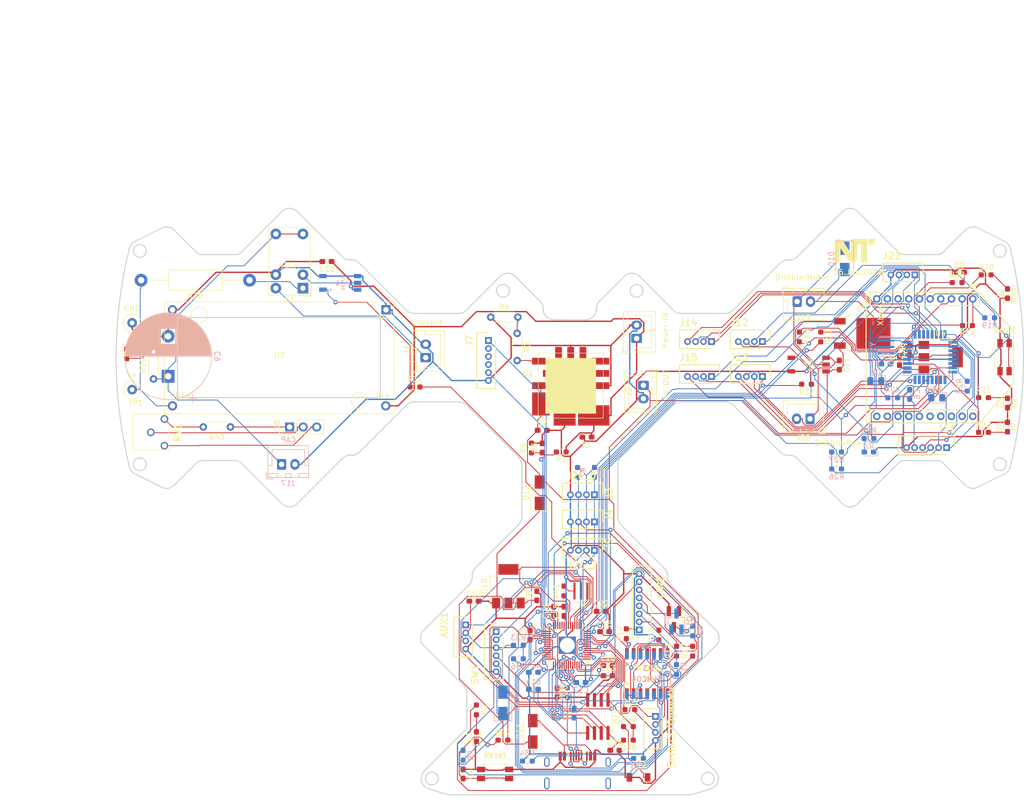
<source format=kicad_pcb>
(kicad_pcb (version 20211014) (generator pcbnew)
  (title_block (title "main board") (date "2022-11-26") (rev "V2.2") (company "Saeki.A"))
  (layers (0 "F.Cu" signal) (31 "B.Cu" signal) (34 "B.Paste" user) (35 "F.Paste" user) (36 "B.SilkS" user "B.Silkscreen") (37 "F.SilkS" user "F.Silkscreen") (38 "B.Mask" user) (39 "F.Mask" user) (44 "Edge.Cuts" user))
  (net 0 "")
  (net 1 "GND")
  (net 2 "+15V")
  (net 3 "+5V")
  (net 4 "Vbatt")
  (net 5 "Net-(D1-Pad2)")
  (net 6 "/rp2040/RUN(RES){slash}30")
  (net 7 "Net-(D3-Pad2)")
  (net 8 "Net-(D4-Pad2)")
  (net 9 "Net-(C11-Pad1)")
  (net 10 "Net-(C11-Pad2)")
  (net 11 "+1V1")
  (net 12 "Net-(C24-Pad1)")
  (net 13 "Net-(D2-Pad2)")
  (net 14 "Net-(D8-Pad2)")
  (net 15 "Net-(J9-Pad4)")
  (net 16 "Net-(J9-Pad1)")
  (net 17 "Net-(J9-Pad2)")
  (net 18 "Net-(D9-Pad2)")
  (net 19 "+3V3")
  (net 20 "/rp2040/GPIO05{slash}07")
  (net 21 "/rp2040/GPIO04{slash}06")
  (net 22 "Net-(J13-Pad1)")
  (net 23 "/rp2040/GPIO03{slash}05")
  (net 24 "Net-(K1-Pad2)")
  (net 25 "Net-(K1-Pad1)")
  (net 26 "Net-(Q1-Pad1)")
  (net 27 "Net-(R3-Pad1)")
  (net 28 "/Sheet61861092/kick_in")
  (net 29 "Net-(R11-Pad1)")
  (net 30 "Net-(R13-Pad1)")
  (net 31 "Net-(R3-Pad2)")
  (net 32 "Net-(R14-Pad2)")
  (net 33 "Net-(D7-Pad2)")
  (net 34 "/rp2040/GPIO06{slash}09")
  (net 35 "/Sheet61861092/drib_in")
  (net 36 "Net-(R12-Pad1)")
  (net 37 "Net-(C9-Pad1)")
  (net 38 "Net-(J10-Pad3)")
  (net 39 "Net-(R10-Pad1)")
  (net 40 "/rp2040/GPIO02{slash}04")
  (net 41 "Net-(U2-Pad13)")
  (net 42 "Net-(U2-Pad12)")
  (net 43 "Net-(U2-Pad11)")
  (net 44 "/rp2040/GPIO07{slash}10")
  (net 45 "/rp2040/GPIO26{slash}31")
  (net 49 "/rp2040/GPIO22{slash}29")
  (net 50 "/rp2040/GPIO14{slash}19")
  (net 51 "Net-(C6-Pad1)")
  (net 52 "+3.3VA")
  (net 53 "Net-(D10-Pad2)")
  (net 54 "/rp2040/GPIO15{slash}20")
  (net 55 "/rp2040/GPIO08{slash}11")
  (net 56 "Net-(J11-Pad3)")
  (net 57 "Net-(J11-Pad4)")
  (net 58 "Net-(J9-Pad6)")
  (net 59 "Net-(J9-Pad5)")
  (net 60 "Net-(J9-Pad3)")
  (net 61 "Net-(J13-Pad2)")
  (net 62 "Net-(J13-Pad4)")
  (net 63 "Net-(C26-Pad1)")
  (net 64 "Net-(J14-Pad1)")
  (net 65 "Net-(J18-Pad1)")
  (net 66 "Net-(J18-Pad2)")
  (net 67 "Net-(J11-Pad1)")
  (net 68 "Net-(J14-Pad2)")
  (net 69 "Net-(J14-Pad4)")
  (net 70 "Net-(J15-Pad1)")
  (net 71 "Net-(J15-Pad2)")
  (net 72 "Net-(Q3-Pad1)")
  (net 73 "Net-(R16-Pad1)")
  (net 74 "Net-(R17-Pad1)")
  (net 75 "Net-(R19-Pad2)")
  (net 76 "Net-(R20-Pad1)")
  (net 77 "Net-(J16-Pad1)")
  (net 78 "Net-(R25-Pad1)")
  (net 79 "Net-(J18-Pad3)")
  (net 80 "USB_DM")
  (net 81 "USB_DP")
  (net 82 "Net-(J21-Pad5)")
  (net 83 "Net-(J21-Pad6)")
  (net 84 "/rp2040/GPIO21{slash}27")
  (net 85 "/rp2040/GPIO09{slash}12")
  (net 86 "/rp2040/GPIO00{slash}01")
  (net 87 "/rp2040/GPIO01{slash}02")
  (net 88 "Net-(R23-Pad1)")
  (net 89 "Net-(J15-Pad4)")
  (net 90 "/Sheet63625160/SCL_1")
  (net 91 "Net-(R30-Pad2)")
  (net 92 "Net-(R31-Pad1)")
  (net 93 "Net-(R32-Pad1)")
  (net 94 "ADC_VREF")
  (net 95 "Net-(R37-Pad1)")
  (net 96 "QSPI_SS")
  (net 97 "Net-(R39-Pad1)")
  (net 98 "Net-(R40-Pad1)")
  (net 99 "Net-(R41-Pad1)")
  (net 100 "Net-(R41-Pad2)")
  (net 106 "/rp2040/GPIO20{slash}26")
  (net 107 "/rp2040/GPIO28{slash}34")
  (net 108 "/rp2040/GPIO16{slash}21")
  (net 109 "/rp2040/GPIO18{slash}24")
  (net 110 "/rp2040/GPIO17{slash}22")
  (net 111 "/rp2040/GPIO19{slash}25")
  (net 127 "Net-(U6-Pad7)")
  (net 128 "Net-(U6-Pad8)")
  (net 135 "QSPI_SD1")
  (net 136 "QSPI_SD2")
  (net 137 "QSPI_SD0")
  (net 138 "QSPI_CLK")
  (net 139 "QSPI_SD3")
  (net 140 "Net-(U12-Pad20)")
  (net 147 "/Sheet63625160/SDA_1")
  (net 148 "Net-(C8-Pad1)")
  (net 149 "Net-(D13-Pad2)")
  (net 150 "Net-(R43-Pad2)")
  (footprint "Capacitor_SMD:C_0603_1608Metric_Pad1.08x0.95mm_HandSolder" (layer "F.Cu") (at 128.218 114.896 180)
    (fp_text reference "C1")
    (fp_text value "10u")
  )
  (footprint "Capacitor_SMD:C_0603_1608Metric_Pad1.08x0.95mm_HandSolder" (layer "F.Cu") (at 119.836 113.626)
    (fp_text reference "C2")
    (fp_text value "10u")
  )
  (footprint "Capacitor_SMD:C_0603_1608Metric_Pad1.08x0.95mm_HandSolder" (layer "F.Cu") (at 119.836 116.928 90)
    (fp_text reference "C3")
    (fp_text value "10u")
  )
  (footprint "Capacitor_SMD:C_0603_1608Metric_Pad1.08x0.95mm_HandSolder" (layer "F.Cu") (at 79.5 82 180)
    (fp_text reference "C10")
    (fp_text value "1uF")
  )
  (footprint "0.main.robot:LED_SMLE13WBC8W1" (layer "F.Cu") (at 107.5 171 90)
    (fp_text reference "D1")
    (fp_text value "LED")
  )
  (footprint "LED_SMD:LED_0603_1608Metric_Pad1.05x0.95mm_HandSolder" (layer "F.Cu") (at 207 88 90)
    (fp_text reference "D2")
    (fp_text value "RSSI")
  )
  (footprint "LED_SMD:LED_0603_1608Metric_Pad1.05x0.95mm_HandSolder" (layer "F.Cu") (at 207 108.5 90)
    (fp_text reference "D3")
    (fp_text value "RX")
  )
  (footprint "LED_SMD:LED_0603_1608Metric_Pad1.05x0.95mm_HandSolder" (layer "F.Cu") (at 207 113 -90)
    (fp_text reference "D4")
    (fp_text value "TX")
  )
  (footprint "Connector_JST:JST_XH_B2B-XH-A_1x02_P2.50mm_Vertical" (layer "F.Cu") (at 137.514 96.4048 90)
    (fp_text reference "J1")
    (fp_text value "Power IN")
  )
  (footprint "0.main.robot:JSTB4B-ZR" (layer "F.Cu") (at 129.615 125.691)
    (fp_text reference "J3")
    (fp_text value "I2C_0")
  )
  (footprint "0.main.robot:JSTB4B-ZR" (layer "F.Cu") (at 129.615 130.771)
    (fp_text reference "J4")
    (fp_text value "I2C_1" hide)
  )
  (footprint "0.main.robot:JSTB6B-ZR" (layer "F.Cu") (at 111.2 151.345 90)
    (fp_text reference "J6" hide)
    (fp_text value "SW1")
  )
  (footprint "0.main.robot:THAU13-AB-R" (layer "F.Cu") (at 111 178 180)
    (fp_text reference "SW1" hide)
    (fp_text value "Reset")
  )
  (footprint "0.main.robot:JSTB8B-ZR" (layer "F.Cu") (at 138 151 90)
    (fp_text reference "J9" hide)
    (fp_text value "LINE")
  )
  (footprint "0.main.robot:JSTB4B-ZR" (layer "F.Cu") (at 141.045 167.22 90)
    (fp_text reference "J10" hide)
    (fp_text value "Serial3/OpenMV")
  )
  (footprint "0.main.robot:OKL-T3-W12N-C" (layer "F.Cu") (at 119.074 99.148 180)
    (fp_text reference "U1")
    (fp_text value "OKL-T_3-W12N-C" hide)
  )
  (footprint "Connector_JST:JST_XH_B2B-XH-A_1x02_P2.50mm_Vertical" (layer "F.Cu") (at 98 100 90)
    (fp_text reference "J16")
    (fp_text value "Kicker1")
  )
  (footprint "Connector_PinHeader_2.54mm:PinHeader_1x03_P2.54mm_Vertical" (layer "F.Cu") (at 72.5 113 90)
    (fp_text reference "J18")
    (fp_text value "Conn_01x03")
  )
  (footprint "Relay_THT:Relay_SPDT_Omron_G5V-1" (layer "F.Cu") (at 75 87 180)
    (fp_text reference "K1")
    (fp_text value "G5V-1/12V")
  )
  (footprint "Package_TO_SOT_SMD:SOT-23_Handsoldering" (layer "F.Cu") (at 144.5 149 -90)
    (fp_text reference "Q2")
    (fp_text value "AO3400A")
  )
  (footprint "Resistor_SMD:R_0603_1608Metric_Pad0.98x0.95mm_HandSolder" (layer "F.Cu") (at 123.392 117.69 180)
    (fp_text reference "R1")
    (fp_text value "47k")
  )
  (footprint "Resistor_SMD:R_0603_1608Metric_Pad0.98x0.95mm_HandSolder" (layer "F.Cu") (at 107.5 166 -90)
    (fp_text reference "R2")
    (fp_text value "470")
  )
  (footprint "Resistor_THT:R_Axial_DIN0204_L3.6mm_D1.6mm_P5.08mm_Horizontal" (layer "F.Cu") (at 115.137 95.465 -90)
    (fp_text reference "R3")
    (fp_text value "1k")
  )
  (footprint "Resistor_THT:R_Axial_DIN0204_L3.6mm_D1.6mm_P5.08mm_Horizontal" (layer "F.Cu") (at 110.184 92.417)
    (fp_text reference "R4")
    (fp_text value "330")
  )
  (footprint "Resistor_SMD:R_0603_1608Metric_Pad0.98x0.95mm_HandSolder" (layer "F.Cu") (at 117.804 116.928 90)
    (fp_text reference "R5")
    (fp_text value "10k")
  )
  (footprint "Resistor_THT:R_Axial_DIN0204_L3.6mm_D1.6mm_P5.08mm_Horizontal" (layer "F.Cu") (at 47 104 90)
    (fp_text reference "R29")
    (fp_text value "30k")
  )
  (footprint "Resistor_THT:R_Axial_DIN0411_L9.9mm_D3.6mm_P20.32mm_Horizontal" (layer "F.Cu") (at 65 85.5 180)
    (fp_text reference "R30")
    (fp_text value "100")
  )
  (footprint "Resistor_SMD:R_0603_1608Metric_Pad0.98x0.95mm_HandSolder" (layer "F.Cu") (at 96 105.5)
    (fp_text reference "R31")
    (fp_text value "120")
  )
  (footprint "Resistor_SMD:R_0603_1608Metric_Pad0.98x0.95mm_HandSolder" (layer "F.Cu") (at 199.5 94 180)
    (fp_text reference "R14")
    (fp_text value "10k")
  )
  (footprint "Resistor_SMD:R_0603_1608Metric_Pad0.98x0.95mm_HandSolder" (layer "F.Cu") (at 168 96.125 -90)
    (fp_text reference "R16")
    (fp_text value "10k")
  )
  (footprint "Resistor_SMD:R_0603_1608Metric_Pad0.98x0.95mm_HandSolder" (layer "F.Cu") (at 172 96.125 -90)
    (fp_text reference "R18")
    (fp_text value "10k")
  )
  (footprint "Resistor_SMD:R_0603_1608Metric_Pad0.98x0.95mm_HandSolder" (layer "F.Cu") (at 203 84.5)
    (fp_text reference "R20")
    (fp_text value "470")
  )
  (footprint "Resistor_SMD:R_0603_1608Metric_Pad0.98x0.95mm_HandSolder" (layer "F.Cu") (at 202.5 107.5)
    (fp_text reference "R21")
    (fp_text value "470")
  )
  (footprint "Resistor_SMD:R_0603_1608Metric_Pad0.98x0.95mm_HandSolder" (layer "F.Cu") (at 202.5 114)
    (fp_text reference "R22")
    (fp_text value "470")
  )
  (footprint "0.main.robot:Trim-GF063X" (layer "F.Cu") (at 46.5 114 -90)
    (fp_text reference "RV1")
    (fp_text value "20k" hide)
  )
  (footprint "TestPoint:TestPoint_Loop_D2.60mm_Drill0.9mm_Beaded" (layer "F.Cu") (at 43 106)
    (fp_text reference "TP1")
    (fp_text value "V+")
  )
  (footprint "TestPoint:TestPoint_Loop_D2.60mm_Drill0.9mm_Beaded" (layer "F.Cu") (at 43 93.5)
    (fp_text reference "TP2")
    (fp_text value "GND")
  )
  (footprint "0.main.robot:SOP14W" (layer "F.Cu") (at 139.5 159)
    (fp_text reference "U2")
    (fp_text value "74HC32")
  )
  (footprint "0.main.robot:XBEE-S2C" (layer "F.Cu") (at 180.5 100 -90)
    (fp_text reference "U5" hide)
    (fp_text value "XBEE-S2C")
  )
  (footprint "0.main.robot:JSTB4B-ZR" (layer "F.Cu") (at 105.485 150.075 90)
    (fp_text reference "J8" hide)
    (fp_text value "AUX1")
  )
  (footprint "Capacitor_SMD:C_0603_1608Metric_Pad1.08x0.95mm_HandSolder" (layer "F.Cu") (at 175.5 101.4075 -90)
    (fp_text reference "C11")
    (fp_text value "1uF")
  )
  (footprint "Connector_JST:JST_XH_B2B-XH-A_1x02_P2.50mm_Vertical" (layer "F.Cu") (at 167.588 89.496)
    (fp_text reference "J19")
    (fp_text value "DribblerMotor")
  )
  (footprint "Connector_JST:JST_XH_B2B-XH-A_1x02_P2.50mm_Vertical" (layer "F.Cu") (at 170.001 111.467 180)
    (fp_text reference "J20")
    (fp_text value "DribblerPower")
  )
  (footprint "Resistor_SMD:R_0603_1608Metric_Pad0.98x0.95mm_HandSolder" (layer "F.Cu") (at 169.3425 104.99 180)
    (fp_text reference "R32")
    (fp_text value "120")
  )
  (footprint "0.main.robot:TLP152" (layer "F.Cu") (at 169.747 101.307 -90)
    (fp_text reference "U9")
    (fp_text value "TLP152")
  )
  (footprint "Resistor_SMD:R_0603_1608Metric_Pad0.98x0.95mm_HandSolder" (layer "F.Cu") (at 135.584 151.726 90)
    (fp_text reference "R10")
    (fp_text value "10k")
  )
  (footprint "Resistor_SMD:R_0603_1608Metric_Pad0.98x0.95mm_HandSolder" (layer "F.Cu") (at 141.68 151.98 90)
    (fp_text reference "R11")
    (fp_text value "10k")
  )
  (footprint "Resistor_SMD:R_0603_1608Metric_Pad0.98x0.95mm_HandSolder" (layer "F.Cu") (at 145 155 90)
    (fp_text reference "R13")
    (fp_text value "10k")
  )
  (footprint "Resistor_SMD:R_0603_1608Metric_Pad0.98x0.95mm_HandSolder" (layer "F.Cu") (at 136.2425 165.95)
    (fp_text reference "R15")
    (fp_text value "10k")
  )
  (footprint "Resistor_SMD:R_0603_1608Metric_Pad0.98x0.95mm_HandSolder" (layer "F.Cu") (at 148 155 90)
    (fp_text reference "R17")
    (fp_text value "10k")
  )
  (footprint "Capacitor_SMD:C_0603_1608Metric_Pad1.08x0.95mm_HandSolder" (layer "F.Cu") (at 186.765 100.545 90)
    (fp_text reference "C5")
    (fp_text value "10u")
  )
  (footprint "Package_TO_SOT_SMD:TO-252-2" (layer "F.Cu") (at 179.78 95.465)
    (fp_text reference "Q3")
    (fp_text value "NP52N06SLG")
  )
  (footprint "Package_TO_SOT_SMD:SOT-223-3_TabPin2" (layer "F.Cu") (at 194.488 99.91)
    (fp_text reference "U4")
    (fp_text value "AZ1117CH-3.3")
  )
  (footprint "0.main.robot:NT_logo" (layer "F.Cu") (at 178.5 80)
    (fp_text reference "G***" hide)
    (fp_text value "LOGO" hide)
  )
  (footprint "Capacitor_SMD:C_0603_1608Metric_Pad1.08x0.95mm_HandSolder" (layer "F.Cu") (at 105 178 -90)
    (fp_text reference "C4")
    (fp_text value "10u")
  )
  (footprint "0.main.robot:XL6009_HW432" (layer "F.Cu") (at 70.56 100.037 180)
    (fp_text reference "U7")
    (fp_text value "XL6009/HW-432")
  )
  (footprint "0.main.robot:THAU13-AB-R" (layer "F.Cu") (at 206.45 99.91 -90)
    (fp_text reference "SW2" hide)
    (fp_text value "Reset")
  )
  (footprint "0.main.robot:JSTB4B-ZR" (layer "F.Cu") (at 129.615 136.105)
    (fp_text reference "J5")
    (fp_text value "I2C_2")
  )
  (footprint "Connector_JST:JST_XH_B2B-XH-A_1x02_P2.50mm_Vertical" (layer "F.Cu") (at 138.784 105.193 -90)
    (fp_text reference "J2")
    (fp_text value "5V OUT")
  )
  (footprint "LED_SMD:LED_0603_1608Metric_Pad1.05x0.95mm_HandSolder" (layer "F.Cu") (at 198 84)
    (fp_text reference "D8")
    (fp_text value "LED(OSWT1608)")
  )
  (footprint "0.main.robot:JSTB6B-ZR" (layer "F.Cu") (at 109.745 96.795 90)
    (fp_text reference "J7")
    (fp_text value "LED" hide)
  )
  (footprint "0.main.robot:JSTB6B-ZR" (layer "F.Cu") (at 195.595 116.87)
    (fp_text reference "J11")
    (fp_text value "ICSP" hide)
  )
  (footprint "0.main.robot:JSTB4B-ZR" (layer "F.Cu") (at 161.075 97)
    (fp_text reference "J12")
    (fp_text value "MD1" hide)
  )
  (footprint "0.main.robot:JSTB4B-ZR" (layer "F.Cu") (at 161.075 103.535)
    (fp_text reference "J13")
    (fp_text value "MD2" hide)
  )
  (footprint "0.main.robot:JSTB4B-ZR" (layer "F.Cu") (at 151.55 97)
    (fp_text reference "J14")
    (fp_text value "MD3" hide)
  )
  (footprint "0.main.robot:JSTB4B-ZR" (layer "F.Cu") (at 151.55 103.535)
    (fp_text reference "J15")
    (fp_text value "MD4" hide)
  )
  (footprint "Resistor_SMD:R_0603_1608Metric_Pad0.98x0.95mm_HandSolder" (layer "F.Cu") (at 197.56 85.94)
    (fp_text reference "R28")
    (fp_text value "470")
  )
  (footprint "rp2040-dev-board:RP2040_hand" (layer "F.Cu") (at 124.535 153.885 180)
    (fp_text reference "U12" hide)
    (fp_text value "RP2040" hide)
  )
  (footprint "Capacitor_SMD:C_0603_1608Metric_Pad1.08x0.95mm_HandSolder" (layer "F.Cu") (at 133.425 173.57)
    (fp_text reference "C25")
    (fp_text value "0.1u")
  )
  (footprint "rp2040-dev-board:W25Q16-128JV-SOIC" (layer "F.Cu") (at 130.25 167.22 -90)
    (fp_text reference "U11")
    (fp_text value "W25Q128JVS")
  )
  (footprint "0.main.robot:TVAF06-A020B-R" (layer "F.Cu") (at 137.87 178.65)
    (fp_text reference "SW3")
    (fp_text value "BOOTSEL")
  )
  (footprint "Crystal:Resonator_SMD_Murata_CSTxExxV-3Pin_3.0x1.1mm_HandSoldering" (layer "F.Cu") (at 127.075 143.725 180)
    (fp_text reference "Y2")
    (fp_text value "12Mhz")
  )
  (footprint "rp2040-dev-board:USB-C-12-Pin-MidMount-ali-v4" (layer "F.Cu") (at 126.44 174.658)
    (fp_text reference "J21" hide)
    (fp_text value "USB2.0_C_v3")
  )
  (footprint "Package_TO_SOT_SMD:SOT-223-3_TabPin2" (layer "F.Cu") (at 113.486 142.836 90)
    (fp_text reference "U10")
    (fp_text value "AZ1117CH-3.3")
  )
  (footprint "Capacitor_SMD:C_0603_1608Metric_Pad1.08x0.95mm_HandSolder" (layer "F.Cu") (at 130.885 147.535)
    (fp_text reference "C22")
    (fp_text value "1uF")
  )
  (footprint "Capacitor_SMD:C_0603_1608Metric_Pad1.08x0.95mm_HandSolder" (layer "F.Cu") (at 132.155 157.695)
    (fp_text reference "C16")
    (fp_text value "0.1u")
  )
  (footprint "Resistor_SMD:R_0603_1608Metric_Pad0.98x0.95mm_HandSolder" (layer "F.Cu") (at 135.965 169.125)
    (fp_text reference "R40")
    (fp_text value "1kR")
  )
  (footprint "Capacitor_SMD:C_0603_1608Metric_Pad1.08x0.95mm_HandSolder" (layer "F.Cu") (at 117.55 151.98 90)
    (fp_text reference "C19")
    (fp_text value "0.1u")
  )
  (footprint "Resistor_SMD:R_0603_1608Metric_Pad0.98x0.95mm_HandSolder" (layer "F.Cu") (at 123.9 143.725 90)
    (fp_text reference "R41")
    (fp_text value "1k")
  )
  (footprint "Resistor_SMD:R_0603_1608Metric_Pad0.98x0.95mm_HandSolder" (layer "F.Cu") (at 135.965 171.665 180)
    (fp_text reference "R38")
    (fp_text value "10kR")
  )
  (footprint "Resistor_SMD:R_0603_1608Metric_Pad0.98x0.95mm_HandSolder" (layer "F.Cu") (at 112.47 171.665)
    (fp_text reference "R42")
    (fp_text value "1k")
  )
  (footprint "Capacitor_SMD:C_0603_1608Metric_Pad1.08x0.95mm_HandSolder" (layer "F.Cu") (at 118.82 144.614 90)
    (fp_text reference "C8")
    (fp_text value "10uF")
  )
  (footprint "0.main.robot:JSTB4B-ZR" (layer "F.Cu") (at 189.65 84.485)
    (fp_text reference "J22")
    (fp_text value "I2C_3" hide)
  )
  (footprint "Capacitor_SMD:C_0603_1608Metric_Pad1.08x0.95mm_HandSolder" (layer "F.Cu") (at 123.9 147.535 90)
    (fp_text reference "C18")
    (fp_text value "0.1u")
  )
  (footprint "Capacitor_SMD:C_0603_1608Metric_Pad1.08x0.95mm_HandSolder" (layer "F.Cu") (at 107.0355 145.63)
    (fp_text reference "C12")
    (fp_text value "10uF")
  )
  (footprint "Capacitor_SMD:C_0603_1608Metric_Pad1.08x0.95mm_HandSolder" (layer "F.Cu") (at 188.67 98.64 90)
    (fp_text reference "C26")
    (fp_text value "10u")
  )
  (footprint "Capacitor_SMD:C_0603_1608Metric_Pad1.08x0.95mm_HandSolder" (layer "F.Cu") (at 132.155 159.6)
    (fp_text reference "C23")
    (fp_text value "1uF")
  )
  (footprint "Diode_SMD:D_SMA" (layer "F.Cu") (at 118.058 170.014 90)
    (fp_text reference "D13")
    (fp_text value "SX34F")
  )
  (footprint "Resistor_THT:R_Axial_DIN0204_L3.6mm_D1.6mm_P5.08mm_Horizontal" (layer "F.Cu") (at 61.416 112.991 180)
    (fp_text reference "R43")
    (fp_text value "200")
  )
  (footprint "Capacitor_SMD:C_0603_1608Metric_Pad1.08x0.95mm_HandSolder" (layer "F.Cu") (at 121.995 147.535 90)
    (fp_text reference "C21")
    (fp_text value "0.1u")
  )
  (footprint "LED_SMD:LED_0603_1608Metric_Pad1.05x0.95mm_HandSolder" (layer "F.Cu") (at 41.985 99.275 -90)
    (fp_text reference "D9")
    (fp_text value "LED")
  )
  (footprint "Capacitor_SMD:C_0603_1608Metric_Pad1.08x0.95mm_HandSolder" (layer "F.Cu") (at 122.63 162.775 -90)
    (fp_text reference "C20")
    (fp_text value "0.1u")
  )
  (footprint "Diode_SMD:D_SMA" (layer "F.Cu") (at 119.328 125.31 90)
    (fp_text reference "D12")
    (fp_text value "SX34F")
  )
  (footprint "Capacitor_SMD:C_0603_1608Metric_Pad1.08x0.95mm_HandSolder" (layer "F.Cu") (at 131.52 151.345)
    (fp_text reference "C15")
    (fp_text value "0.1u")
  )
  (footprint "Capacitor_THT:CP_Radial_D16.0mm_P7.50mm" (layer "B.Cu") (at 49.75 103.5 90)
    (fp_text reference "C9")
    (fp_text value "2200uF/63V")
  )
  (footprint "Resistor_SMD:R_0603_1608Metric_Pad0.98x0.95mm_HandSolder" (layer "B.Cu") (at 129.615 121.5 -90)
    (fp_text reference "R6")
    (fp_text value "10k")
  )
  (footprint "Resistor_SMD:R_0603_1608Metric_Pad0.98x0.95mm_HandSolder" (layer "B.Cu") (at 126.44 121.5 -90)
    (fp_text reference "R7")
    (fp_text value "10k")
  )
  (footprint "0.main.robot:SOP14W" (layer "B.Cu") (at 139.5 159.5)
    (fp_text reference "U3")
    (fp_text value "74HC04")
  )
  (footprint "0.main.robot:TLP152" (layer "B.Cu") (at 82 86 90)
    (fp_text reference "U8")
    (fp_text value "TLP152")
  )
  (footprint "Diode_SMD:D_SMA" (layer "B.Cu") (at 176.5 81.5 -90)
    (fp_text reference "D10")
    (fp_text value "SX34F")
  )
  (footprint "Connector_JST:JST_XH_B2B-XH-A_1x02_P2.50mm_Vertical" (layer "B.Cu") (at 71 120)
    (fp_text reference "J17")
    (fp_text value "CAP")
  )
  (footprint "Resistor_SMD:R_0603_1608Metric_Pad0.98x0.95mm_HandSolder" (layer "B.Cu") (at 105 174.5 90)
    (fp_text reference "R8")
    (fp_text value "47k")
  )
  (footprint "Resistor_SMD:R_0603_1608Metric_Pad0.98x0.95mm_HandSolder" (layer "B.Cu") (at 144.982 158.443 90)
    (fp_text reference "R12")
    (fp_text value "10k")
  )
  (footprint "Resistor_SMD:R_0603_1608Metric_Pad0.98x0.95mm_HandSolder" (layer "B.Cu") (at 203.656 92.544)
    (fp_text reference "R19")
    (fp_text value "10k")
  )
  (footprint "Package_TO_SOT_SMD:SOT-23_Handsoldering" (layer "B.Cu") (at 144.982 149.44 90)
    (fp_text reference "Q1")
    (fp_text value "AO3401A")
  )
  (footprint "Resistor_SMD:R_0603_1608Metric_Pad0.98x0.95mm_HandSolder" (layer "B.Cu") (at 148.03 151.218 90)
    (fp_text reference "R9")
    (fp_text value "10k")
  )
  (footprint "Capacitor_SMD:C_0603_1608Metric_Pad1.08x0.95mm_HandSolder" (layer "B.Cu") (at 184.225 101.18 180)
    (fp_text reference "C7")
    (fp_text value "0.1u")
  )
  (footprint "Diode_SMD:D_0805_2012Metric_Pad1.15x1.40mm_HandSolder" (layer "B.Cu") (at 182.32 104.355 180)
    (fp_text reference "D5")
    (fp_text value "RSX101VAM-30TR")
  )
  (footprint "Diode_SMD:D_0805_2012Metric_Pad1.15x1.40mm_HandSolder" (layer "B.Cu") (at 193.75 107.53 180)
    (fp_text reference "D6")
    (fp_text value "RSX101VAM-30TR")
  )
  (footprint "LED_SMD:LED_0603_1608Metric_Pad1.05x0.95mm_HandSolder" (layer "B.Cu") (at 181.05 117.69 180)
    (fp_text reference "D7")
    (fp_text value "LED(OSWT1608)")
  )
  (footprint "Resistor_SMD:R_0603_1608Metric_Pad0.98x0.95mm_HandSolder" (layer "B.Cu") (at 199.465 105.3475 -90)
    (fp_text reference "R23")
    (fp_text value "47k")
  )
  (footprint "Resistor_SMD:R_0603_1608Metric_Pad0.98x0.95mm_HandSolder" (layer "B.Cu") (at 185.495 107.53 180)
    (fp_text reference "R24")
    (fp_text value "10k")
  )
  (footprint "Resistor_SMD:R_0603_1608Metric_Pad0.98x0.95mm_HandSolder" (layer "B.Cu") (at 181.05 115.15 180)
    (fp_text reference "R25")
    (fp_text value "470")
  )
  (footprint "Resistor_SMD:R_0603_1608Metric_Pad0.98x0.95mm_HandSolder" (layer "B.Cu") (at 174.9775 120.865)
    (fp_text reference "R26")
    (fp_text value "47k")
  )
  (footprint "Resistor_SMD:R_0603_1608Metric_Pad0.98x0.95mm_HandSolder" (layer "B.Cu") (at 174.9775 117.69)
    (fp_text reference "R27")
    (fp_text value "47k")
  )
  (footprint "Package_QFP:TQFP-32_7x7mm_P0.8mm" (layer "B.Cu") (at 192.48 99.91)
    (fp_text reference "U6")
    (fp_text value "ATmega328P-AU")
  )
  (footprint "Crystal:Resonator_SMD_Murata_CSTxExxV-3Pin_3.0x1.1mm_HandSoldering" (layer "B.Cu") (at 184.225 98.005 -90)
    (fp_text reference "Y1")
    (fp_text value "8Mhz")
  )
  (footprint "Resistor_SMD:R_0603_1608Metric_Pad0.98x0.95mm_HandSolder" (layer "B.Cu") (at 115.3675 153.885 180)
    (fp_text reference "R33")
    (fp_text value "200R")
  )
  (footprint "Resistor_SMD:R_0603_1608Metric_Pad0.98x0.95mm_HandSolder" (layer "B.Cu") (at 117.042 175.602 180)
    (fp_text reference "R34")
    (fp_text value "5.1kR")
  )
  (footprint "Resistor_SMD:R_0603_1608Metric_Pad0.98x0.95mm_HandSolder" (layer "B.Cu") (at 115.3675 156.425)
    (fp_text reference "R36")
    (fp_text value "1R")
  )
  (footprint "Capacitor_SMD:C_0603_1608Metric_Pad1.08x0.95mm_HandSolder" (layer "B.Cu") (at 188.67 106.895 90)
    (fp_text reference "C6")
    (fp_text value "10u")
  )
  (footprint "Capacitor_SMD:C_0603_1608Metric_Pad1.08x0.95mm_HandSolder" (layer "B.Cu") (at 118.185 158.965 180)
    (fp_text reference "C24")
    (fp_text value "1uF")
  )
  (footprint "Capacitor_SMD:C_0603_1608Metric_Pad1.08x0.95mm_HandSolder" (layer "B.Cu") (at 118.185 162.14 180)
    (fp_text reference "C14")
    (fp_text value "0.1u")
  )
  (footprint "Resistor_SMD:R_0603_1608Metric_Pad0.98x0.95mm_HandSolder" (layer "B.Cu") (at 137.87 175.094)
    (fp_text reference "R35")
    (fp_text value "5.1kR")
  )
  (footprint "Capacitor_SMD:C_0603_1608Metric_Pad1.08x0.95mm_HandSolder" (layer "B.Cu") (at 127.075 160.87)
    (fp_text reference "C17")
    (fp_text value "0.1u")
  )
  (footprint "Resistor_SMD:R_0603_1608Metric_Pad0.98x0.95mm_HandSolder" (layer "B.Cu") (at 124.535 162.775 -90)
    (fp_text reference "R39")
    (fp_text value "27.4R")
  )
  (footprint "Resistor_SMD:R_0603_1608Metric_Pad0.98x0.95mm_HandSolder" (layer "B.Cu") (at 125.805 166.585 -90)
    (fp_text reference "R37")
    (fp_text value "27.4R")
  )
  (footprint "Diode_SMD:D_SMA" (layer "B.Cu") (at 112.47 164.68 90)
    (fp_text reference "D11")
    (fp_text value "RSX101VAM-30TR")
  )
  (gr_line (start 51.5 107.5) (end 51.5 92.5) (layer "Edge.Cuts") (width 0.2))
  (gr_arc (start 122.0204 92.878397) (mid 120.653495 92.342346) (end 120.015387 91.02) (layer "Edge.Cuts") (width 0.2))
  (gr_arc (start 129.970899 90.8676) (mid 130.130945 90.078547) (end 130.585786 89.414213) (layer "Edge.Cuts") (width 0.2))
  (gr_arc (start 129.970899 90.8676) (mid 129.396635 92.302452) (end 127.971154 92.899596) (layer "Edge.Cuts") (width 0.2))
  (gr_arc (start 94.414213 108.870057) (mid 95.06306 108.436511) (end 95.828427 108.284271) (layer "Edge.Cuts") (width 0.2))
  (gr_line (start 89.5 107.5) (end 51.5 107.5) (layer "Edge.Cuts") (width 0.2))
  (gr_arc (start 194.94291 80.26167) (mid 194.456275 80.586829) (end 193.88225 80.70101) (layer "Edge.Cuts") (width 0.2))
  (gr_line (start 51.5 92.5) (end 89.5 92.5) (layer "Edge.Cuts") (width 0.2))
  (gr_arc (start 166.171574 118.284271) (mid 166.936941 118.436512) (end 167.585787 118.870058) (layer "Edge.Cuts") (width 0.2))
  (gr_line (start 63.421049 80.26167) (end 71.069282 72.613438) (layer "Edge.Cuts") (width 0.2))
  (gr_arc (start 71.069282 72.613437) (mid 72.483496 72.027651) (end 73.897709 72.613438) (layer "Edge.Cuts") (width 0.2))
  (gr_line (start 201.425721 75.71286) (end 206.452505 78.226252) (layer "Edge.Cuts") (width 0.2))
  (gr_line (start 97.613438 151.10229) (end 106.129941 142.585787) (layer "Edge.Cuts") (width 0.2))
  (gr_arc (start 62.360389 119.298989) (mid 62.934414 119.41317) (end 63.421049 119.738329) (layer "Edge.Cuts") (width 0.2))
  (gr_line (start 143.284271 140.828427) (end 143.284271 141.171573) (layer "Edge.Cuts") (width 0.2))
  (gr_line (start 43.547494 78.226252) (end 48.574278 75.71286) (layer "Edge.Cuts") (width 0.2))
  (gr_line (start 71.069282 127.386561) (end 63.421049 119.738329) (layer "Edge.Cuts") (width 0.2))
  (gr_arc (start 84.171571 81.715728) (mid 84.936938 81.867969) (end 85.585785 82.301514) (layer "Edge.Cuts") (width 0.2))
  (gr_arc (start 102.491558 181.889736) (mid 102.217795 181.870911) (end 101.949186 181.81479) (layer "Edge.Cuts") (width 0.2))
  (gr_arc (start 119.410832 89.417706) (mid 119.892645 90.151113) (end 120.015387 91.02) (layer "Edge.Cuts") (width 0.2))
  (gr_arc (start 105.26167 161.57895) (mid 105.586829 162.065585) (end 105.70101 162.63961) (layer "Edge.Cuts") (width 0.2))
  (gr_arc (start 176.102291 72.613438) (mid 177.516504 72.027652) (end 178.930717 72.613438) (layer "Edge.Cuts") (width 0.2))
  (gr_arc (start 105.70101 168.882251) (mid 105.586829 169.456276) (end 105.26167 169.942911) (layer "Edge.Cuts") (width 0.2))
  (gr_line (start 164.414214 117.698485) (end 155.585786 108.870057) (layer "Edge.Cuts") (width 0.2))
  (gr_line (start 104.171572 108.284271) (end 95.828427 108.284271) (layer "Edge.Cuts") (width 0.2))
  (gr_line (start 193.88225 119.298989) (end 187.63961 119.298989) (layer "Edge.Cuts") (width 0.2))
  (gr_line (start 55.057088 119.738329) (end 50.882919 123.912499) (layer "Edge.Cuts") (width 0.2))
  (gr_line (start 115.999999 129.887301) (end 115.999999 120.112698) (layer "Edge.Cuts") (width 0.2))
  (gr_arc (start 152.255851 177.460431) (mid 152.786948 179.339154) (end 151.464327 180.775239) (layer "Edge.Cuts") (width 0.2))
  (gr_line (start 107.301514 139.414214) (end 115.414213 131.301515) (layer "Edge.Cuts") (width 0.2))
  (gr_arc (start 199.117081 76.087501) (mid 200.21093 75.52754) (end 201.425721 75.71286) (layer "Edge.Cuts") (width 0.2))
  (gr_arc (start 106.715728 140.828428) (mid 106.867969 140.063061) (end 107.301514 139.414214) (layer "Edge.Cuts") (width 0.2))
  (gr_arc (start 134.585786 131.301515) (mid 134.15224 130.652668) (end 134 129.887301) (layer "Edge.Cuts") (width 0.2))
  (gr_arc (start 145.828427 91.715729) (mid 145.06306 91.563488) (end 144.414213 91.129942) (layer "Edge.Cuts") (width 0.2))
  (gr_arc (start 105.585786 91.129942) (mid 104.936939 91.563488) (end 104.171572 91.715728) (layer "Edge.Cuts") (width 0.2))
  (gr_arc (start 98.535672 180.775238) (mid 97.213053 179.339154) (end 97.744149 177.460432) (layer "Edge.Cuts") (width 0.2))
  (gr_line (start 114.772077 84.772077) (end 119.410832 89.417706) (layer "Edge.Cuts") (width 0.2))
  (gr_line (start 82.414212 118.870058) (end 73.897709 127.386561) (layer "Edge.Cuts") (width 0.2))
  (gr_line (start 94.414213 108.870057) (end 85.585785 117.698485) (layer "Edge.Cuts") (width 0.2))
  (gr_arc (start 148.050813 181.81479) (mid 147.782204 181.870911) (end 147.508441 181.889736) (layer "Edge.Cuts") (width 0.2))
  (gr_line (start 199.11708 123.912499) (end 194.942911 119.738329) (layer "Edge.Cuts") (width 0.2))
  (gr_arc (start 167.585787 81.129942) (mid 166.93694 81.563488) (end 166.171573 81.715728) (layer "Edge.Cuts") (width 0.2))
  (gr_line (start 194.942911 80.26167) (end 199.11708 76.0875) (layer "Edge.Cuts") (width 0.2))
  (gr_arc (start 144.414213 108.870057) (mid 145.06306 108.436511) (end 145.828427 108.284271) (layer "Edge.Cuts") (width 0.2))
  (gr_arc (start 133.999999 120.112698) (mid 134.15224 119.347331) (end 134.585786 118.698484) (layer "Edge.Cuts") (width 0.2))
  (gr_arc (start 48.574278 75.712859) (mid 49.78907 75.527539) (end 50.882919 76.0875) (layer "Edge.Cuts") (width 0.2))
  (gr_arc (start 207.499237 79.533543) (mid 210 100) (end 207.499237 120.466457) (layer "Edge.Cuts") (width 0.2))
  (gr_arc (start 144.738329 169.94291) (mid 144.41317 169.456275) (end 144.298989 168.88225) (layer "Edge.Cuts") (width 0.2))
  (gr_line (start 178.930717 72.613438) (end 186.57895 80.26167) (layer "Edge.Cuts") (width 0.2))
  (gr_arc (start 106.715728 141.171574) (mid 106.563487 141.936941) (end 106.129941 142.585787) (layer "Edge.Cuts") (width 0.2))
  (gr_circle (center 205.558078 80.015106) (end 206.758078 80.015106) (layer "Edge.Cuts") (width 0.2) (fill none))
  (gr_line (start 85.585785 82.301514) (end 94.414213 91.129942) (layer "Edge.Cuts") (width 0.2))
  (gr_circle (center 99.158362 178.874645) (end 100.358362 178.874645) (layer "Edge.Cuts") (width 0.2) (fill none))
  (gr_line (start 83.828426 81.715728) (end 84.171572 81.715728) (layer "Edge.Cuts") (width 0.2))
  (gr_arc (start 135.227921 84.772077) (mid 136.642135 84.18629) (end 138.056349 84.772077) (layer "Edge.Cuts") (width 0.2))
  (gr_line (start 134.585786 131.301515) (end 142.698485 139.414214) (layer "Edge.Cuts") (width 0.2))
  (gr_arc (start 154.171572 108.28427) (mid 154.936939 108.436511) (end 155.585786 108.870057) (layer "Edge.Cuts") (width 0.2))
  (gr_line (start 105.26167 161.57895) (end 97.613438 153.930717) (layer "Edge.Cuts") (width 0.2))
  (gr_arc (start 73.897708 127.386561) (mid 72.483495 127.972347) (end 71.069282 127.386561) (layer "Edge.Cuts") (width 0.2))
  (gr_arc (start 152.386561 151.102291) (mid 152.972347 152.516504) (end 152.386561 153.930717) (layer "Edge.Cuts") (width 0.2))
  (gr_arc (start 116 129.887301) (mid 115.847759 130.652668) (end 115.414213 131.301515) (layer "Edge.Cuts") (width 0.2))
  (gr_line (start 166.171573 118.284271) (end 165.828427 118.284271) (layer "Edge.Cuts") (width 0.2))
  (gr_line (start 167.585787 81.129941) (end 176.10229 72.613438) (layer "Edge.Cuts") (width 0.2))
  (gr_line (start 152.386561 153.930717) (end 144.738329 161.57895) (layer "Edge.Cuts") (width 0.2))
  (gr_arc (start 155.585786 91.129942) (mid 154.936939 91.563488) (end 154.171572 91.715728) (layer "Edge.Cuts") (width 0.2))
  (gr_line (start 138.056349 84.772077) (end 144.414213 91.129942) (layer "Edge.Cuts") (width 0.2))
  (gr_line (start 145.828427 91.715728) (end 154.171572 91.715728) (layer "Edge.Cuts") (width 0.2))
  (gr_line (start 73.897709 72.613438) (end 82.414212 81.129941) (layer "Edge.Cuts") (width 0.2))
  (gr_line (start 105.70101 168.88225) (end 105.70101 162.63961) (layer "Edge.Cuts") (width 0.2))
  (gr_arc (start 42.500762 120.466457) (mid 39.999999 100) (end 42.500762 79.533542) (layer "Edge.Cuts") (width 0.2))
  (gr_arc (start 104.171572 108.28427) (mid 104.936939 108.436511) (end 105.585786 108.870057) (layer "Edge.Cuts") (width 0.2))
  (gr_line (start 105.585786 91.129942) (end 111.94365 84.772077) (layer "Edge.Cuts") (width 0.2))
  (gr_circle (center 44.441921 80.015106) (end 45.641921 80.015106) (layer "Edge.Cuts") (width 0.2) (fill none))
  (gr_arc (start 164.414213 82.301514) (mid 165.06306 81.867968) (end 165.828427 81.715728) (layer "Edge.Cuts") (width 0.2))
  (gr_line (start 48.574278 124.287139) (end 43.547494 121.773747) (layer "Edge.Cuts") (width 0.2))
  (gr_line (start 84.171572 118.284271) (end 83.828426 118.284271) (layer "Edge.Cuts") (width 0.2))
  (gr_line (start 176.10229 127.386561) (end 167.585787 118.870058) (layer "Edge.Cuts") (width 0.2))
  (gr_arc (start 143.870057 142.585787) (mid 143.436511 141.93694) (end 143.284271 141.171573) (layer "Edge.Cuts") (width 0.2))
  (gr_line (start 186.57895 119.738329) (end 178.930717 127.386561) (layer "Edge.Cuts") (width 0.2))
  (gr_arc (start 82.414212 118.870057) (mid 83.063059 118.436511) (end 83.828426 118.284271) (layer "Edge.Cuts") (width 0.2))
  (gr_arc (start 165.828428 118.284271) (mid 165.063061 118.13203) (end 164.414214 117.698485) (layer "Edge.Cuts") (width 0.2))
  (gr_arc (start 56.117748 80.70101) (mid 55.543723 80.586829) (end 55.057088 80.26167) (layer "Edge.Cuts") (width 0.2))
  (gr_arc (start 207.499236 120.466457) (mid 207.119291 121.234937) (end 206.452505 121.773747) (layer "Edge.Cuts") (width 0.2))
  (gr_arc (start 111.94365 84.772078) (mid 113.357863 84.186291) (end 114.772077 84.772077) (layer "Edge.Cuts") (width 0.2))
  (gr_line (start 89.5 92.5) (end 89.5 107.5) (layer "Edge.Cuts") (width 0.2))
  (gr_line (start 62.360389 119.298989) (end 56.117749 119.298989) (layer "Edge.Cuts") (width 0.2))
  (gr_arc (start 83.828425 81.715728) (mid 83.063058 81.563487) (end 82.414212 81.129941) (layer "Edge.Cuts") (width 0.2))
  (gr_circle (center 112.499999 87.499999) (end 113.699999 87.499999) (layer "Edge.Cuts") (width 0.2) (fill none))
  (gr_line (start 115.414213 118.698484) (end 105.585786 108.870057) (layer "Edge.Cuts") (width 0.2))
  (gr_arc (start 50.882918 123.912498) (mid 49.789069 124.472459) (end 48.574278 124.287139) (layer "Edge.Cuts") (width 0.2))
  (gr_line (start 206.452505 121.773747) (end 201.425721 124.287139) (layer "Edge.Cuts") (width 0.2))
  (gr_circle (center 137.5 87.499999) (end 138.7 87.499999) (layer "Edge.Cuts") (width 0.2) (fill none))
  (gr_arc (start 85.585786 117.698485) (mid 84.936939 118.132031) (end 84.171572 118.284271) (layer "Edge.Cuts") (width 0.2))
  (gr_arc (start 187.63961 80.70101) (mid 187.065585 80.586829) (end 186.57895 80.26167) (layer "Edge.Cuts") (width 0.2))
  (gr_arc (start 55.057089 119.738329) (mid 55.543724 119.41317) (end 56.117749 119.298989) (layer "Edge.Cuts") (width 0.2))
  (gr_line (start 95.828427 91.715728) (end 104.171572 91.715728) (layer "Edge.Cuts") (width 0.2))
  (gr_line (start 151.464327 180.775239) (end 148.050813 181.81479) (layer "Edge.Cuts") (width 0.2))
  (gr_arc (start 95.828427 91.715729) (mid 95.06306 91.563488) (end 94.414213 91.129942) (layer "Edge.Cuts") (width 0.2))
  (gr_arc (start 42.500763 79.533542) (mid 42.880708 78.765062) (end 43.547494 78.226252) (layer "Edge.Cuts") (width 0.2))
  (gr_line (start 143.870058 142.585787) (end 152.386561 151.10229) (layer "Edge.Cuts") (width 0.2))
  (gr_arc (start 63.421049 80.26167) (mid 62.934414 80.586829) (end 62.360389 80.70101) (layer "Edge.Cuts") (width 0.2))
  (gr_line (start 106.715728 141.171573) (end 106.715728 140.828427) (layer "Edge.Cuts") (width 0.2))
  (gr_line (start 155.585786 91.129942) (end 164.414214 82.301514) (layer "Edge.Cuts") (width 0.2))
  (gr_line (start 122.0204 92.878397) (end 127.971154 92.899596) (layer "Edge.Cuts") (width 0.2))
  (gr_arc (start 97.613437 153.930717) (mid 97.027651 152.516503) (end 97.613438 151.10229) (layer "Edge.Cuts") (width 0.2))
  (gr_arc (start 186.57895 119.738329) (mid 187.065585 119.41317) (end 187.63961 119.298989) (layer "Edge.Cuts") (width 0.2))
  (gr_line (start 144.738329 169.942911) (end 152.25585 177.460432) (layer "Edge.Cuts") (width 0.2))
  (gr_line (start 134 120.112698) (end 134 129.887301) (layer "Edge.Cuts") (width 0.2))
  (gr_arc (start 144.298989 162.63961) (mid 144.41317 162.065585) (end 144.738329 161.57895) (layer "Edge.Cuts") (width 0.2))
  (gr_line (start 144.298989 162.63961) (end 144.298989 168.88225) (layer "Edge.Cuts") (width 0.2))
  (gr_line (start 165.828427 81.715728) (end 166.171573 81.715728) (layer "Edge.Cuts") (width 0.2))
  (gr_circle (center 44.441921 119.984893) (end 45.641921 119.984893) (layer "Edge.Cuts") (width 0.2) (fill none))
  (gr_arc (start 201.425721 124.28714) (mid 200.210929 124.47246) (end 199.11708 123.912499) (layer "Edge.Cuts") (width 0.2))
  (gr_line (start 154.171572 108.284271) (end 145.828427 108.284271) (layer "Edge.Cuts") (width 0.2))
  (gr_line (start 97.744149 177.460432) (end 105.26167 169.942911) (layer "Edge.Cuts") (width 0.2))
  (gr_line (start 101.949186 181.81479) (end 98.535672 180.775239) (layer "Edge.Cuts") (width 0.2))
  (gr_arc (start 142.698485 139.414213) (mid 143.132031 140.06306) (end 143.284271 140.828427) (layer "Edge.Cuts") (width 0.2))
  (gr_line (start 144.414213 108.870057) (end 134.585786 118.698484) (layer "Edge.Cuts") (width 0.2))
  (gr_line (start 56.117749 80.70101) (end 62.360389 80.70101) (layer "Edge.Cuts") (width 0.2))
  (gr_arc (start 193.882251 119.298989) (mid 194.456276 119.41317) (end 194.942911 119.738329) (layer "Edge.Cuts") (width 0.2))
  (gr_circle (center 150.841637 178.874645) (end 152.041637 178.874645) (layer "Edge.Cuts") (width 0.2) (fill none))
  (gr_line (start 187.63961 80.70101) (end 193.88225 80.70101) (layer "Edge.Cuts") (width 0.2))
  (gr_line (start 147.508441 181.889736) (end 102.491558 181.889736) (layer "Edge.Cuts") (width 0.2))
  (gr_circle (center 205.558078 119.984893) (end 206.758078 119.984893) (layer "Edge.Cuts") (width 0.2) (fill none))
  (gr_line (start 50.882919 76.0875) (end 55.057088 80.26167) (layer "Edge.Cuts") (width 0.2))
  (gr_arc (start 43.547494 121.773748) (mid 42.880707 121.234938) (end 42.500762 120.466457) (layer "Edge.Cuts") (width 0.2))
  (gr_line (start 130.585786 89.414213) (end 135.227922 84.772077) (layer "Edge.Cuts") (width 0.2))
  (gr_arc (start 206.452505 78.226251) (mid 207.119292 78.765061) (end 207.499237 79.533542) (layer "Edge.Cuts") (width 0.2))
  (gr_arc (start 178.930717 127.386562) (mid 177.516503 127.972348) (end 176.10229 127.386561) (layer "Edge.Cuts") (width 0.2))
  (gr_arc (start 115.414213 118.698484) (mid 115.847759 119.347331) (end 115.999999 120.112698) (layer "Edge.Cuts") (width 0.2))
  (gr_text "06.Jan.2022" (at 179 84) (layer "F.SilkS") (effects (font (size 1 1))))
  (segment (start 138.0388 178.65) (end 138.5204 179.1316) (width 0.25) (layer "F.Cu") (net 1))
  (segment (start 69.92 84.0181) (end 71.9381 82) (width 0.25) (layer "F.Cu") (net 1))
  (segment (start 112.4187 177.306) (end 109.5813 177.306) (width 0.25) (layer "F.Cu") (net 1))
  (segment (start 128.1661 163.9411) (end 128.1661 163.6375) (width 0.25) (layer "F.Cu") (net 1))
  (segment (start 128.1661 163.6375) (end 122.63 163.6375) (width 0.25) (layer "F.Cu") (net 1))
  (segment (start 69.92 84.0181) (end 58.7178 84.0181) (width 0.25) (layer "F.Cu") (net 1))
  (segment (start 129.665 174.658) (end 129.665 173.5577) (width 0.25) (layer "F.Cu") (net 1))
  (segment (start 114.0071 97.7277) (end 114.0071 96.2401) (width 0.25) (layer "F.Cu") (net 1))
  (segment (start 127.3555 114.896) (end 127.7541 115.2946) (width 0.25) (layer "F.Cu") (net 1))
  (segment (start 135.0907 140.5) (end 138 140.5) (width 0.25) (layer "F.Cu") (net 1))
  (segment (start 207 112.125) (end 204.0364 112.125) (width 0.25) (layer "F.Cu") (net 1))
  (segment (start 196.2198 97.61) (end 199.5 94.3298) (width 0.25) (layer "F.Cu") (net 1))
  (segment (start 202.9361 86.2111) (end 205.6 88.875) (width 0.25) (layer "F.Cu") (net 1))
  (segment (start 119.5825 146.6725) (end 118.7998 146.6725) (width 0.25) (layer "F.Cu") (net 1))
  (segment (start 111.186 148.8369) (end 116.6354 148.8369) (width 0.25) (layer "F.Cu") (net 1))
  (segment (start 132.1682 160.4493) (end 133.0175 159.6) (width 0.25) (layer "F.Cu") (net 1))
  (segment (start 190.0627 97.61) (end 189.8952 97.7775) (width 0.25) (layer "F.Cu") (net 1))
  (segment (start 114.0071 96.2401) (end 110.184 92.417) (width 0.25) (layer "F.Cu") (net 1))
  (segment (start 207.7555 105.7408) (end 205.6 103.5853) (width 0.25) (layer "F.Cu") (net 1))
  (segment (start 130.3549 135.2046) (end 135.0907 139.9404) (width 0.25) (layer "F.Cu") (net 1))
  (segment (start 111.186 145.986) (end 111.186 147.2613) (width 0.25) (layer "F.Cu") (net 1))
  (segment (start 111.186 148.8369) (end 111.186 147.2613) (width 0.25) (layer "F.Cu") (net 1))
  (segment (start 141.045 171.72) (end 143.3075 169.4575) (width 0.25) (layer "F.Cu") (net 1))
  (segment (start 136.2387 94.1733) (end 132.6843 97.7277) (width 0.25) (layer "F.Cu") (net 1))
  (segment (start 123.215 175.7583) (end 124.2103 176.7536) (width 0.25) (layer "F.Cu") (net 1))
  (segment (start 185.15 84.485) (end 186.06 83.575) (width 0.25) (layer "F.Cu") (net 1))
  (segment (start 107.3122 177.1375) (end 107.3247 177.15) (width 0.25) (layer "F.Cu") (net 1))
  (segment (start 138.8914 179.7254) (end 140.278 179.7254) (width 0.25) (layer "F.Cu") (net 1))
  (segment (start 105 177.1375) (end 107.3122 177.1375) (width 0.25) (layer "F.Cu") (net 1))
  (segment (start 123.4233 118.06) (end 123.4233 113.626) (width 0.25) (layer "F.Cu") (net 1))
  (segment (start 195.8159 114.7187) (end 190.2463 114.7187) (width 0.25) (layer "F.Cu") (net 1))
  (segment (start 139.2833 102.577) (end 137.5077 104.3526) (width 0.25) (layer "F.Cu") (net 1))
  (segment (start 199.5 88.5332) (end 201.8221 86.2111) (width 0.25) (layer "F.Cu") (net 1))
  (segment (start 58.7178 84.0181) (end 51.6989 91.037) (width 0.25) (layer "F.Cu") (net 1))
  (segment (start 186.06 83.575) (end 196.7 83.575) (width 0.25) (layer "F.Cu") (net 1))
  (segment (start 126.0154 135.2046) (end 130.3549 135.2046) (width 0.25) (layer "F.Cu") (net 1))
  (segment (start 189.7834 97.7775) (end 188.67 97.7775) (width 0.25) (layer "F.Cu") (net 1))
  (segment (start 131.3543 160.4493) (end 132.1682 160.4493) (width 0.25) (layer "F.Cu") (net 1))
  (segment (start 124.535 153.885) (end 124.535 152.0097) (width 0.25) (layer "F.Cu") (net 1))
  (segment (start 205.6 97.285) (end 205.6 98.3353) (width 0.25) (layer "F.Cu") (net 1))
  (segment (start 123.8462 118.4829) (end 123.4233 118.06) (width 0.25) (layer "F.Cu") (net 1))
  (segment (start 109.8047 145.63) (end 110.1607 145.986) (width 0.25) (layer "F.Cu") (net 1))
  (segment (start 119.836 114.4885) (end 120.6985 113.626) (width 0.25) (layer "F.Cu") (net 1))
  (segment (start 124.027 110.832) (end 124.027 113.0223) (width 0.25) (layer "F.Cu") (net 1))
  (segment (start 107.898 145.63) (end 109.8047 145.63) (width 0.25) (layer "F.Cu") (net 1))
  (segment (start 189.8952 97.7775) (end 189.7834 97.7775) (width 0.25) (layer "F.Cu") (net 1))
  (segment (start 130.759 105.248) (end 132.6843 105.248) (width 0.25) (layer "F.Cu") (net 1))
  (segment (start 205.6 97.285) (end 205.6 96.2347) (width 0.25) (layer "F.Cu") (net 1))
  (segment (start 132.6843 97.7277) (end 125.164 97.7277) (width 0.25) (layer "F.Cu") (net 1))
  (segment (start 131.0057 174.3356) (end 130.2278 173.5577) (width 0.25) (layer "F.Cu") (net 1))
  (segment (start 204.0364 112.125) (end 202.5 113.6614) (width 0.25) (layer "F.Cu") (net 1))
  (segment (start 137.5087 108.075) (end 137.5087 107.693) (width 0.25) (layer "F.Cu") (net 1))
  (segment (start 125.535 150.185) (end 125.535 151.1353) (width 0.25) (layer "F.Cu") (net 1))
  (segment (start 129.9287 115.655) (end 137.5087 108.075) (width 0.25) (layer "F.Cu") (net 1))
  (segment (start 125.164 97.7277) (end 114.0071 97.7277) (width 0.25) (layer "F.Cu") (net 1))
  (segment (start 118.7998 146.6725) (end 116.6354 148.8369) (width 0.25) (layer "F.Cu") (net 1))
  (segment (start 116.6354 148.8369) (end 116.6354 150.2029) (width 0.25) (layer "F.Cu") (net 1))
  (segment (start 124.2103 176.7536) (end 128.6697 176.7536) (width 0.25) (layer "F.Cu") (net 1))
  (segment (start 141.045 178.9584) (end 141.045 171.72) (width 0.25) (layer "F.Cu") (net 1))
  (segment (start 202.5 114.3426) (end 202.0562 114.7864) (width 0.25) (layer "F.Cu") (net 1))
  (segment (start 119.5825 144.514) (end 118.82 143.7515) (width 0.25) (layer "F.Cu") (net 1))
  (segment (start 128.345 164.12) (end 128.1661 163.9411) (width 0.25) (layer "F.Cu") (net 1))
  (segment (start 119.5825 146.6725) (end 121.995 146.6725) (width 0.25) (layer "F.Cu") (net 1))
  (segment (start 169.356 102.577) (end 166.497 102.577) (width 0.25) (layer "F.Cu") (net 1))
  (segment (start 202.5 113.6614) (end 202.5 114.3426) (width 0.25) (layer "F.Cu") (net 1))
  (segment (start 137.5077 104.3526) (end 137.5077 107.692) (width 0.25) (layer "F.Cu") (net 1))
  (segment (start 134.2875 174.3356) (end 131.0057 174.3356) (width 0.25) (layer "F.Cu") (net 1))
  (segment (start 136.17 178.65) (end 135.3697 178.65) (width 0.25) (layer "F.Cu") (net 1))
  (segment (start 108.375 177.15) (end 107.3247 177.15) (width 0.25) (layer "F.Cu") (net 1))
  (segment (start 105.485 154.575) (end 111.186 148.874) (width 0.25) (layer "F.Cu") (net 1))
  (segment (start 140.278 179.7254) (end 141.045 178.9584) (width 0.25) (layer "F.Cu") (net 1))
  (segment (start 201.8221 86.2111) (end 202.8807 86.2111) (width 0.25) (layer "F.Cu") (net 1))
  (segment (start 135.3697 175.4178) (end 134.2875 174.3356) (width 0.25) (layer "F.Cu") (net 1))
  (segment (start 127.7541 115.8438) (end 125.115 118.4829) (width 0.25) (layer "F.Cu") (net 1))
  (segment (start 202.0562 114.7864) (end 195.8836 114.7864) (width 0.25) (layer "F.Cu") (net 1))
  (segment (start 108.375 177.15) (end 109.4253 177.15) (width 0.25) (layer "F.Cu") (net 1))
  (segment (start 188.67 97.7775) (end 186.765 99.6825) (width 0.25) (layer "F.Cu") (net 1))
  (segment (start 195.8836 114.7864) (end 195.8159 114.7187) (width 0.25) (layer "F.Cu") (net 1))
  (segment (start 125.164 99.653) (end 125.164 97.8278) (width 0.25) (layer "F.Cu") (net 1))
  (segment (start 135.3697 178.65) (end 135.3697 175.4178) (width 0.25) (layer "F.Cu") (net 1))
  (segment (start 205.6 88.875) (end 205.6 96.2347) (width 0.25) (layer "F.Cu") (net 1))
  (segment (start 112.5747 177.15) (end 112.4187 177.306) (width 0.25) (layer "F.Cu") (net 1))
  (segment (start 207.7555 108.6195) (end 207.7555 105.7408) (width 0.25) (layer "F.Cu") (net 1))
  (segment (start 71.9381 82) (end 78.6375 82) (width 0.25) (layer "F.Cu") (net 1))
  (segment (start 137.514 93.9048) (end 136.2387 93.9048) (width 0.25) (layer "F.Cu") (net 1))
  (segment (start 133.0175 159.6) (end 133.0175 157.695) (width 0.25) (layer "F.Cu") (net 1))
  (segment (start 122.4681 163.7994) (end 117.3225 163.7994) (width 0.25) (layer "F.Cu") (net 1))
  (segment (start 125.115 136.105) (end 126.0154 135.2046) (width 0.25) (layer "F.Cu") (net 1))
  (segment (start 190.2463 114.7187) (end 188.095 116.87) (width 0.25) (layer "F.Cu") (net 1))
  (segment (start 121.8233 177.15) (end 113.625 177.15) (width 0.25) (layer "F.Cu") (net 1))
  (segment (start 113.625 177.15) (end 112.5747 177.15) (width 0.25) (layer "F.Cu") (net 1))
  (segment (start 130.2278 173.5577) (end 129.665 173.5577) (width 0.25) (layer "F.Cu") (net 1))
  (segment (start 207 112.125) (end 207 109.375) (width 0.25) (layer "F.Cu") (net 1))
  (segment (start 134.2875 174.3356) (end 134.2875 173.57) (width 0.25) (layer "F.Cu") (net 1))
  (segment (start 119.5825 146.6725) (end 119.5825 144.514) (width 0.25) (layer "F.Cu") (net 1))
  (segment (start 129.665 174.658) (end 129.665 175.7583) (width 0.25) (layer "F.Cu") (net 1))
  (segment (start 125.4094 151.1353) (end 125.535 151.1353) (width 0.25) (layer "F.Cu") (net 1))
  (segment (start 120.6985 113.626) (end 123.4233 113.626) (width 0.25) (layer "F.Cu") (net 1))
  (segment (start 132.3825 151.345) (end 132.3825 148.17) (width 0.25) (layer "F.Cu") (net 1))
  (segment (start 111.186 148.874) (end 111.186 148.8369) (width 0.25) (layer "F.Cu") (net 1))
  (segment (start 143.3075 162.7643) (end 143.3075 163.8384) (width 0.25) (layer "F.Cu") (net 1))
  (segment (start 127.7541 115.655) (end 129.9287 115.655) (width 0.25) (layer "F.Cu") (net 1))
  (segment (start 119.836 116.0155) (end 119.836 114.4885) (width 0.25) (layer "F.Cu") (net 1))
  (segment (start 109.5813 177.306) (end 109.4253 177.15) (width 0.25) (layer "F.Cu") (net 1))
  (segment (start 44.385 96) (end 49.75 96) (width 0.25) (layer "F.Cu") (net 1))
  (segment (start 127.075 141.8497) (end 125.0428 141.8497) (width 0.25) (layer "F.Cu") (net 1))
  (segment (start 166.497 102.577) (end 139.2833 102.577) (width 0.25) (layer "F.Cu") (net 1))
  (segment (start 116.6354 150.2029) (end 117.55 151.1175) (width 0.25) (layer "F.Cu") (net 1))
  (segment (start 199.5 94.3298) (end 199.5 88.5332) (width 0.25) (layer "F.Cu") (net 1))
  (segment (start 205.6 102.535) (end 205.6 103.5853) (width 0.25) (layer "F.Cu") (net 1))
  (segment (start 107.3122 177.1375) (end 107.3122 172.0628) (width 0.25) (layer "F.Cu") (net 1))
  (segment (start 138.784 107.693) (end 137.5087 107.693) (width 0.25) (layer "F.Cu") (net 1))
  (segment (start 135.0907 144.1918) (end 131.7475 147.535) (width 0.25) (layer "F.Cu") (net 1))
  (segment (start 197.8836 83.2414) (end 197.125 84) (width 0.25) (layer "F.Cu") (net 1))
  (segment (start 191.338 97.61) (end 190.0627 97.61) (width 0.25) (layer "F.Cu") (net 1))
  (segment (start 136.17 178.65) (end 138.0388 178.65) (width 0.25) (layer "F.Cu") (net 1))
  (segment (start 123.4233 113.626) (end 124.027 113.0223) (width 0.25) (layer "F.Cu") (net 1))
  (segment (start 189.7834 99.0312) (end 189.7834 97.7775) (width 0.25) (layer "F.Cu") (net 1))
  (segment (start 132.3825 148.17) (end 131.7475 147.535) (width 0.25) (layer "F.Cu") (net 1))
  (segment (start 128.1661 163.6375) (end 131.3543 160.4493) (width 0.25) (layer "F.Cu") (net 1))
  (segment (start 125.164 97.8278) (end 125.164 97.7277) (width 0.25) (layer "F.Cu") (net 1))
  (segment (start 111.186 145.986) (end 110.1607 145.986) (width 0.25) (layer "F.Cu") (net 1))
  (segment (start 205.6 101.4847) (end 205.7734 101.3113) (width 0.25) (layer "F.Cu") (net 1))
  (segment (start 135.0907 139.9404) (end 135.0907 140.5) (width 0.25) (layer "F.Cu") (net 1))
  (segment (start 202.8807 86.2111) (end 202.8807 84.0721) (width 0.25) (layer "F.Cu") (net 1))
  (segment (start 138.5204 179.1316) (end 138.5204 179.3544) (width 0.25) (layer "F.Cu") (net 1))
  (segment (start 132.6843 97.7277) (end 132.6843 105.248) (width 0.25) (layer "F.Cu") (net 1))
  (segment (start 191.338 97.61) (end 196.2198 97.61) (width 0.25) (layer "F.Cu") (net 1))
  (segment (start 50.56 91.037) (end 51.6989 91.037) (width 0.25) (layer "F.Cu") (net 1))
  (segment (start 127.7541 115.655) (end 127.7541 115.8438) (width 0.25) (layer "F.Cu") (net 1))
  (segment (start 207 88.875) (end 205.6 88.875) (width 0.25) (layer "F.Cu") (net 1))
  (segment (start 143.3075 169.4575) (end 143.3075 163.8384) (width 0.25) (layer "F.Cu") (net 1))
  (segment (start 138.5204 179.3544) (end 138.8914 179.7254) (width 0.25) (layer "F.Cu") (net 1))
  (segment (start 137.5077 107.692) (end 137.5087 107.693) (width 0.25) (layer "F.Cu") (net 1))
  (segment (start 117.3225 163.7994) (end 116.1544 163.7994) (width 0.25) (layer "F.Cu") (net 1))
  (segment (start 202.8807 86.2111) (end 202.9361 86.2111) (width 0.25) (layer "F.Cu") (net 1))
  (segment (start 138 140.5) (end 143.55 146.05) (width 0.25) (layer "F.Cu") (net 1))
  (segment (start 122.63 163.6375) (end 122.4681 163.7994) (width 0.25) (layer "F.Cu") (net 1))
  (segment (start 123.9 146.6725) (end 121.995 146.6725) (width 0.25) (layer "F.Cu") (net 1))
  (segment (start 143.55 146.05) (end 143.55 147.5) (width 0.25) (layer "F.Cu") (net 1))
  (segment (start 135.0907 140.5) (end 135.0907 144.1918) (width 0.25) (layer "F.Cu") (net 1))
  (segment (start 69.92 84.46) (end 69.92 84.0181) (width 0.25) (layer "F.Cu") (net 1))
  (segment (start 207 109.375) (end 207.7555 108.6195) (width 0.25) (layer "F.Cu") (net 1))
  (segment (start 116.1544 163.7994) (end 111.2 158.845) (width 0.25) (layer "F.Cu") (net 1))
  (segment (start 205.7734 101.3113) (end 205.7734 98.5087) (width 0.25) (layer "F.Cu") (net 1))
  (segment (start 196.7 83.575) (end 197.125 84) (width 0.25) (layer "F.Cu") (net 1))
  (segment (start 125.0428 141.8497) (end 124.318 141.1249) (width 0.25) (layer "F.Cu") (net 1))
  (segment (start 41.985 98.4) (end 44.385 96) (width 0.25) (layer "F.Cu") (net 1))
  (segment (start 43 94.615) (end 43 93.5) (width 0.25) (layer "F.Cu") (net 1))
  (segment (start 202.8807 84.0721) (end 202.05 83.2414) (width 0.25) (layer "F.Cu") (net 1))
  (segment (start 44.385 96) (end 43 94.615) (width 0.25) (layer "F.Cu") (net 1))
  (segment (start 136.2387 93.9048) (end 136.2387 94.1733) (width 0.25) (layer "F.Cu") (net 1))
  (segment (start 128.6697 176.7536) (end 129.665 175.7583) (width 0.25) (layer "F.Cu") (net 1))
  (segment (start 124.535 152.0097) (end 125.4094 151.1353) (width 0.25) (layer "F.Cu") (net 1))
  (segment (start 202.05 83.2414) (end 197.8836 83.2414) (width 0.25) (layer "F.Cu") (net 1))
  (segment (start 127.075 143.725) (end 127.075 141.8497) (width 0.25) (layer "F.Cu") (net 1))
  (segment (start 119.836 116.0655) (end 119.836 116.0155) (width 0.25) (layer "F.Cu") (net 1))
  (segment (start 114.0071 100.0329) (end 114.0071 97.7277) (width 0.25) (layer "F.Cu") (net 1))
  (segment (start 125.115 125.691) (end 125.115 118.4829) (width 0.25) (layer "F.Cu") (net 1))
  (segment (start 205.7734 98.5087) (end 205.6 98.3353) (width 0.25) (layer "F.Cu") (net 1))
  (segment (start 107.3122 172.0628) (end 107.5 171.875) (width 0.25) (layer "F.Cu") (net 1))
  (segment (start 205.6 102.535) (end 205.6 101.4847) (width 0.25) (layer "F.Cu") (net 1))
  (segment (start 109.745 104.295) (end 114.0071 100.0329) (width 0.25) (layer "F.Cu") (net 1))
  (segment (start 123.215 174.658) (end 123.215 175.7583) (width 0.25) (layer "F.Cu") (net 1))
  (segment (start 125.115 118.4829) (end 123.8462 118.4829) (width 0.25) (layer "F.Cu") (net 1))
  (segment (start 123.215 175.7583) (end 121.8233 177.15) (width 0.25) (layer "F.Cu") (net 1))
  (segment (start 119.836 116.0155) (end 117.804 116.0155) (width 0.25) (layer "F.Cu") (net 1))
  (segment (start 127.7541 115.2946) (end 127.7541 115.655) (width 0.25) (layer "F.Cu") (net 1))
  (via (at 124.318 141.1249) (size 0.8) (drill 0.4) (layers "F.Cu" "B.Cu") (net 1))
  (via (at 117.3225 163.7994) (size 0.8) (drill 0.4) (layers "F.Cu" "B.Cu") (net 1))
  (via (at 169.356 102.577) (size 0.8) (drill 0.4) (layers "F.Cu" "B.Cu") (net 1))
  (via (at 189.7834 99.0312) (size 0.8) (drill 0.4) (layers "F.Cu" "B.Cu") (net 1))
  (segment (start 138.784 106.5677) (end 138.0455 106.5677) (width 0.25) (layer "B.Cu") (net 1))
  (segment (start 98 97.5) (end 98 98.0626) (width 0.25) (layer "B.Cu") (net 1))
  (segment (start 85.25 84.73) (end 86.2253 84.73) (width 0.25) (layer "B.Cu") (net 1))
  (segment (start 136.2262 104.7484) (end 136.2262 95.5744) (width 0.25) (layer "B.Cu") (net 1))
  (segment (start 184.2152 99.9128) (end 183.4772 100.6508) (width 0.25) (layer "B.Cu") (net 1))
  (segment (start 183.4772 100.6508) (end 183.3625 100.7655) (width 0.25) (layer "B.Cu") (net 1))
  (segment (start 143.3075 155.7357) (end 143.3075 154.6616) (width 0.25) (layer "B.Cu") (net 1))
  (segment (start 189.355 100.31) (end 189.3053 100.2603) (width 0.25) (layer "B.Cu") (net 1))
  (segment (start 138.0455 106.5677) (end 136.2262 104.7484) (width 0.25) (layer "B.Cu") (net 1))
  (segment (start 187.5 116.87) (end 182.745 116.87) (width 0.25) (layer "B.Cu") (net 1))
  (segment (start 143.3075 154.6616) (end 143.3075 154.6342) (width 0.25) (layer "B.Cu") (net 1))
  (segment (start 86.8045 107.8208) (end 92.2876 107.8208) (width 0.25) (layer "B.Cu") (net 1))
  (segment (start 117.4716 174.2599) (end 116.1295 175.602) (width 0.25) (layer "B.Cu") (net 1))
  (segment (start 86.2253 85.5634) (end 90.56 89.8981) (width 0.25) (layer "B.Cu") (net 1))
  (segment (start 74.6253 120) (end 86.8045 107.8208) (width 0.25) (layer "B.Cu") (net 1))
  (segment (start 189.7834 99.0319) (end 189.3053 99.51) (width 0.25) (layer "B.Cu") (net 1))
  (segment (start 117.4716 174.2599) (end 117.4716 163.9485) (width 0.25) (layer "B.Cu") (net 1))
  (segment (start 185.8591 99.9128) (end 184.2152 99.9128) (width 0.25) (layer "B.Cu") (net 1))
  (segment (start 138.7825 173.9825) (end 138.7825 174.2599) (width 0.25) (layer "B.Cu") (net 1))
  (segment (start 189.7834 99.0312) (end 189.7834 99.0319) (width 0.25) (layer "B.Cu") (net 1))
  (segment (start 185.15 84.485) (end 185.15 86.35) (width 0.25) (layer "B.Cu") (net 1))
  (segment (start 78.75 84.73) (end 85.25 84.73) (width 0.25) (layer "B.Cu") (net 1))
  (segment (start 111.2 158.845) (end 109.755 158.845) (width 0.25) (layer "B.Cu") (net 1))
  (segment (start 138.7825 174.2599) (end 138.7825 175.094) (width 0.25) (layer "B.Cu") (net 1))
  (segment (start 98 98.0626) (end 91.6989 91.7615) (width 0.25) (layer "B.Cu") (net 1))
  (segment (start 117.3225 162.14) (end 117.3225 163.7994) (width 0.25) (layer "B.Cu") (net 1))
  (segment (start 91.6989 91.7615) (end 91.6989 91.037) (width 0.25) (layer "B.Cu") (net 1))
  (segment (start 73.5 120) (end 74.6253 120) (width 0.25) (layer "B.Cu") (net 1))
  (segment (start 136.2262 95.5744) (end 136.7705 95.0301) (width 0.25) (layer "B.Cu") (net 1))
  (segment (start 138.7825 174.2599) (end 117.4716 174.2599) (width 0.25) (layer "B.Cu") (net 1))
  (segment (start 141.045 171.72) (end 138.7825 173.9825) (width 0.25) (layer "B.Cu") (net 1))
  (segment (start 140.5956 151.9223) (end 137.234 151.9223) (width 0.25) (layer "B.Cu") (net 1))
  (segment (start 127.9375 157.597) (end 124.535 154.1945) (width 0.25) (layer "B.Cu") (net 1))
  (segment (start 102.8766 104.295) (end 109.745 104.295) (width 0.25) (layer "B.Cu") (net 1))
  (segment (start 49.75 92.9859) (end 50.56 92.1759) (width 0.25) (layer "B.Cu") (net 1))
  (segment (start 124.318 141.1249) (end 124.318 151.7927) (width 0.25) (layer "B.Cu") (net 1))
  (segment (start 188.23 99.51) (end 189.3053 99.51) (width 0.25) (layer "B.Cu") (net 1))
  (segment (start 78.75 84.73) (end 77.7747 84.73) (width 0.25) (layer "B.Cu") (net 1))
  (segment (start 117.3225 158.965) (end 122.093 154.1945) (width 0.25) (layer "B.Cu") (net 1))
  (segment (start 183.3625 100.7655) (end 183.3625 101.18) (width 0.25) (layer "B.Cu") (net 1))
  (segment (start 77.7747 84.73) (end 76.1915 83.1468) (width 0.25) (layer "B.Cu") (net 1))
  (segment (start 182.745 116.87) (end 181.925 117.69) (width 0.25) (layer "B.Cu") (net 1))
  (segment (start 99.345 100.7634) (end 102.8766 104.295) (width 0.25) (layer "B.Cu") (net 1))
  (segment (start 184.225 98.005) (end 182.3497 98.005) (width 0.25) (layer "B.Cu") (net 1))
  (segment (start 137.0996 141.4004) (end 138 140.5) (width 0.25) (layer "B.Cu") (net 1))
  (segment (start 92.2876 107.8208) (end 99.345 100.7634) (width 0.25) (layer "B.Cu") (net 1))
  (segment (start 182.5 89) (end 169.356 102.144) (width 0.25) (layer "B.Cu") (net 1))
  (segment (start 98.184 98.0626) (end 98 98.0626) (width 0.25) (layer "B.Cu") (net 1))
  (segment (start 143.3075 154.6342) (end 140.5956 151.9223) (width 0.25) (layer "B.Cu") (net 1))
  (segment (start 182.3497 98.005) (end 182.3497 99.5233) (width 0.25) (layer "B.Cu") (net 1))
  (segment (start 124.535 153.885) (end 124.535 152.0097) (width 0.25) (layer "B.Cu") (net 1))
  (segment (start 189.355 100.31) (end 189.355 101.0603) (width 0.25) (layer "B.Cu") (net 1))
  (segment (start 136.7705 95.0301) (end 137.514 95.0301) (width 0.25) (layer "B.Cu") (net 1))
  (segment (start 124.318 151.7927) (end 124.535 152.0097) (width 0.25) (layer "B.Cu") (net 1))
  (segment (start 187.5 107.2025) (end 188.67 106.0325) (width 0.25) (layer "B.Cu") (net 1))
  (segment (start 109.755 158.845) (end 105.485 154.575) (width 0.25) (layer "B.Cu") (net 1))
  (segment (start 137.514 93.9048) (end 137.514 95.0301) (width 0.25) (layer "B.Cu") (net 1))
  (segment (start 117.3225 158.965) (end 117.3225 162.14) (width 0.25) (layer "B.Cu") (net 1))
  (segment (start 76.1915 83.1468) (end 71.2332 83.1468) (width 0.25) (layer "B.Cu") (net 1))
  (segment (start 125.115 130.771) (end 125.115 125.691) (width 0.25) (layer "B.Cu") (net 1))
  (segment (start 189.355 100.31) (end 196.73 100.31) (width 0.25) (layer "B.Cu") (net 1))
  (segment (start 127.9375 160.87) (end 127.9375 157.597) (width 0.25) (layer "B.Cu") (net 1))
  (segment (start 86.2253 84.73) (end 86.2253 85.5634) (width 0.25) (layer "B.Cu") (net 1))
  (segment (start 49.75 96) (end 49.75 92.9859) (width 0.25) (layer "B.Cu") (net 1))
  (segment (start 138.784 107.693) (end 138.784 106.5677) (width 0.25) (layer "B.Cu") (net 1))
  (segment (start 189.355 101.0603) (end 189.3053 101.11) (width 0.25) (layer "B.Cu") (net 1))
  (segment (start 125.26 130.916) (end 125.26 135.96) (width 0.25) (layer "B.Cu") (net 1))
  (segment (start 169.356 102.144) (end 169.356 102.577) (width 0.25) (layer "B.Cu") (net 1))
  (segment (start 124.318 136.902) (end 124.318 141.1249) (width 0.25) (layer "B.Cu") (net 1))
  (segment (start 71.2332 83.1468) (end 69.92 84.46) (width 0.25) (layer "B.Cu") (net 1))
  (segment (start 137.0996 151.7879) (end 137.0996 141.4004) (width 0.25) (layer "B.Cu") (net 1))
  (segment (start 185.15 86.35) (end 182.5 89) (width 0.25) (layer "B.Cu") (net 1))
  (segment (start 117.4716 163.9485) (end 117.3225 163.7994) (width 0.25) (layer "B.Cu") (net 1))
  (segment (start 186.2619 99.51) (end 185.8591 99.9128) (width 0.25) (layer "B.Cu") (net 1))
  (segment (start 50.56 91.037) (end 50.56 92.1759) (width 0.25) (layer "B.Cu") (net 1))
  (segment (start 188.23 101.11) (end 189.3053 101.11) (width 0.25) (layer "B.Cu") (net 1))
  (segment (start 182.3497 99.5233) (end 183.4772 100.6508) (width 0.25) (layer "B.Cu") (net 1))
  (segment (start 90.56 91.037) (end 91.6989 91.037) (width 0.25) (layer "B.Cu") (net 1))
  (segment (start 125.115 136.105) (end 124.318 136.902) (width 0.25) (layer "B.Cu") (net 1))
  (segment (start 188.095 116.87) (end 187.5 116.87) (width 0.25) (layer "B.Cu") (net 1))
  (segment (start 99.345 100.7634) (end 99.345 99.2236) (width 0.25) (layer "B.Cu") (net 1))
  (segment (start 90.56 91.037) (end 90.56 89.8981) (width 0.25) (layer "B.Cu") (net 1))
  (segment (start 189.3053 100.2603) (end 189.3053 99.51) (width 0.25) (layer "B.Cu") (net 1))
  (segment (start 125.115 130.771) (end 125.26 130.916) (width 0.25) (layer "B.Cu") (net 1))
  (segment (start 99.345 99.2236) (end 98.184 98.0626) (width 0.25) (layer "B.Cu") (net 1))
  (segment (start 188.23 99.51) (end 186.2619 99.51) (width 0.25) (layer "B.Cu") (net 1))
  (segment (start 125.26 135.96) (end 125.115 136.105) (width 0.25) (layer "B.Cu") (net 1))
  (segment (start 122.093 154.1945) (end 124.535 154.1945) (width 0.25) (layer "B.Cu") (net 1))
  (segment (start 124.535 154.1945) (end 124.535 153.885) (width 0.25) (layer "B.Cu") (net 1))
  (segment (start 187.5 116.87) (end 187.5 107.2025) (width 0.25) (layer "B.Cu") (net 1))
  (segment (start 137.234 151.9223) (end 137.0996 151.7879) (width 0.25) (layer "B.Cu") (net 1))
  (segment (start 138.8443 95.0745) (end 137.514 96.4048) (width 0.25) (layer "F.Cu") (net 2))
  (segment (start 129.488 110.832) (end 129.488 113.7109) (width 0.25) (layer "F.Cu") (net 2))
  (segment (start 80.3625 82) (end 83.9951 85.6326) (width 0.25) (layer "F.Cu") (net 2))
  (segment (start 95.8513 94.201) (end 104.7046 94.201) (width 0.25) (layer "F.Cu") (net 2))
  (segment (start 104.7046 94.201) (end 107.5181 91.3875) (width 0.25) (layer "F.Cu") (net 2))
  (segment (start 126.8689 114.1184) (end 124.3045 116.6828) (width 0.25) (layer "F.Cu") (net 2))
  (segment (start 88.2816 86.6313) (end 95.8513 94.201) (width 0.25) (layer "F.Cu") (net 2))
  (segment (start 83.9951 86.6313) (end 88.2816 86.6313) (width 0.25) (layer "F.Cu") (net 2))
  (segment (start 132.7083 107.6117) (end 132.7083 110.832) (width 0.25) (layer "F.Cu") (net 2))
  (segment (start 118.6438 93.1906) (end 132.7493 93.1906) (width 0.25) (layer "F.Cu") (net 2))
  (segment (start 129.488 113.7109) (end 129.0805 114.1184) (width 0.25) (layer "F.Cu") (net 2))
  (segment (start 83.9951 85.6326) (end 83.9951 86.6313) (width 0.25) (layer "F.Cu") (net 2))
  (segment (start 107.5181 91.3875) (end 116.8407 91.3875) (width 0.25) (layer "F.Cu") (net 2))
  (segment (start 133.2093 92.7306) (end 138.0848 92.7306) (width 0.25) (layer "F.Cu") (net 2))
  (segment (start 129.488 110.832) (end 132.7083 110.832) (width 0.25) (layer "F.Cu") (net 2))
  (segment (start 138.8443 93.4901) (end 138.8443 95.0745) (width 0.25) (layer "F.Cu") (net 2))
  (segment (start 138.0848 92.7306) (end 138.8443 93.4901) (width 0.25) (layer "F.Cu") (net 2))
  (segment (start 95.8513 94.201) (end 95.8513 106.0095) (width 0.25) (layer "F.Cu") (net 2))
  (segment (start 129.0805 114.1184) (end 129.0805 114.896) (width 0.25) (layer "F.Cu") (net 2))
  (segment (start 137.514 96.4048) (end 137.514 102.806) (width 0.25) (layer "F.Cu") (net 2))
  (segment (start 95.8513 106.0095) (end 92.8238 109.037) (width 0.25) (layer "F.Cu") (net 2))
  (segment (start 92.8238 109.037) (end 90.52 109.037) (width 0.25) (layer "F.Cu") (net 2))
  (segment (start 129.0805 114.1184) (end 126.8689 114.1184) (width 0.25) (layer "F.Cu") (net 2))
  (segment (start 116.8407 91.3875) (end 118.6438 93.1906) (width 0.25) (layer "F.Cu") (net 2))
  (segment (start 124.3045 116.6828) (end 124.3045 117.69) (width 0.25) (layer "F.Cu") (net 2))
  (segment (start 132.7493 93.1906) (end 133.2093 92.7306) (width 0.25) (layer "F.Cu") (net 2))
  (segment (start 137.514 102.806) (end 132.7083 107.6117) (width 0.25) (layer "F.Cu") (net 2))
  (via (at 83.9951 86.6313) (size 0.8) (drill 0.4) (layers "F.Cu" "B.Cu") (net 2))
  (segment (start 84.2747 87.27) (end 84.2747 86.9109) (width 0.25) (layer "B.Cu") (net 2))
  (segment (start 84.2747 86.9109) (end 83.9951 86.6313) (width 0.25) (layer "B.Cu") (net 2))
  (segment (start 85.25 87.27) (end 84.2747 87.27) (width 0.25) (layer "B.Cu") (net 2))
  (segment (start 117.0558 115.5437) (end 118.9735 113.626) (width 0.15) (layer "F.Cu") (net 3))
  (segment (start 163.6251 114.5014) (end 178.7702 114.5014) (width 0.15) (layer "F.Cu") (net 3))
  (segment (start 149.0441 148.1247) (end 133.2329 132.3135) (width 0.15) (layer "F.Cu") (net 3))
  (segment (start 140.0305 108.0486) (end 140.0305 106.4395) (width 0.15) (layer "F.Cu") (net 3))
  (segment (start 143.885 161.6999) (end 142.8933 161.6999) (width 0.15) (layer "F.Cu") (net 3))
  (segment (start 142.8933 161.6999) (end 142.7329 161.8603) (width 0.15) (layer "F.Cu") (net 3))
  (segment (start 132.399 126.5827) (end 132.399 116.794) (width 0.15) (layer "F.Cu") (net 3))
  (segment (start 178.7702 114.5014) (end 181.2385 112.0331) (width 0.15) (layer "F.Cu") (net 3))
  (segment (start 190.7254 102.21) (end 190.1127 102.21) (width 0.15) (layer "F.Cu") (net 3))
  (segment (start 117.0558 119.5625) (end 117.0558 115.5437) (width 0.15) (layer "F.Cu") (net 3))
  (segment (start 106.3888 166.1987) (end 107.5 165.0875) (width 0.15) (layer "F.Cu") (net 3))
  (segment (start 133.2329 127.4166) (end 132.399 126.5827) (width 0.15) (layer "F.Cu") (net 3))
  (segment (start 194.1207 106.6414) (end 194.1207 102.5585) (width 0.15) (layer "F.Cu") (net 3))
  (segment (start 187.5675 102.21) (end 190.1127 102.21) (width 0.15) (layer "F.Cu") (net 3))
  (segment (start 106.3888 169.9798) (end 106.3888 166.1987) (width 0.15) (layer "F.Cu") (net 3))
  (segment (start 105.9828 181.1056) (end 103.9287 179.0515) (width 0.15) (layer "F.Cu") (net 3))
  (segment (start 143.885 176.6283) (end 139.4077 181.1056) (width 0.15) (layer "F.Cu") (net 3))
  (segment (start 118.9735 111.6668) (end 119.582 111.0583) (width 0.15) (layer "F.Cu") (net 3))
  (segment (start 142.7329 161.8603) (end 142.7329 167.1389) (width 0.15) (layer "F.Cu") (net 3))
  (segment (start 186.0743 110.0698) (end 190.6923 110.0698) (width 0.15) (layer "F.Cu") (net 3))
  (segment (start 194.1207 102.5585) (end 193.6106 102.0484) (width 0.15) (layer "F.Cu") (net 3))
  (segment (start 190.6923 110.0698) (end 194.1207 106.6414) (width 0.15) (layer "F.Cu") (net 3))
  (segment (start 193.6106 102.0484) (end 192.7249 102.0484) (width 0.15) (layer "F.Cu") (net 3))
  (segment (start 119.328 121.8347) (end 117.0558 119.5625) (width 0.15) (layer "F.Cu") (net 3))
  (segment (start 149.0441 152.1484) (end 149.0441 156.5408) (width 0.15) (layer "F.Cu") (net 3))
  (segment (start 141.1518 168.72) (end 141.045 168.72) (width 0.15) (layer "F.Cu") (net 3))
  (segment (start 185.5 111.3826) (end 185.5 110.6441) (width 0.15) (layer "F.Cu") (net 3))
  (segment (start 186.765 101.4075) (end 187.5675 102.21) (width 0.15) (layer "F.Cu") (net 3))
  (segment (start 149.0441 156.5408) (end 143.885 161.6999) (width 0.15) (layer "F.Cu") (net 3))
  (segment (start 132.399 116.794) (end 140.0305 109.1625) (width 0.15) (layer "F.Cu") (net 3))
  (segment (start 190.7254 102.21) (end 191.338 102.21) (width 0.15) (layer "F.Cu") (net 3))
  (segment (start 157.1723 108.0486) (end 163.6251 114.5014) (width 0.15) (layer "F.Cu") (net 3))
  (segment (start 140.0305 109.1625) (end 140.0305 108.0486) (width 0.15) (layer "F.Cu") (net 3))
  (segment (start 140.0305 106.4395) (end 138.784 105.193) (width 0.15) (layer "F.Cu") (net 3))
  (segment (start 103.9287 172.4399) (end 106.3888 169.9798) (width 0.15) (layer "F.Cu") (net 3))
  (segment (start 132.399 126.5827) (end 123.726 126.5827) (width 0.15) (layer "F.Cu") (net 3))
  (segment (start 119.328 123.31) (end 120.4533 123.31) (width 0.15) (layer "F.Cu") (net 3))
  (segment (start 139.4077 181.1056) (end 105.9828 181.1056) (width 0.15) (layer "F.Cu") (net 3))
  (segment (start 119.582 105.251) (end 119.582 108.673) (width 0.15) (layer "F.Cu") (net 3))
  (segment (start 184.8495 112.0331) (end 185.5 111.3826) (width 0.15) (layer "F.Cu") (net 3))
  (segment (start 119.579 105.248) (end 119.582 105.251) (width 0.15) (layer "F.Cu") (net 3))
  (segment (start 181.2385 112.0331) (end 184.8495 112.0331) (width 0.15) (layer "F.Cu") (net 3))
  (segment (start 149.0441 152.1484) (end 149.062 152.1484) (width 0.15) (layer "F.Cu") (net 3))
  (segment (start 143.885 161.6999) (end 143.885 176.6283) (width 0.15) (layer "F.Cu") (net 3))
  (segment (start 149.0441 152.1484) (end 149.0441 148.1247) (width 0.15) (layer "F.Cu") (net 3))
  (segment (start 119.582 108.673) (end 119.582 111.0583) (width 0.15) (layer "F.Cu") (net 3))
  (segment (start 192.7249 102.0484) (end 192.5633 102.21) (width 0.15) (layer "F.Cu") (net 3))
  (segment (start 118.9735 113.626) (end 118.9735 111.6668) (width 0.15) (layer "F.Cu") (net 3))
  (segment (start 119.328 123.31) (end 119.328 121.8347) (width 0.15) (layer "F.Cu") (net 3))
  (segment (start 123.726 126.5827) (end 120.4533 123.31) (width 0.15) (layer "F.Cu") (net 3))
  (segment (start 191.338 102.21) (end 192.5633 102.21) (width 0.15) (layer "F.Cu") (net 3))
  (segment (start 185.5 110.6441) (end 186.0743 110.0698) (width 0.15) (layer "F.Cu") (net 3))
  (segment (start 103.9287 179.0515) (end 103.9287 172.4399) (width 0.15) (layer "F.Cu") (net 3))
  (segment (start 142.7329 167.1389) (end 141.1518 168.72) (width 0.15) (layer "F.Cu") (net 3))
  (segment (start 140.0305 108.0486) (end 157.1723 108.0486) (width 0.15) (layer "F.Cu") (net 3))
  (segment (start 133.2329 132.3135) (end 133.2329 127.4166) (width 0.15) (layer "F.Cu") (net 3))
  (via (at 149.062 152.1484) (size 0.8) (drill 0.4) (layers "F.Cu" "B.Cu") (net 3))
  (segment (start 148.03 152.1305) (end 145.3788 152.1305) (width 0.15) (layer "B.Cu") (net 3))
  (segment (start 149.062 152.1484) (end 149.0441 152.1305) (width 0.15) (layer "B.Cu") (net 3))
  (segment (start 144.032 150.94) (end 144.6573 150.94) (width 0.15) (layer "B.Cu") (net 3))
  (segment (start 145.3788 152.1305) (end 144.6573 151.409) (width 0.15) (layer "B.Cu") (net 3))
  (segment (start 144.6573 151.409) (end 144.6573 150.94) (width 0.15) (layer "B.Cu") (net 3))
  (segment (start 149.0441 152.1305) (end 148.03 152.1305) (width 0.15) (layer "B.Cu") (net 3))
  (segment (start 119.87 155.3497) (end 118.6438 155.3497) (width 0.15) (layer "F.Cu") (net 4))
  (segment (start 119.836 117.7905) (end 120.2717 118.2262) (width 0.15) (layer "F.Cu") (net 4))
  (segment (start 120.835 155.285) (end 119.9347 155.285) (width 0.15) (layer "F.Cu") (net 4))
  (segment (start 120.2717 118.4406) (end 119.6475 119.0648) (width 0.15) (layer "F.Cu") (net 4))
  (segment (start 121.9433 118.2262) (end 122.4795 117.69) (width 0.15) (layer "F.Cu") (net 4))
  (segment (start 119.9347 155.285) (end 119.87 155.3497) (width 0.15) (layer "F.Cu") (net 4))
  (segment (start 119.786 117.8405) (end 119.836 117.7905) (width 0.15) (layer "F.Cu") (net 4))
  (segment (start 120.2717 118.2262) (end 120.2717 118.4406) (width 0.15) (layer "F.Cu") (net 4))
  (segment (start 120.2717 118.2262) (end 121.9433 118.2262) (width 0.15) (layer "F.Cu") (net 4))
  (segment (start 117.804 117.8405) (end 119.786 117.8405) (width 0.15) (layer "F.Cu") (net 4))
  (via (at 118.6438 155.3497) (size 0.8) (drill 0.4) (layers "F.Cu" "B.Cu") (net 4))
  (via (at 119.6475 119.0648) (size 0.8) (drill 0.4) (layers "F.Cu" "B.Cu") (net 4))
  (segment (start 119.9436 119.3609) (end 119.6475 119.0648) (width 0.15) (layer "B.Cu") (net 4))
  (segment (start 118.6438 153.1694) (end 119.7418 152.0714) (width 0.15) (layer "B.Cu") (net 4))
  (segment (start 119.7418 150.2758) (end 119.6475 150.1815) (width 0.15) (layer "B.Cu") (net 4))
  (segment (start 119.6475 142.8888) (end 119.9436 142.5927) (width 0.15) (layer "B.Cu") (net 4))
  (segment (start 118.6438 155.3497) (end 118.6438 153.1694) (width 0.15) (layer "B.Cu") (net 4))
  (segment (start 119.9436 142.5927) (end 119.9436 119.3609) (width 0.15) (layer "B.Cu") (net 4))
  (segment (start 119.6475 150.1815) (end 119.6475 142.8888) (width 0.15) (layer "B.Cu") (net 4))
  (segment (start 119.7418 152.0714) (end 119.7418 150.2758) (width 0.15) (layer "B.Cu") (net 4))
  (segment (start 107.5 166.9125) (end 107.5 170.125) (width 0.15) (layer "F.Cu") (net 5))
  (segment (start 109.4697 178.7556) (end 112.5303 178.7556) (width 0.15) (layer "F.Cu") (net 6))
  (segment (start 122.735 150.185) (end 122.735 147.9285) (width 0.15) (layer "F.Cu") (net 6))
  (segment (start 108.375 178.85) (end 109.3753 178.85) (width 0.15) (layer "F.Cu") (net 6))
  (segment (start 110.6988 172.5237) (end 111.5575 171.665) (width 0.15) (layer "F.Cu") (net 6))
  (segment (start 122.4121 147.6056) (end 119.0089 147.6056) (width 0.15) (layer "F.Cu") (net 6))
  (segment (start 107.0784 171.1125) (end 104.2908 173.9001) (width 0.15) (layer "F.Cu") (net 6))
  (segment (start 104.2908 178.1408) (end 105 178.85) (width 0.15) (layer "F.Cu") (net 6))
  (segment (start 113.625 178.85) (end 112.6247 178.85) (width 0.15) (layer "F.Cu") (net 6))
  (segment (start 104.2908 173.9001) (end 104.2908 178.1408) (width 0.15) (layer "F.Cu") (net 6))
  (segment (start 108.2024 171.1125) (end 107.0784 171.1125) (width 0.15) (layer "F.Cu") (net 6))
  (segment (start 105 178.85) (end 105 178.8625) (width 0.15) (layer "F.Cu") (net 6))
  (segment (start 109.6136 172.5237) (end 110.6988 172.5237) (width 0.15) (layer "F.Cu") (net 6))
  (segment (start 109.3753 178.85) (end 109.4697 178.7556) (width 0.15) (layer "F.Cu") (net 6))
  (segment (start 112.5303 178.7556) (end 112.6247 178.85) (width 0.15) (layer "F.Cu") (net 6))
  (segment (start 122.735 147.9285) (end 122.4121 147.6056) (width 0.15) (layer "F.Cu") (net 6))
  (segment (start 109.6136 172.5237) (end 108.2024 171.1125) (width 0.15) (layer "F.Cu") (net 6))
  (segment (start 105 178.85) (end 107.3747 178.85) (width 0.15) (layer "F.Cu") (net 6))
  (segment (start 108.375 178.85) (end 107.3747 178.85) (width 0.15) (layer "F.Cu") (net 6))
  (via (at 119.0089 147.6056) (size 0.8) (drill 0.4) (layers "F.Cu" "B.Cu") (net 6))
  (via (at 109.6136 172.5237) (size 0.8) (drill 0.4) (layers "F.Cu" "B.Cu") (net 6))
  (segment (start 104.5889 176.1714) (end 104.2951 175.8776) (width 0.15) (layer "B.Cu") (net 6))
  (segment (start 104.2951 175.8776) (end 104.2951 174.2924) (width 0.15) (layer "B.Cu") (net 6))
  (segment (start 115.3675 151.247) (end 119.0089 147.6056) (width 0.15) (layer "B.Cu") (net 6))
  (segment (start 115.3675 154.2886) (end 115.3675 151.247) (width 0.15) (layer "B.Cu") (net 6))
  (segment (start 104.2951 174.2924) (end 105 173.5875) (width 0.15) (layer "B.Cu") (net 6))
  (segment (start 109.3624 172.2724) (end 105.4634 176.1714) (width 0.15) (layer "B.Cu") (net 6))
  (segment (start 112.47 162.68) (end 113.5953 162.68) (width 0.15) (layer "B.Cu") (net 6))
  (segment (start 105.4634 176.1714) (end 104.5889 176.1714) (width 0.15) (layer "B.Cu") (net 6))
  (segment (start 109.3624 172.2724) (end 109.6136 172.5237) (width 0.15) (layer "B.Cu") (net 6))
  (segment (start 113.5953 156.0608) (end 115.3675 154.2886) (width 0.15) (layer "B.Cu") (net 6))
  (segment (start 113.5953 168.0395) (end 109.3624 172.2724) (width 0.15) (layer "B.Cu") (net 6))
  (segment (start 113.5953 162.68) (end 113.5953 168.0395) (width 0.15) (layer "B.Cu") (net 6))
  (segment (start 113.5953 162.68) (end 113.5953 156.0608) (width 0.15) (layer "B.Cu") (net 6))
  (segment (start 203.4125 107.5) (end 206.875 107.5) (width 0.15) (layer "F.Cu") (net 7))
  (segment (start 206.875 107.5) (end 207 107.625) (width 0.15) (layer "F.Cu") (net 7))
  (segment (start 206.875 114) (end 207 113.875) (width 0.15) (layer "F.Cu") (net 8))
  (segment (start 203.4125 114) (end 206.875 114) (width 0.15) (layer "F.Cu") (net 8))
  (segment (start 171.4612 102.1019) (end 171.5307 102.1019) (width 0.15) (layer "F.Cu") (net 9))
  (segment (start 171.5307 109.9373) (end 170.001 111.467) (width 0.15) (layer "F.Cu") (net 9))
  (segment (start 173.9223 100.0693) (end 174.6932 100.8402) (width 0.15) (layer "F.Cu") (net 9))
  (segment (start 171.7002 101.9324) (end 173.7927 101.9324) (width 0.15) (layer "F.Cu") (net 9))
  (segment (start 167.588 89.496) (end 166.9717 90.1123) (width 0.15) (layer "F.Cu") (net 9))
  (segment (start 171.5307 102.1019) (end 171.7002 101.9324) (width 0.15) (layer "F.Cu") (net 9))
  (segment (start 166.9717 97.6124) (end 171.4612 102.1019) (width 0.15) (layer "F.Cu") (net 9))
  (segment (start 171.5307 102.1019) (end 171.5307 109.9373) (width 0.15) (layer "F.Cu") (net 9))
  (segment (start 175.2048 100.8402) (end 175.5 100.545) (width 0.15) (layer "F.Cu") (net 9))
  (segment (start 174.6932 101.0319) (end 174.6932 100.8402) (width 0.15) (layer "F.Cu") (net 9))
  (segment (start 166.9717 90.1123) (end 166.9717 97.6124) (width 0.15) (layer "F.Cu") (net 9))
  (segment (start 173.7927 101.9324) (end 174.6932 101.0319) (width 0.15) (layer "F.Cu") (net 9))
  (segment (start 174.6932 100.8402) (end 175.2048 100.8402) (width 0.15) (layer "F.Cu") (net 9))
  (segment (start 172.997 100.037) (end 173.9223 100.037) (width 0.15) (layer "F.Cu") (net 9))
  (segment (start 173.9223 100.037) (end 173.9223 100.0693) (width 0.15) (layer "F.Cu") (net 9))
  (segment (start 176.5 79.5) (end 175.3747 79.5) (width 0.15) (layer "B.Cu") (net 9))
  (segment (start 175.3747 81.7093) (end 167.588 89.496) (width 0.15) (layer "B.Cu") (net 9))
  (segment (start 175.3747 79.5) (end 175.3747 81.7093) (width 0.15) (layer "B.Cu") (net 9))
  (segment (start 170.855 112.6983) (end 169.1815 112.6983) (width 0.15) (layer "F.Cu") (net 10))
  (segment (start 169.1815 112.6983) (end 168.5763 112.0931) (width 0.15) (layer "F.Cu") (net 10))
  (segment (start 176.2013 101.5687) (end 175.5 102.27) (width 0.15) (layer "F.Cu") (net 10))
  (segment (start 168.5763 112.0931) (end 168.5763 111.467) (width 0.15) (layer "F.Cu") (net 10))
  (segment (start 175.58 98.5703) (end 176.2013 99.1916) (width 0.15) (layer "F.Cu") (net 10))
  (segment (start 172.997 102.577) (end 173.2284 102.577) (width 0.15) (layer "F.Cu") (net 10))
  (segment (start 175.58 97.745) (end 175.58 98.5703) (width 0.15) (layer "F.Cu") (net 10))
  (segment (start 174.2293 102.27) (end 173.9223 102.577) (width 0.15) (layer "F.Cu") (net 10))
  (segment (start 173.2284 102.577) (end 173.2284 110.3249) (width 0.15) (layer "F.Cu") (net 10))
  (segment (start 173.2284 110.3249) (end 170.855 112.6983) (width 0.15) (layer "F.Cu") (net 10))
  (segment (start 176.2013 99.1916) (end 176.2013 101.5687) (width 0.15) (layer "F.Cu") (net 10))
  (segment (start 175.5 102.27) (end 174.2293 102.27) (width 0.15) (layer "F.Cu") (net 10))
  (segment (start 173.2284 102.577) (end 173.9223 102.577) (width 0.15) (layer "F.Cu") (net 10))
  (segment (start 167.501 111.467) (end 168.5763 111.467) (width 0.15) (layer "F.Cu") (net 10))
  (segment (start 122.735 156.6847) (end 122.7096 156.6593) (width 0.15) (layer "F.Cu") (net 11))
  (segment (start 120.9147 150.8013) (end 121.4577 150.8013) (width 0.15) (layer "F.Cu") (net 11))
  (segment (start 131.2238 159.5313) (end 131.2925 159.6) (width 0.15) (layer "F.Cu") (net 11))
  (segment (start 120.3142 150.2008) (end 120.9147 150.8013) (width 0.15) (layer "F.Cu") (net 11))
  (segment (start 121.524 147.9265) (end 120.7031 147.9265) (width 0.15) (layer "F.Cu") (net 11))
  (segment (start 126.2188 159.5313) (end 131.2238 159.5313) (width 0.15) (layer "F.Cu") (net 11))
  (segment (start 124.735 156.6847) (end 122.735 156.6847) (width 0.15) (layer "F.Cu") (net 11))
  (segment (start 120.7031 147.9265) (end 120.3142 148.3154) (width 0.15) (layer "F.Cu") (net 11))
  (segment (start 124.735 158.986) (end 124.735 157.585) (width 0.15) (layer "F.Cu") (net 11))
  (segment (start 123.5152 151.0853) (end 122.7096 151.8909) (width 0.15) (layer "F.Cu") (net 11))
  (segment (start 125.2414 159.4924) (end 124.735 158.986) (width 0.15) (layer "F.Cu") (net 11))
  (segment (start 122.1691 151.5127) (end 122.3314 151.5127) (width 0.15) (layer "F.Cu") (net 11))
  (segment (start 123.935 150.185) (end 123.935 151.0853) (width 0.15) (layer "F.Cu") (net 11))
  (segment (start 124.3558 161.9125) (end 125.87 160.3983) (width 0.15) (layer "F.Cu") (net 11))
  (segment (start 122.7096 156.6593) (end 122.7096 151.8909) (width 0.15) (layer "F.Cu") (net 11))
  (segment (start 125.87 159.8801) (end 125.4823 159.4924) (width 0.15) (layer "F.Cu") (net 11))
  (segment (start 124.735 157.585) (end 124.735 156.6847) (width 0.15) (layer "F.Cu") (net 11))
  (segment (start 122.735 157.585) (end 122.735 156.6847) (width 0.15) (layer "F.Cu") (net 11))
  (segment (start 120.3142 148.3154) (end 120.3142 150.2008) (width 0.15) (layer "F.Cu") (net 11))
  (segment (start 121.995 148.3975) (end 121.524 147.9265) (width 0.15) (layer "F.Cu") (net 11))
  (segment (start 122.3314 151.5127) (end 122.7096 151.8909) (width 0.15) (layer "F.Cu") (net 11))
  (segment (start 121.4577 150.8013) (end 122.1691 151.5127) (width 0.15) (layer "F.Cu") (net 11))
  (segment (start 125.87 160.3983) (end 125.87 159.8801) (width 0.15) (layer "F.Cu") (net 11))
  (segment (start 125.4823 159.4924) (end 125.2414 159.4924) (width 0.15) (layer "F.Cu") (net 11))
  (segment (start 122.63 161.9125) (end 124.3558 161.9125) (width 0.15) (layer "F.Cu") (net 11))
  (segment (start 125.87 159.8801) (end 126.2188 159.5313) (width 0.15) (layer "F.Cu") (net 11))
  (segment (start 123.935 151.0853) (end 123.5152 151.0853) (width 0.15) (layer "F.Cu") (net 11))
  (segment (start 120.137 158.4853) (end 119.1459 157.4942) (width 0.15) (layer "F.Cu") (net 12))
  (segment (start 119.1459 157.4942) (end 115.5242 157.4942) (width 0.15) (layer "F.Cu") (net 12))
  (segment (start 121.935 158.4853) (end 120.137 158.4853) (width 0.15) (layer "F.Cu") (net 12))
  (segment (start 121.935 157.585) (end 121.935 158.4853) (width 0.15) (layer "F.Cu") (net 12))
  (via (at 120.137 158.4853) (size 0.8) (drill 0.4) (layers "F.Cu" "B.Cu") (net 12))
  (via (at 115.5242 157.4942) (size 0.8) (drill 0.4) (layers "F.Cu" "B.Cu") (net 12))
  (segment (start 114.455 156.425) (end 115.5242 157.4942) (width 0.15) (layer "B.Cu") (net 12))
  (segment (start 119.0475 158.965) (end 119.5272 158.4853) (width 0.15) (layer "B.Cu") (net 12))
  (segment (start 119.5272 158.4853) (end 120.137 158.4853) (width 0.15) (layer "B.Cu") (net 12))
  (segment (start 204.375 84.5) (end 207 87.125) (width 0.15) (layer "F.Cu") (net 13))
  (segment (start 203.9125 84.5) (end 204.375 84.5) (width 0.15) (layer "F.Cu") (net 13))
  (segment (start 198.875 85.5375) (end 198.875 84) (width 0.15) (layer "F.Cu") (net 14))
  (segment (start 198.4725 85.94) (end 198.875 85.5375) (width 0.15) (layer "F.Cu") (net 14))
  (segment (start 144.982 147.94) (end 139.44 147.94) (width 0.15) (layer "B.Cu") (net 15))
  (segment (start 139.44 147.94) (end 138 146.5) (width 0.15) (layer "B.Cu") (net 15))
  (segment (start 138 151) (end 137.1497 151) (width 0.15) (layer "F.Cu") (net 16))
  (segment (start 136.9632 150.8135) (end 137.1497 151) (width 0.15) (layer "F.Cu") (net 16))
  (segment (start 135.584 150.8135) (end 136.9632 150.8135) (width 0.15) (layer "F.Cu") (net 16))
  (segment (start 141.68 151.0675) (end 140.1125 149.5) (width 0.15) (layer "F.Cu") (net 17))
  (segment (start 140.1125 149.5) (end 138 149.5) (width 0.15) (layer "F.Cu") (net 17))
  (segment (start 44.8447 100.15) (end 46.0747 98.92) (width 0.15) (layer "F.Cu") (net 18))
  (segment (start 41.985 100.15) (end 44.8447 100.15) (width 0.15) (layer "F.Cu") (net 18))
  (segment (start 47 98.92) (end 46.0747 98.92) (width 0.15) (layer "F.Cu") (net 18))
  (segment (start 124.647 147.4223) (end 123.9 148.1693) (width 0.15) (layer "F.Cu") (net 19))
  (segment (start 122.9092 165.3601) (end 123.758 166.2089) (width 0.15) (layer "F.Cu") (net 19))
  (segment (start 116.721 143.0762) (end 118.184 143.0762) (width 0.15) (layer "F.Cu") (net 19))
  (segment (start 116.6668 143.022) (end 116.721 143.0762) (width 0.15) (layer "F.Cu") (net 19))
  (segment (start 122.335 157.585) (end 122.335 158.4853) (width 0.15) (layer "F.Cu") (net 19))
  (segment (start 115.6113 139.686) (end 116.0222 139.2751) (width 0.15) (layer "F.Cu") (net 19))
  (segment (start 133.9838 172.1487) (end 132.155 170.32) (width 0.15) (layer "F.Cu") (net 19))
  (segment (start 120.835 152.885) (end 119.9347 152.885) (width 0.15) (layer "F.Cu") (net 19))
  (segment (start 133.2085 146.7915) (end 133.2085 151.7536) (width 0.15) (layer "F.Cu") (net 19))
  (segment (start 117.7413 152.6512) (end 119.7009 152.6512) (width 0.15) (layer "F.Cu") (net 19))
  (segment (start 113.3825 171.665) (end 113.3825 166.9935) (width 0.15) (layer "F.Cu") (net 19))
  (segment (start 118.184 143.0762) (end 118.2799 142.9803) (width 0.15) (layer "F.Cu") (net 19))
  (segment (start 121.7353 152.885) (end 121.7353 156.485) (width 0.15) (layer "F.Cu") (net 19))
  (segment (start 124.179 158.8549) (end 124.179 158.4853) (width 0.15) (layer "F.Cu") (net 19))
  (segment (start 104.5897 154.9339) (end 115.0159 165.3601) (width 0.15) (layer "F.Cu") (net 19))
  (segment (start 133.9838 172.1487) (end 134.5688 172.1487) (width 0.15) (layer "F.Cu") (net 19))
  (segment (start 121.7353 156.485) (end 122.1353 156.485) (width 0.15) (layer "F.Cu") (net 19))
  (segment (start 105.5595 151.575) (end 105.485 151.575) (width 0.15) (layer "F.Cu") (net 19))
  (segment (start 106.3763 145.8333) (end 106.3763 150.7582) (width 0.15) (layer "F.Cu") (net 19))
  (segment (start 131.3607 152.0482) (end 130.6575 151.345) (width 0.15) (layer "F.Cu") (net 19))
  (segment (start 124.647 146.2184) (end 124.647 147.4223) (width 0.15) (layer "F.Cu") (net 19))
  (segment (start 106.173 145.63) (end 106.3763 145.8333) (width 0.15) (layer "F.Cu") (net 19))
  (segment (start 129.8909 148.5355) (end 131.2841 149.9287) (width 0.15) (layer "F.Cu") (net 19))
  (segment (start 124.335 158.0351) (end 124.335 158.3293) (width 0.15) (layer "F.Cu") (net 19))
  (segment (start 138 142) (end 133.2085 146.7915) (width 0.15) (layer "F.Cu") (net 19))
  (segment (start 134.5688 172.1487) (end 135.0525 171.665) (width 0.15) (layer "F.Cu") (net 19))
  (segment (start 130.0225 147.535) (end 130.0225 148.4039) (width 0.15) (layer "F.Cu") (net 19))
  (segment (start 132.155 169.7396) (end 132.155 170.32) (width 0.15) (layer "F.Cu") (net 19))
  (segment (start 113.3825 166.9935) (end 115.0159 165.3601) (width 0.15) (layer "F.Cu") (net 19))
  (segment (start 122.1353 156.485) (end 122.335 156.6847) (width 0.15) (layer "F.Cu") (net 19))
  (segment (start 126.693 152.7978) (end 127.2475 152.7978) (width 0.15) (layer "F.Cu") (net 19))
  (segment (start 115.6113 139.686) (end 115.6113 141.9665) (width 0.15) (layer "F.Cu") (net 19))
  (segment (start 122.335 158.4853) (end 122.335 159.4905) (width 0.15) (layer "F.Cu") (net 19))
  (segment (start 122.335 159.4905) (end 123.3243 160.4798) (width 0.15) (layer "F.Cu") (net 19))
  (segment (start 124.335 157.585) (end 124.335 158.0351) (width 0.15) (layer "F.Cu") (net 19))
  (segment (start 119.2421 142.9803) (end 121.8918 145.63) (width 0.15) (layer "F.Cu") (net 19))
  (segment (start 124.335 158.3293) (end 124.179 158.4853) (width 0.15) (layer "F.Cu") (net 19))
  (segment (start 124.9196 160.1136) (end 124.9196 159.5955) (width 0.15) (layer "F.Cu") (net 19))
  (segment (start 135.6925 155.2357) (end 135.6925 154.2116) (width 0.15) (layer "F.Cu") (net 19))
  (segment (start 128.235 152.885) (end 127.3347 152.885) (width 0.15) (layer "F.Cu") (net 19))
  (segment (start 124.9196 160.1136) (end 125.2191 160.1136) (width 0.15) (layer "F.Cu") (net 19))
  (segment (start 117.55 152.8425) (end 117.7413 152.6512) (width 0.15) (layer "F.Cu") (net 19))
  (segment (start 114.4613 145.2275) (end 116.6668 143.022) (width 0.15) (layer "F.Cu") (net 19))
  (segment (start 120.835 152.885) (end 121.7353 152.885) (width 0.15) (layer "F.Cu") (net 19))
  (segment (start 106.3763 150.7582) (end 105.5595 151.575) (width 0.15) (layer "F.Cu") (net 19))
  (segment (start 104.5897 152.4703) (end 104.5897 154.9339) (width 0.15) (layer "F.Cu") (net 19))
  (segment (start 124.179 158.4853) (end 123.935 158.4853) (width 0.15) (layer "F.Cu") (net 19))
  (segment (start 119.7009 152.6512) (end 119.9347 152.885) (width 0.15) (layer "F.Cu") (net 19))
  (segment (start 113.486 139.686) (end 115.6113 139.686) (width 0.15) (layer "F.Cu") (net 19))
  (segment (start 121.8918 145.63) (end 124.0586 145.63) (width 0.15) (layer "F.Cu") (net 19))
  (segment (start 120.835 156.485) (end 121.7353 156.485) (width 0.15) (layer "F.Cu") (net 19))
  (segment (start 115.6113 141.9665) (end 116.6668 143.022) (width 0.15) (layer "F.Cu") (net 19))
  (segment (start 126.3604 153.1304) (end 126.693 152.7978) (width 0.15) (layer "F.Cu") (net 19))
  (segment (start 128.235 156.485) (end 126.8624 156.485) (width 0.15) (layer "F.Cu") (net 19))
  (segment (start 132.5625 173.57) (end 133.9838 172.1487) (width 0.15) (layer "F.Cu") (net 19))
  (segment (start 130.0225 147.535) (end 130.0225 138.6571) (width 0.15) (layer "F.Cu") (net 19))
  (segment (start 116.0475 154.345) (end 117.55 152.8425) (width 0.15) (layer "F.Cu") (net 19))
  (segment (start 123.3243 160.4798) (end 124.5534 160.4798) (width 0.15) (layer "F.Cu") (net 19))
  (segment (start 124.5534 160.4798) (end 124.9196 160.1136) (width 0.15) (layer "F.Cu") (net 19))
  (segment (start 126.8624 156.485) (end 126.3604 155.983) (width 0.15) (layer "F.Cu") (net 19))
  (segment (start 129.8909 148.5355) (end 127.2475 151.1789) (width 0.15) (layer "F.Cu") (net 19))
  (segment (start 128.6243 166.2089) (end 132.155 169.7396) (width 0.15) (layer "F.Cu") (net 19))
  (segment (start 115.0159 165.3601) (end 122.9092 165.3601) (width 0.15) (layer "F.Cu") (net 19))
  (segment (start 128.115 136.7496) (end 128.115 136.105) (width 0.15) (layer "F.Cu") (net 19))
  (segment (start 123.9 148.8497) (end 124.335 149.2847) (width 0.15) (layer "F.Cu") (net 19))
  (segment (start 131.2925 157.7294) (end 131.2925 157.695) (width 0.15) (layer "F.Cu") (net 19))
  (segment (start 127.2475 152.7978) (end 127.3347 152.885) (width 0.15) (layer "F.Cu") (net 19))
  (segment (start 122.335 157.585) (end 122.335 156.6847) (width 0.15) (layer "F.Cu") (net 19))
  (segment (start 123.9 148.3975) (end 123.9 148.8497) (width 0.15) (layer "F.Cu") (net 19))
  (segment (start 116.0222 139.2751) (end 126.3632 139.2751) (width 0.15) (layer "F.Cu") (net 19))
  (segment (start 132.9139 152.0482) (end 131.3607 152.0482) (width 0.15) (layer "F.Cu") (net 19))
  (segment (start 118.2799 142.9803) (end 119.2421 142.9803) (width 0.15) (layer "F.Cu") (net 19))
  (segment (start 135.6665 154.2116) (end 135.6925 154.2116) (width 0.15) (layer "F.Cu") (net 19))
  (segment (start 131.2841 150.7184) (end 130.6575 151.345) (width 0.15) (layer "F.Cu") (net 19))
  (segment (start 105.485 151.575) (end 104.5897 152.4703) (width 0.15) (layer "F.Cu") (net 19))
  (segment (start 133.2085 151.7536) (end 135.6665 154.2116) (width 0.15) (layer "F.Cu") (net 19))
  (segment (start 124.0586 145.63) (end 124.647 146.2184) (width 0.15) (layer "F.Cu") (net 19))
  (segment (start 124.9196 159.5955) (end 124.179 158.8549) (width 0.15) (layer "F.Cu") (net 19))
  (segment (start 113.486 145.986) (end 114.4613 145.986) (width 0.15) (layer "F.Cu") (net 19))
  (segment (start 124.335 150.185) (end 124.335 149.2847) (width 0.15) (layer "F.Cu") (net 19))
  (segment (start 123.935 157.585) (end 123.935 158.4853) (width 0.15) (layer "F.Cu") (net 19))
  (segment (start 123.758 166.2089) (end 128.6243 166.2089) (width 0.15) (layer "F.Cu") (net 19))
  (segment (start 130.4739 158.548) (end 131.2925 157.7294) (width 0.15) (layer "F.Cu") (net 19))
  (segment (start 114.4613 145.986) (end 114.4613 145.2275) (width 0.15) (layer "F.Cu") (net 19))
  (segment (start 133.2085 151.7536) (end 132.9139 152.0482) (width 0.15) (layer "F.Cu") (net 19))
  (segment (start 123.9 148.1693) (end 123.9 148.3975) (width 0.15) (layer "F.Cu") (net 19))
  (segment (start 125.2191 160.1136) (end 125.2447 160.1392) (width 0.15) (layer "F.Cu") (net 19))
  (segment (start 127.2475 151.1789) (end 127.2475 152.7978) (width 0.15) (layer "F.Cu") (net 19))
  (segment (start 131.2841 149.9287) (end 131.2841 150.7184) (width 0.15) (layer "F.Cu") (net 19))
  (segment (start 126.3604 155.983) (end 126.3604 153.1304) (width 0.15) (layer "F.Cu") (net 19))
  (segment (start 130.0225 138.6571) (end 128.115 136.7496) (width 0.15) (layer "F.Cu") (net 19))
  (segment (start 111.2 154.345) (end 116.0475 154.345) (width 0.15) (layer "F.Cu") (net 19))
  (segment (start 130.0225 148.4039) (end 129.8909 148.5355) (width 0.15) (layer "F.Cu") (net 19))
  (via (at 126.3632 139.2751) (size 0.8) (drill 0.4) (layers "F.Cu" "B.Cu") (net 19))
  (via (at 125.2447 160.1392) (size 0.8) (drill 0.4) (layers "F.Cu" "B.Cu") (net 19))
  (via (at 130.4739 158.548) (size 0.8) (drill 0.4) (layers "F.Cu" "B.Cu") (net 19))
  (segment (start 111.545 154.69) (end 111.2 154.345) (width 0.15) (layer "B.Cu") (net 19))
  (segment (start 133.467 143.8097) (end 137.6469 139.6298) (width 0.15) (layer "B.Cu") (net 19))
  (segment (start 128.461 161.6212) (end 130.4739 159.6083) (width 0.15) (layer "B.Cu") (net 19))
  (segment (start 187.0074 83.6217) (end 184.4573 83.6217) (width 0.15) (layer "B.Cu") (net 19))
  (segment (start 112.3687 154.69) (end 112.3687 159.9673) (width 0.15) (layer "B.Cu") (net 19))
  (segment (start 123.3148 165.4583) (end 122.7185 164.862) (width 0.15) (layer "B.Cu") (net 19))
  (segment (start 126.615 120.5875) (end 128.115 122.0875) (width 0.15) (layer "B.Cu") (net 19))
  (segment (start 188.15 84.485) (end 188.069 84.485) (width 0.15) (layer "B.Cu") (net 19))
  (segment (start 125.2446 159.9204) (end 125.2446 160.1392) (width 0.15) (layer "B.Cu") (net 19))
  (segment (start 181.295 95.9795) (end 181.057 96.2175) (width 0.15) (layer "B.Cu") (net 19))
  (segment (start 119.0476 162.14) (end 119.0476 164.632) (width 0.15) (layer "B.Cu") (net 19))
  (segment (start 123.1136 158.9462) (end 124.2704 158.9462) (width 0.15) (layer "B.Cu") (net 19))
  (segment (start 119.0475 162.14) (end 119.0476 162.14) (width 0.15) (layer "B.Cu") (net 19))
  (segment (start 181.295 94.1352) (end 181.295 95.9795) (width 0.15) (layer "B.Cu") (net 19))
  (segment (start 112.47 166.68) (end 111.3447 166.68) (width 0.15) (layer "B.Cu") (net 19))
  (segment (start 138.3387 139.6298) (end 138.8722 140.1633) (width 0.15) (layer "B.Cu") (net 19))
  (segment (start 128.115 125.691) (end 128.115 122.0875) (width 0.15) (layer "B.Cu") (net 19))
  (segment (start 128.115 136.105) (end 128.115 130.771) (width 0.15) (layer "B.Cu") (net 19))
  (segment (start 124.2704 158.9462) (end 125.2446 159.9204) (width 0.15) (layer "B.Cu") (net 19))
  (segment (start 157.4425 100.7598) (end 152.3661 105.8362) (width 0.15) (layer "B.Cu") (net 19))
  (segment (start 112.3687 159.9673) (end 111.3447 160.9913) (width 0.15) (layer "B.Cu") (net 19))
  (segment (start 163.3948 100.7598) (end 157.4425 100.7598) (width 0.15) (layer "B.Cu") (net 19))
  (segment (start 112.47 166.68) (end 112.47 168.1553) (width 0.15) (layer "B.Cu") (net 19))
  (segment (start 152.3661 105.8362) (end 144.9869 105.8362) (width 0.15) (layer "B.Cu") (net 19))
  (segment (start 187.9699 84.5841) (end 185.5 87.054) (width 0.15) (layer "B.Cu") (net 19))
  (segment (start 144.9869 105.8362) (end 144.8894 105.9337) (width 0.15) (layer "B.Cu") (net 19))
  (segment (start 181.057 96.2175) (end 181.057 100.5808) (width 0.15) (layer "B.Cu") (net 19))
  (segment (start 122.7185 159.3413) (end 123.1136 158.9462) (width 0.15) (layer "B.Cu") (net 19))
  (segment (start 184.157 83.922) (end 183.7323 83.922) (width 0.15) (layer "B.Cu") (net 19))
  (segment (start 169.326 94.8286) (end 163.3948 100.7598) (width 0.15) (layer "B.Cu") (net 19))
  (segment (start 126.3632 137.8568) (end 126.3632 139.2751) (width 0.15) (layer "B.Cu") (net 19))
  (segment (start 144.2418 105.9607) (end 129.615 120.5875) (width 0.15) (layer "B.Cu") (net 19))
  (segment (start 105.485 151.575) (end 108.255 154.345) (width 0.15) (layer "B.Cu") (net 19))
  (segment (start 135.6925 163.2643) (end 136.9625 163.2643) (width 0.15) (layer "B.Cu") (net 19))
  (segment (start 130.4739 159.6083) (end 130.4739 158.548) (width 0.15) (layer "B.Cu") (net 19))
  (segment (start 144.646 105.9607) (end 144.2418 105.9607) (width 0.15) (layer "B.Cu") (net 19))
  (segment (start 181.057 100.5808) (end 181.295 100.8188) (width 0.15) (layer "B.Cu") (net 19))
  (segment (start 121.9874 167.5718) (end 122.91 167.5718) (width 0.15) (layer "B.Cu") (net 19))
  (segment (start 111.3447 160.9913) (end 111.3447 166.68) (width 0.15) (layer "B.Cu") (net 19))
  (segment (start 184.4573 83.6217) (end 184.157 83.922) (width 0.15) (layer "B.Cu") (net 19))
  (segment (start 185.5 89.9302) (end 181.295 94.1352) (width 0.15) (layer "B.Cu") (net 19))
  (segment (start 125.4817 160.1392) (end 126.2125 160.87) (width 0.15) (layer "B.Cu") (net 19))
  (segment (start 112.3687 154.69) (end 111.545 154.69) (width 0.15) (layer "B.Cu") (net 19))
  (segment (start 137.6469 139.6298) (end 138.3387 139.6298) (width 0.15) (layer "B.Cu") (net 19))
  (segment (start 125.2446 160.1392) (end 125.2447 160.1392) (width 0.15) (layer "B.Cu") (net 19))
  (segment (start 112.47 168.1553) (end 112.2572 168.1553) (width 0.15) (layer "B.Cu") (net 19))
  (segment (start 133.0606 159.6083) (end 135.6925 162.2402) (width 0.15) (layer "B.Cu") (net 19))
  (segment (start 128.115 130.771) (end 128.115 125.691) (width 0.15) (layer "B.Cu") (net 19))
  (segment (start 126.44 120.5875) (end 126.615 120.5875) (width 0.15) (layer "B.Cu") (net 19))
  (segment (start 113.1737 153.885) (end 112.3687 154.69) (width 0.15) (layer "B.Cu") (net 19))
  (segment (start 188.069 84.485) (end 187.9699 84.5841) (width 0.15) (layer "B.Cu") (net 19))
  (segment (start 170.4781 94.8286) (end 169.326 94.8286) (width 0.15) (layer "B.Cu") (net 19))
  (segment (start 171.5058 94.228) (end 171.2055 94.5283) (width 0.15) (layer "B.Cu") (net 19))
  (segment (start 171.2055 94.5283) (end 170.7784 94.5283) (width 0.15) (layer "B.Cu") (net 19))
  (segment (start 185.5 87.054) (end 185.5 89.9302) (width 0.15) (layer "B.Cu") (net 19))
  (segment (start 133.467 159.2019) (end 133.467 143.8097) (width 0.15) (layer "B.Cu") (net 19))
  (segment (start 108.255 154.345) (end 111.2 154.345) (width 0.15) (layer "B.Cu") (net 19))
  (segment (start 170.7784 94.5283) (end 170.4781 94.8286) (width 0.15) (layer "B.Cu") (net 19))
  (segment (start 122.91 167.5718) (end 123.3148 167.167) (width 0.15) (layer "B.Cu") (net 19))
  (segment (start 138.8722 140.1633) (end 138.8722 141.1278) (width 0.15) (layer "B.Cu") (net 19))
  (segment (start 112.2572 168.1553) (end 105 175.4125) (width 0.15) (layer "B.Cu") (net 19))
  (segment (start 114.455 153.885) (end 113.1737 153.885) (width 0.15) (layer "B.Cu") (net 19))
  (segment (start 119.0476 164.632) (end 121.9874 167.5718) (width 0.15) (layer "B.Cu") (net 19))
  (segment (start 130.4739 159.6083) (end 133.0606 159.6083) (width 0.15) (layer "B.Cu") (net 19))
  (segment (start 183.7323 83.922) (end 173.4263 94.228) (width 0.15) (layer "B.Cu") (net 19))
  (segment (start 126.9637 161.6212) (end 128.461 161.6212) (width 0.15) (layer "B.Cu") (net 19))
  (segment (start 133.0606 159.6083) (end 133.467 159.2019) (width 0.15) (layer "B.Cu") (net 19))
  (segment (start 135.6925 163.2643) (end 135.6925 162.2402) (width 0.15) (layer "B.Cu") (net 19))
  (segment (start 181.295 100.8188) (end 181.295 104.355) (width 0.15) (layer "B.Cu") (net 19))
  (segment (start 125.2447 160.1392) (end 125.4817 160.1392) (width 0.15) (layer "B.Cu") (net 19))
  (segment (start 138.8722 141.1278) (end 138 142) (width 0.15) (layer "B.Cu") (net 19))
  (segment (start 128.115 122.0875) (end 129.615 120.5875) (width 0.15) (layer "B.Cu") (net 19))
  (segment (start 144.673 105.9337) (end 144.646 105.9607) (width 0.15) (layer "B.Cu") (net 19))
  (segment (start 123.3148 167.167) (end 123.3148 165.4583) (width 0.15) (layer "B.Cu") (net 19))
  (segment (start 122.7185 164.862) (end 122.7185 159.3413) (width 0.15) (layer "B.Cu") (net 19))
  (segment (start 128.115 136.105) (end 126.3632 137.8568) (width 0.15) (layer "B.Cu") (net 19))
  (segment (start 144.8894 105.9337) (end 144.673 105.9337) (width 0.15) (layer "B.Cu") (net 19))
  (segment (start 173.4263 94.228) (end 171.5058 94.228) (width 0.15) (layer "B.Cu") (net 19))
  (segment (start 126.2125 160.87) (end 126.9637 161.6212) (width 0.15) (layer "B.Cu") (net 19))
  (segment (start 187.9699 84.5841) (end 187.0074 83.6217) (width 0.15) (layer "B.Cu") (net 19))
  (segment (start 128.7953 138.3269) (end 127.842 138.3269) (width 0.15) (layer "F.Cu") (net 20))
  (segment (start 128.235 154.085) (end 127.3347 154.085) (width 0.15) (layer "F.Cu") (net 20))
  (segment (start 126.9989 154.58) (end 127.3347 154.2442) (width 0.15) (layer "F.Cu") (net 20))
  (segment (start 127.3347 154.2442) (end 127.3347 154.085) (width 0.15) (layer "F.Cu") (net 20))
  (via (at 127.842 138.3269) (size 0.8) (drill 0.4) (layers "F.Cu" "B.Cu") (net 20))
  (via (at 126.9989 154.58) (size 0.8) (drill 0.4) (layers "F.Cu" "B.Cu") (net 20))
  (via (at 128.7953 138.3269) (size 0.8) (drill 0.4) (layers "F.Cu" "B.Cu") (net 20))
  (segment (start 127.842 138.3269) (end 127.468 138.7009) (width 0.15) (layer "B.Cu") (net 20))
  (segment (start 127.642 153.9369) (end 126.9989 154.58) (width 0.15) (layer "B.Cu") (net 20))
  (segment (start 127.468 149.6339) (end 127.642 149.8079) (width 0.15) (layer "B.Cu") (net 20))
  (segment (start 127.468 138.7009) (end 127.468 149.6339) (width 0.15) (layer "B.Cu") (net 20))
  (segment (start 129.615 136.9553) (end 128.7953 137.775) (width 0.15) (layer "B.Cu") (net 20))
  (segment (start 129.615 122.4125) (end 129.615 125.691) (width 0.15) (layer "B.Cu") (net 20))
  (segment (start 129.615 136.105) (end 129.615 135.2547) (width 0.15) (layer "B.Cu") (net 20))
  (segment (start 128.7953 137.775) (end 128.7953 138.3269) (width 0.15) (layer "B.Cu") (net 20))
  (segment (start 129.615 136.105) (end 129.615 136.9553) (width 0.15) (layer "B.Cu") (net 20))
  (segment (start 129.615 131.6213) (end 129.615 135.2547) (width 0.15) (layer "B.Cu") (net 20))
  (segment (start 129.615 125.691) (end 129.615 130.771) (width 0.15) (layer "B.Cu") (net 20))
  (segment (start 129.615 130.771) (end 129.615 131.6213) (width 0.15) (layer "B.Cu") (net 20))
  (segment (start 127.642 149.8079) (end 127.642 153.9369) (width 0.15) (layer "B.Cu") (net 20))
  (segment (start 126.615 130.771) (end 128.1162 132.2722) (width 0.15) (layer "F.Cu") (net 21))
  (segment (start 130.2953 154.485) (end 128.235 154.485) (width 0.15) (layer "F.Cu") (net 21))
  (segment (start 128.1162 132.2722) (end 132.6076 132.2722) (width 0.15) (layer "F.Cu") (net 21))
  (segment (start 130.4686 154.3117) (end 130.2953 154.485) (width 0.15) (layer "F.Cu") (net 21))
  (via (at 132.6076 132.2722) (size 0.8) (drill 0.4) (layers "F.Cu" "B.Cu") (net 21))
  (via (at 130.4686 154.3117) (size 0.8) (drill 0.4) (layers "F.Cu" "B.Cu") (net 21))
  (segment (start 132.6076 152.1727) (end 132.6076 132.2722) (width 0.15) (layer "B.Cu") (net 21))
  (segment (start 126.615 130.771) (end 126.615 136.105) (width 0.15) (layer "B.Cu") (net 21))
  (segment (start 130.4686 154.3117) (end 132.6076 152.1727) (width 0.15) (layer "B.Cu") (net 21))
  (segment (start 126.615 122.5875) (end 126.615 125.691) (width 0.15) (layer "B.Cu") (net 21))
  (segment (start 126.615 125.691) (end 126.615 130.771) (width 0.15) (layer "B.Cu") (net 21))
  (segment (start 126.44 122.4125) (end 126.615 122.5875) (width 0.15) (layer "B.Cu") (net 21))
  (segment (start 171.0329 112.9999) (end 167.3075 112.9999) (width 0.15) (layer "F.Cu") (net 22))
  (segment (start 167.3075 112.9999) (end 160.5066 106.199) (width 0.15) (layer "F.Cu") (net 22))
  (segment (start 161.075 103.535) (end 161.075 104.3853) (width 0.15) (layer "F.Cu") (net 22))
  (segment (start 160.5066 106.199) (end 160.5066 104.9537) (width 0.15) (layer "F.Cu") (net 22))
  (segment (start 179.6227 104.4101) (end 171.0329 112.9999) (width 0.15) (layer "F.Cu") (net 22))
  (segment (start 160.5066 104.9537) (end 161.075 104.3853) (width 0.15) (layer "F.Cu") (net 22))
  (segment (start 188.741 104.4101) (end 179.6227 104.4101) (width 0.15) (layer "F.Cu") (net 22))
  (via (at 188.741 104.4101) (size 0.8) (drill 0.4) (layers "F.Cu" "B.Cu") (net 22))
  (segment (start 189.68 104.16) (end 188.9911 104.16) (width 0.15) (layer "B.Cu") (net 22))
  (segment (start 188.9911 104.16) (end 188.741 104.4101) (width 0.15) (layer "B.Cu") (net 22))
  (segment (start 158.075 103.535) (end 158.9253 102.6847) (width 0.15) (layer "B.Cu") (net 22))
  (segment (start 158.9253 102.6847) (end 160.2247 102.6847) (width 0.15) (layer "B.Cu") (net 22))
  (segment (start 160.2247 102.6847) (end 161.075 103.535) (width 0.15) (layer "B.Cu") (net 22))
  (segment (start 115.6166 164.5502) (end 110.313 159.2466) (width 0.15) (layer "F.Cu") (net 23))
  (segment (start 134.0503 161.0602) (end 134.6843 160.4262) (width 0.15) (layer "F.Cu") (net 23))
  (segment (start 127.3782 164.5502) (end 115.6166 164.5502) (width 0.15) (layer "F.Cu") (net 23))
  (segment (start 110.313 159.2466) (end 110.313 152.232) (width 0.15) (layer "F.Cu") (net 23))
  (segment (start 110.313 152.232) (end 111.2 151.345) (width 0.15) (layer "F.Cu") (net 23))
  (segment (start 134.0503 161.52) (end 134.0503 161.0602) (width 0.15) (layer "F.Cu") (net 23))
  (segment (start 129.1887 154.9384) (end 129.1353 154.885) (width 0.15) (layer "F.Cu") (net 23))
  (segment (start 134.6843 160.4262) (end 134.6843 156.8807) (width 0.15) (layer "F.Cu") (net 23))
  (segment (start 132.742 154.9384) (end 129.1887 154.9384) (width 0.15) (layer "F.Cu") (net 23))
  (segment (start 134.6843 156.8807) (end 132.742 154.9384) (width 0.15) (layer "F.Cu") (net 23))
  (segment (start 128.235 154.885) (end 129.1353 154.885) (width 0.15) (layer "F.Cu") (net 23))
  (via (at 127.3782 164.5502) (size 0.8) (drill 0.4) (layers "F.Cu" "B.Cu") (net 23))
  (via (at 134.0503 161.52) (size 0.8) (drill 0.4) (layers "F.Cu" "B.Cu") (net 23))
  (segment (start 127.3782 164.5502) (end 130.4084 161.52) (width 0.15) (layer "B.Cu") (net 23))
  (segment (start 130.4084 161.52) (end 134.0503 161.52) (width 0.15) (layer "B.Cu") (net 23))
  (segment (start 76.54 86) (end 75 84.46) (width 0.15) (layer "B.Cu") (net 24))
  (segment (start 85.25 86) (end 76.54 86) (width 0.15) (layer "B.Cu") (net 24))
  (segment (start 75 87) (end 73.7747 87) (width 0.15) (layer "B.Cu") (net 25))
  (segment (start 65 85.5) (end 65.2747 85.7747) (width 0.15) (layer "B.Cu") (net 25))
  (segment (start 65.2747 85.7747) (end 72.5494 85.7747) (width 0.15) (layer "B.Cu") (net 25))
  (segment (start 72.5494 85.7747) (end 73.7747 87) (width 0.15) (layer "B.Cu") (net 25))
  (segment (start 144.5 150.5) (end 145.1253 150.5) (width 0.15) (layer "F.Cu") (net 26))
  (segment (start 145.8956 151.2703) (end 145.1253 150.5) (width 0.15) (layer "F.Cu") (net 26))
  (segment (start 146.8945 151.2703) (end 145.8956 151.2703) (width 0.15) (layer "F.Cu") (net 26))
  (via (at 146.8945 151.2703) (size 0.8) (drill 0.4) (layers "F.Cu" "B.Cu") (net 26))
  (segment (start 147.8593 150.3055) (end 146.8945 151.2703) (width 0.15) (layer "B.Cu") (net 26))
  (segment (start 148.03 150.3055) (end 147.8593 150.3055) (width 0.15) (layer "B.Cu") (net 26))
  (segment (start 145.932 150.94) (end 146.5573 150.94) (width 0.15) (layer "B.Cu") (net 26))
  (segment (start 146.5642 150.94) (end 146.5573 150.94) (width 0.15) (layer "B.Cu") (net 26))
  (segment (start 146.8945 151.2703) (end 146.5642 150.94) (width 0.15) (layer "B.Cu") (net 26))
  (segment (start 115.264 93.3423) (end 115.137 93.4693) (width 0.15) (layer "F.Cu") (net 27))
  (segment (start 115.264 92.417) (end 115.264 93.3423) (width 0.15) (layer "F.Cu") (net 27))
  (segment (start 115.137 93.4693) (end 115.137 95.465) (width 0.15) (layer "F.Cu") (net 27))
  (segment (start 102.6534 105.5) (end 96.9125 105.5) (width 0.15) (layer "F.Cu") (net 28))
  (segment (start 121.6095 127.0558) (end 120.3883 125.8346) (width 0.15) (layer "F.Cu") (net 28))
  (segment (start 121.6095 133.8166) (end 121.6095 127.0558) (width 0.15) (layer "F.Cu") (net 28))
  (segment (start 129.1508 146.984) (end 129.326 146.8088) (width 0.15) (layer "F.Cu") (net 28))
  (segment (start 127.135 150.185) (end 127.135 149.2847) (width 0.15) (layer "F.Cu") (net 28))
  (segment (start 125.1529 137.1576) (end 124.9505 137.1576) (width 0.15) (layer "F.Cu") (net 28))
  (segment (start 116.7554 123.2946) (end 116.7554 119.602) (width 0.15) (layer "F.Cu") (net 28))
  (segment (start 129.326 141.3307) (end 125.1529 137.1576) (width 0.15) (layer "F.Cu") (net 28))
  (segment (start 129.326 146.8088) (end 129.326 141.3307) (width 0.15) (layer "F.Cu") (net 28))
  (segment (start 127.135 149.2847) (end 127.5851 149.2847) (width 0.15) (layer "F.Cu") (net 28))
  (segment (start 124.9505 137.1576) (end 121.6095 133.8166) (width 0.15) (layer "F.Cu") (net 28))
  (segment (start 129.1508 147.719) (end 129.1508 146.984) (width 0.15) (layer "F.Cu") (net 28))
  (segment (start 127.5851 149.2847) (end 129.1508 147.719) (width 0.15) (layer "F.Cu") (net 28))
  (segment (start 116.7554 119.602) (end 102.6534 105.5) (width 0.15) (layer "F.Cu") (net 28))
  (segment (start 120.3883 125.8346) (end 119.2954 125.8346) (width 0.15) (layer "F.Cu") (net 28))
  (segment (start 119.2954 125.8346) (end 116.7554 123.2946) (width 0.15) (layer "F.Cu") (net 28))
  (segment (start 140.5946 152.8764) (end 141.6639 152.8764) (width 0.15) (layer "F.Cu") (net 29))
  (segment (start 141.6639 152.8764) (end 141.68 152.8925) (width 0.15) (layer "F.Cu") (net 29))
  (via (at 140.5946 152.8764) (size 0.8) (drill 0.4) (layers "F.Cu" "B.Cu") (net 29))
  (segment (start 138.2325 154.7116) (end 138.7594 154.7116) (width 0.15) (layer "B.Cu") (net 29))
  (segment (start 138.7594 154.7116) (end 140.5946 152.8764) (width 0.15) (layer "B.Cu") (net 29))
  (segment (start 138.2325 155.7357) (end 138.2325 154.7116) (width 0.15) (layer "B.Cu") (net 29))
  (segment (start 144.7338 155.9125) (end 142.7165 157.9298) (width 0.15) (layer "F.Cu") (net 30))
  (segment (start 145 155.9125) (end 144.7338 155.9125) (width 0.15) (layer "F.Cu") (net 30))
  (via (at 142.7165 157.9298) (size 0.8) (drill 0.4) (layers "F.Cu" "B.Cu") (net 30))
  (segment (start 142.0375 162.2402) (end 142.2401 162.0376) (width 0.15) (layer "B.Cu") (net 30))
  (segment (start 142.2401 162.0376) (end 142.2401 158.4062) (width 0.15) (layer "B.Cu") (net 30))
  (segment (start 142.2401 158.4062) (end 142.7165 157.9298) (width 0.15) (layer "B.Cu") (net 30))
  (segment (start 142.0375 163.2643) (end 142.0375 162.2402) (width 0.15) (layer "B.Cu") (net 30))
  (segment (start 117.5807 100.545) (end 117.7037 100.668) (width 0.15) (layer "F.Cu") (net 31))
  (segment (start 115.137 100.545) (end 117.5807 100.545) (width 0.15) (layer "F.Cu") (net 31))
  (segment (start 119.579 100.668) (end 117.7037 100.668) (width 0.15) (layer "F.Cu") (net 31))
  (segment (start 175.5564 95.2125) (end 178.0785 97.7346) (width 0.15) (layer "F.Cu") (net 32))
  (segment (start 186.1197 98.8907) (end 191.0979 93.9125) (width 0.15) (layer "F.Cu") (net 32))
  (segment (start 198.5 93.9125) (end 198.5875 94) (width 0.15) (layer "F.Cu") (net 32))
  (segment (start 172 95.2125) (end 175.5564 95.2125) (width 0.15) (layer "F.Cu") (net 32))
  (segment (start 201.5875 99.211) (end 201.5875 107.5) (width 0.15) (layer "F.Cu") (net 32))
  (segment (start 178.0785 97.7346) (end 178.0785 98.526) (width 0.15) (layer "F.Cu") (net 32))
  (segment (start 191.0979 93.9125) (end 198.5 93.9125) (width 0.15) (layer "F.Cu") (net 32))
  (segment (start 178.4432 98.8907) (end 186.1197 98.8907) (width 0.15) (layer "F.Cu") (net 32))
  (segment (start 178.0785 98.526) (end 178.4432 98.8907) (width 0.15) (layer "F.Cu") (net 32))
  (segment (start 198.5 89) (end 198.5 93.9125) (width 0.15) (layer "F.Cu") (net 32))
  (via (at 201.5875 99.211) (size 0.8) (drill 0.4) (layers "F.Cu" "B.Cu") (net 32))
  (segment (start 198.5 89) (end 198.5 96.1235) (width 0.15) (layer "B.Cu") (net 32))
  (segment (start 198.5 96.1235) (end 201.5875 99.211) (width 0.15) (layer "B.Cu") (net 32))
  (segment (start 180.1375 115.15) (end 180.175 115.1875) (width 0.15) (layer "B.Cu") (net 33))
  (segment (start 180.175 115.1875) (end 180.175 117.69) (width 0.15) (layer "B.Cu") (net 33))
  (segment (start 126.0898 140.2255) (end 125.7633 139.899) (width 0.15) (layer "F.Cu") (net 34))
  (segment (start 127.241 153.685) (end 127.0061 153.4501) (width 0.15) (layer "F.Cu") (net 34))
  (segment (start 125.7633 139.899) (end 119.9852 139.899) (width 0.15) (layer "F.Cu") (net 34))
  (segment (start 119.9852 139.899) (end 117.8225 142.0617) (width 0.15) (layer "F.Cu") (net 34))
  (segment (start 128.235 153.685) (end 127.241 153.685) (width 0.15) (layer "F.Cu") (net 34))
  (via (at 126.0898 140.2255) (size 0.8) (drill 0.4) (layers "F.Cu" "B.Cu") (net 34))
  (via (at 127.0061 153.4501) (size 0.8) (drill 0.4) (layers "F.Cu" "B.Cu") (net 34))
  (via (at 117.8225 142.0617) (size 0.8) (drill 0.4) (layers "F.Cu" "B.Cu") (net 34))
  (segment (start 111.3309 152.845) (end 117.8225 146.3534) (width 0.15) (layer "B.Cu") (net 34))
  (segment (start 111.2 152.845) (end 111.3309 152.845) (width 0.15) (layer "B.Cu") (net 34))
  (segment (start 127.0061 141.1418) (end 126.0898 140.2255) (width 0.15) (layer "B.Cu") (net 34))
  (segment (start 117.8225 146.3534) (end 117.8225 142.0617) (width 0.15) (layer "B.Cu") (net 34))
  (segment (start 127.0061 153.4501) (end 127.0061 141.1418) (width 0.15) (layer "B.Cu") (net 34))
  (segment (start 126.735 150.185) (end 126.735 149.1528) (width 0.15) (layer "F.Cu") (net 35))
  (segment (start 126.735 149.1528) (end 128.0933 147.7945) (width 0.15) (layer "F.Cu") (net 35))
  (segment (start 168.2037 105.2163) (end 161.1571 105.2163) (width 0.15) (layer "F.Cu") (net 35))
  (segment (start 168.43 104.99) (end 168.2037 105.2163) (width 0.15) (layer "F.Cu") (net 35))
  (via (at 128.0933 147.7945) (size 0.8) (drill 0.4) (layers "F.Cu" "B.Cu") (net 35))
  (via (at 161.1571 105.2163) (size 0.8) (drill 0.4) (layers "F.Cu" "B.Cu") (net 35))
  (segment (start 159.6825 106.6909) (end 144.4926 106.6909) (width 0.15) (layer "B.Cu") (net 35))
  (segment (start 161.1571 105.2163) (end 159.6825 106.6909) (width 0.15) (layer "B.Cu") (net 35))
  (segment (start 144.4926 106.6909) (end 130.4804 120.7031) (width 0.15) (layer "B.Cu") (net 35))
  (segment (start 130.4804 120.7031) (end 130.4804 145.4074) (width 0.15) (layer "B.Cu") (net 35))
  (segment (start 130.4804 145.4074) (end 128.0933 147.7945) (width 0.15) (layer "B.Cu") (net 35))
  (segment (start 141.3324 156.7446) (end 140.8143 156.7446) (width 0.15) (layer "B.Cu") (net 36))
  (segment (start 141.7169 157.1291) (end 141.3324 156.7446) (width 0.15) (layer "B.Cu") (net 36))
  (segment (start 144.982 159.2596) (end 142.8515 157.1291) (width 0.15) (layer "B.Cu") (net 36))
  (segment (start 140.7991 156.7598) (end 140.7675 156.7598) (width 0.15) (layer "B.Cu") (net 36))
  (segment (start 144.982 159.3555) (end 144.982 159.2596) (width 0.15) (layer "B.Cu") (net 36))
  (segment (start 140.8143 156.7446) (end 140.7991 156.7598) (width 0.15) (layer "B.Cu") (net 36))
  (segment (start 142.8515 157.1291) (end 141.7169 157.1291) (width 0.15) (layer "B.Cu") (net 36))
  (segment (start 140.7675 155.7357) (end 140.7675 156.7598) (width 0.15) (layer "B.Cu") (net 36))
  (segment (start 69.92 76.84) (end 75 76.84) (width 0.15) (layer "F.Cu") (net 37))
  (segment (start 51.5487 107.948) (end 49.75 106.1493) (width 0.15) (layer "B.Cu") (net 37))
  (segment (start 49.75 106.1493) (end 49.75 104) (width 0.15) (layer "B.Cu") (net 37))
  (segment (start 49.75 103.5) (end 49.75 102.0747) (width 0.15) (layer "B.Cu") (net 37))
  (segment (start 58.948 107.948) (end 51.5487 107.948) (width 0.15) (layer "B.Cu") (net 37))
  (segment (start 63.9636 82.7964) (end 69.92 76.84) (width 0.15) (layer "B.Cu") (net 37))
  (segment (start 51.1753 100.6494) (end 51.1753 92.5028) (width 0.15) (layer "B.Cu") (net 37))
  (segment (start 71 120) (end 58.948 107.948) (width 0.15) (layer "B.Cu") (net 37))
  (segment (start 60.8817 82.7964) (end 63.9636 82.7964) (width 0.15) (layer "B.Cu") (net 37))
  (segment (start 51.1753 92.5028) (end 60.8817 82.7964) (width 0.15) (layer "B.Cu") (net 37))
  (segment (start 49.75 104) (end 47 104) (width 0.15) (layer "B.Cu") (net 37))
  (segment (start 49.75 102.0747) (end 51.1753 100.6494) (width 0.15) (layer "B.Cu") (net 37))
  (segment (start 49.75 104) (end 49.75 103.5) (width 0.15) (layer "B.Cu") (net 37))
  (segment (start 137.155 165.95) (end 137.155 166.33) (width 0.15) (layer "F.Cu") (net 38))
  (segment (start 137.155 166.33) (end 141.045 170.22) (width 0.15) (layer "F.Cu") (net 38))
  (segment (start 135.584 153.2182) (end 135.584 152.6385) (width 0.15) (layer "F.Cu") (net 39))
  (segment (start 136.0715 153.7057) (end 135.584 153.2182) (width 0.15) (layer "F.Cu") (net 39))
  (via (at 136.0715 153.7057) (size 0.8) (drill 0.4) (layers "F.Cu" "B.Cu") (net 39))
  (segment (start 136.0715 154.3326) (end 136.0715 153.7057) (width 0.15) (layer "B.Cu") (net 39))
  (segment (start 135.6925 155.7357) (end 135.6925 154.7116) (width 0.15) (layer "B.Cu") (net 39))
  (segment (start 135.6925 154.7116) (end 136.0715 154.3326) (width 0.15) (layer "B.Cu") (net 39))
  (segment (start 128.9606 160.2243) (end 126.4708 162.7141) (width 0.15) (layer "F.Cu") (net 40))
  (segment (start 129.1353 155.285) (end 130.9443 155.285) (width 0.15) (layer "F.Cu") (net 40))
  (segment (start 128.235 155.285) (end 129.1353 155.285) (width 0.15) (layer "F.Cu") (net 40))
  (segment (start 118.0691 162.7141) (end 111.2 155.845) (width 0.15) (layer "F.Cu") (net 40))
  (segment (start 130.9443 155.285) (end 131.2407 155.5814) (width 0.15) (layer "F.Cu") (net 40))
  (segment (start 126.4708 162.7141) (end 118.0691 162.7141) (width 0.15) (layer "F.Cu") (net 40))
  (via (at 131.2407 155.5814) (size 0.8) (drill 0.4) (layers "F.Cu" "B.Cu") (net 40))
  (via (at 128.9606 160.2243) (size 0.8) (drill 0.4) (layers "F.Cu" "B.Cu") (net 40))
  (segment (start 128.9606 157.8615) (end 131.2407 155.5814) (width 0.15) (layer "B.Cu") (net 40))
  (segment (start 128.9606 160.2243) (end 128.9606 157.8615) (width 0.15) (layer "B.Cu") (net 40))
  (segment (start 137.5655 153.6086) (end 136.9625 154.2116) (width 0.15) (layer "F.Cu") (net 41))
  (segment (start 136.9625 155.2357) (end 136.9625 154.2116) (width 0.15) (layer "F.Cu") (net 41))
  (segment (start 143.3075 154.2116) (end 142.7045 153.6086) (width 0.15) (layer "F.Cu") (net 41))
  (segment (start 143.3075 155.2357) (end 143.3075 154.2116) (width 0.15) (layer "F.Cu") (net 41))
  (segment (start 142.7045 153.6086) (end 137.5655 153.6086) (width 0.15) (layer "F.Cu") (net 41))
  (segment (start 140.0891 154.2697) (end 140.0891 160.2778) (width 0.15) (layer "F.Cu") (net 42))
  (segment (start 141.5515 161.7402) (end 142.0375 161.7402) (width 0.15) (layer "F.Cu") (net 42))
  (segment (start 140.0891 160.2778) (end 141.5515 161.7402) (width 0.15) (layer "F.Cu") (net 42))
  (segment (start 140.031 154.2116) (end 140.0891 154.2697) (width 0.15) (layer "F.Cu") (net 42))
  (segment (start 142.0375 162.7643) (end 142.0375 161.7402) (width 0.15) (layer "F.Cu") (net 42))
  (segment (start 138.2325 154.2116) (end 140.031 154.2116) (width 0.15) (layer "F.Cu") (net 42))
  (segment (start 138.2325 155.2357) (end 138.2325 154.2116) (width 0.15) (layer "F.Cu") (net 42))
  (segment (start 136.9625 158.7973) (end 139.5 156.2598) (width 0.15) (layer "F.Cu") (net 43))
  (segment (start 136.9625 162.7643) (end 136.9625 161.7402) (width 0.15) (layer "F.Cu") (net 43))
  (segment (start 136.9625 161.7402) (end 136.9625 158.7973) (width 0.15) (layer "F.Cu") (net 43))
  (segment (start 139.5 155.2357) (end 139.5 156.2598) (width 0.15) (layer "F.Cu") (net 43))
  (segment (start 129.5367 153.6864) (end 129.1353 153.285) (width 0.15) (layer "F.Cu") (net 44))
  (segment (start 131.6545 154.0384) (end 131.3025 153.6864) (width 0.15) (layer "F.Cu") (net 44))
  (segment (start 131.3025 153.6864) (end 129.5367 153.6864) (width 0.15) (layer "F.Cu") (net 44))
  (segment (start 128.235 153.285) (end 129.1353 153.285) (width 0.15) (layer "F.Cu") (net 44))
  (via (at 131.6545 154.0384) (size 0.8) (drill 0.4) (layers "F.Cu" "B.Cu") (net 44))
  (segment (start 103.9911 176.0835) (end 106.0712 178.1636) (width 0.15) (layer "B.Cu") (net 44))
  (segment (start 139.3255 177.0749) (end 144.0636 172.3368) (width 0.15) (layer "B.Cu") (net 44))
  (segment (start 110.744 165.4564) (end 103.9911 172.2093) (width 0.15) (layer "B.Cu") (net 44))
  (segment (start 106.0712 178.1636) (end 136.7075 178.1636) (width 0.15) (layer "B.Cu") (net 44))
  (segment (start 133.1666 143.6852) (end 133.1666 152.5263) (width 0.15) (layer "B.Cu") (net 44))
  (segment (start 110.744 160.8659) (end 110.744 165.4564) (width 0.15) (layer "B.Cu") (net 44))
  (segment (start 138.5376 139.3294) (end 137.5224 139.3294) (width 0.15) (layer "B.Cu") (net 44))
  (segment (start 149.738 150.5298) (end 138.5376 139.3294) (width 0.15) (layer "B.Cu") (net 44))
  (segment (start 144.0636 172.3368) (end 144.0636 161.9204) (width 0.15) (layer "B.Cu") (net 44))
  (segment (start 149.738 156.246) (end 149.738 150.5298) (width 0.15) (layer "B.Cu") (net 44))
  (segment (start 112.0504 159.5595) (end 110.744 160.8659) (width 0.15) (layer "B.Cu") (net 44))
  (segment (start 137.5224 139.3294) (end 133.1666 143.6852) (width 0.15) (layer "B.Cu") (net 44))
  (segment (start 136.7075 178.1636) (end 137.7962 177.0749) (width 0.15) (layer "B.Cu") (net 44))
  (segment (start 103.9911 172.2093) (end 103.9911 176.0835) (width 0.15) (layer "B.Cu") (net 44))
  (segment (start 111.2 157.345) (end 112.0504 158.1954) (width 0.15) (layer "B.Cu") (net 44))
  (segment (start 133.1666 152.5263) (end 131.6545 154.0384) (width 0.15) (layer "B.Cu") (net 44))
  (segment (start 137.7962 177.0749) (end 139.3255 177.0749) (width 0.15) (layer "B.Cu") (net 44))
  (segment (start 112.0504 158.1954) (end 112.0504 159.5595) (width 0.15) (layer "B.Cu") (net 44))
  (segment (start 144.0636 161.9204) (end 149.738 156.246) (width 0.15) (layer "B.Cu") (net 44))
  (segment (start 119.776 154.885) (end 119.6016 154.7106) (width 0.15) (layer "F.Cu") (net 45))
  (segment (start 120.835 154.885) (end 119.776 154.885) (width 0.15) (layer "F.Cu") (net 45))
  (via (at 119.6016 154.7106) (size 0.8) (drill 0.4) (layers "F.Cu" "B.Cu") (net 45))
  (segment (start 120.3914 153.9208) (end 120.3914 149.8635) (width 0.15) (layer "B.Cu") (net 45))
  (segment (start 119.6016 154.7106) (end 120.3914 153.9208) (width 0.15) (layer "B.Cu") (net 45))
  (segment (start 120.5731 142.8128) (end 120.5731 107.6231) (width 0.15) (layer "B.Cu") (net 45))
  (segment (start 120.295 143.0909) (end 120.5731 142.8128) (width 0.15) (layer "B.Cu") (net 45))
  (segment (start 120.5731 107.6231) (end 109.745 96.795) (width 0.15) (layer "B.Cu") (net 45))
  (segment (start 120.3914 149.8635) (end 120.295 149.7671) (width 0.15) (layer "B.Cu") (net 45))
  (segment (start 120.295 149.7671) (end 120.295 143.0909) (width 0.15) (layer "B.Cu") (net 45))
  (segment (start 120.835 153.285) (end 119.4407 153.285) (width 0.15) (layer "F.Cu") (net 49))
  (via (at 119.4407 153.285) (size 0.8) (drill 0.4) (layers "F.Cu" "B.Cu") (net 49))
  (segment (start 120.0704 149.9674) (end 119.967 149.864) (width 0.15) (layer "B.Cu") (net 49))
  (segment (start 120.2728 113.3228) (end 109.745 102.795) (width 0.15) (layer "B.Cu") (net 49))
  (segment (start 120.2728 142.6883) (end 120.2728 113.3228) (width 0.15) (layer "B.Cu") (net 49))
  (segment (start 119.967 149.864) (end 119.967 142.9941) (width 0.15) (layer "B.Cu") (net 49))
  (segment (start 120.0704 152.6553) (end 120.0704 149.9674) (width 0.15) (layer "B.Cu") (net 49))
  (segment (start 119.4407 153.285) (end 120.0704 152.6553) (width 0.15) (layer "B.Cu") (net 49))
  (segment (start 119.967 142.9941) (end 120.2728 142.6883) (width 0.15) (layer "B.Cu") (net 49))
  (segment (start 118.693 142.0746) (end 118.693 142.0756) (width 0.15) (layer "F.Cu") (net 50))
  (segment (start 120.5683 140.1993) (end 118.693 142.0746) (width 0.15) (layer "F.Cu") (net 50))
  (segment (start 128.1526 141.0268) (end 125.8169 141.0268) (width 0.15) (layer "F.Cu") (net 50))
  (segment (start 126.335 148.5607) (end 129.0007 145.895) (width 0.15) (layer "F.Cu") (net 50))
  (segment (start 129.0007 141.8749) (end 128.1526 141.0268) (width 0.15) (layer "F.Cu") (net 50))
  (segment (start 118.693 142.0756) (end 118.0051 142.7635) (width 0.15) (layer "F.Cu") (net 50))
  (segment (start 125.8169 141.0268) (end 124.9894 140.1993) (width 0.15) (layer "F.Cu") (net 50))
  (segment (start 126.335 150.185) (end 126.335 148.5607) (width 0.15) (layer "F.Cu") (net 50))
  (segment (start 129.0007 145.895) (end 129.0007 141.8749) (width 0.15) (layer "F.Cu") (net 50))
  (segment (start 118.0051 142.7635) (end 117.4912 142.7635) (width 0.15) (layer "F.Cu") (net 50))
  (segment (start 117.4912 142.7635) (end 116.8658 142.1381) (width 0.15) (layer "F.Cu") (net 50))
  (segment (start 124.9894 140.1993) (end 120.5683 140.1993) (width 0.15) (layer "F.Cu") (net 50))
  (via (at 116.8658 142.1381) (size 0.8) (drill 0.4) (layers "F.Cu" "B.Cu") (net 50))
  (segment (start 105.485 150.075) (end 108.9289 150.075) (width 0.15) (layer "B.Cu") (net 50))
  (segment (start 108.9289 150.075) (end 116.8658 142.1381) (width 0.15) (layer "B.Cu") (net 50))
  (segment (start 188.67 107.7575) (end 189.5 108.5875) (width 0.15) (layer "B.Cu") (net 51))
  (segment (start 191.8341 106.6391) (end 192.725 107.53) (width 0.15) (layer "B.Cu") (net 51))
  (segment (start 189.3713 107.0562) (end 189.3713 105.4312) (width 0.15) (layer "B.Cu") (net 51))
  (segment (start 191.8341 105.4312) (end 191.8341 106.6391) (width 0.15) (layer "B.Cu") (net 51))
  (segment (start 186.4075 107.0511) (end 186.4075 107.53) (width 0.15) (layer "B.Cu") (net 51))
  (segment (start 192.08 105.1853) (end 191.8341 105.4312) (width 0.15) (layer "B.Cu") (net 51))
  (segment (start 192.08 104.16) (end 192.08 105.1853) (width 0.15) (layer "B.Cu") (net 51))
  (segment (start 188.67 107.7575) (end 189.3713 107.0562) (width 0.15) (layer "B.Cu") (net 51))
  (segment (start 189.1756 105.2355) (end 188.2231 105.2355) (width 0.15) (layer "B.Cu") (net 51))
  (segment (start 188.2231 105.2355) (end 186.4075 107.0511) (width 0.15) (layer "B.Cu") (net 51))
  (segment (start 191.8341 105.4312) (end 189.3713 105.4312) (width 0.15) (layer "B.Cu") (net 51))
  (segment (start 189.5 116.775) (end 189.595 116.87) (width 0.15) (layer "B.Cu") (net 51))
  (segment (start 189.3713 105.4312) (end 189.1756 105.2355) (width 0.15) (layer "B.Cu") (net 51))
  (segment (start 189.5 108.5875) (end 189.5 116.775) (width 0.15) (layer "B.Cu") (net 51))
  (segment (start 189.5212 89.5292) (end 190.4841 90.4921) (width 0.15) (layer "F.Cu") (net 52))
  (segment (start 190.4841 90.4921) (end 190.4841 93.2172) (width 0.15) (layer "F.Cu") (net 52))
  (segment (start 190.4841 93.2172) (end 189.4821 94.2192) (width 0.15) (layer "F.Cu") (net 52))
  (segment (start 192.2279 85.94) (end 189.5212 88.6467) (width 0.15) (layer "F.Cu") (net 52))
  (segment (start 196.6475 85.94) (end 192.2279 85.94) (width 0.15) (layer "F.Cu") (net 52))
  (segment (start 189.5212 88.6467) (end 189.5212 89.5292) (width 0.15) (layer "F.Cu") (net 52))
  (via (at 189.4821 94.2192) (size 0.8) (drill 0.4) (layers "F.Cu" "B.Cu") (net 52))
  (segment (start 174.065 117.69) (end 174.065 120.865) (width 0.15) (layer "B.Cu") (net 52))
  (segment (start 186.3059 118.212) (end 192.7531 118.212) (width 0.15) (layer "B.Cu") (net 52))
  (segment (start 181.9889 99.6581) (end 182.5949 100.2641) (width 0.15) (layer "B.Cu") (net 52))
  (segment (start 189.2553 97.91) (end 195.7047 97.91) (width 0.15) (layer "B.Cu") (net 52))
  (segment (start 183.6199 102.6476) (end 183.345 102.9225) (width 0.15) (layer "B.Cu") (net 52))
  (segment (start 187.2798 100.31) (end 185.9575 100.31) (width 0.15) (layer "B.Cu") (net 52))
  (segment (start 189.157 96.5869) (end 189.157 96.3464) (width 0.15) (layer "B.Cu") (net 52))
  (segment (start 195.5 107.53) (end 195.5 112.894) (width 0.15) (layer "B.Cu") (net 52))
  (segment (start 196.73 97.91) (end 197.7553 97.91) (width 0.15) (layer "B.Cu") (net 52))
  (segment (start 188.7051 98.71) (end 189.1802 98.71) (width 0.15) (layer "B.Cu") (net 52))
  (segment (start 189.157 94.5443) (end 189.4821 94.2192) (width 0.15) (layer "B.Cu") (net 52))
  (segment (start 196.2925 97.91) (end 196.73 97.91) (width 0.15) (layer "B.Cu") (net 52))
  (segment (start 189.2553 97.91) (end 189.2553 98.6349) (width 0.15) (layer "B.Cu") (net 52))
  (segment (start 200.1977 100.3524) (end 200.1977 105.5273) (width 0.15) (layer "B.Cu") (net 52))
  (segment (start 189.2553 98.6349) (end 189.1802 98.71) (width 0.15) (layer "B.Cu") (net 52))
  (segment (start 182.5606 96.3464) (end 182.3996 96.5074) (width 0.15) (layer "B.Cu") (net 52))
  (segment (start 183.345 102.9225) (end 183.345 104.355) (width 0.15) (layer "B.Cu") (net 52))
  (segment (start 185.0875 101.18) (end 183.6199 102.6476) (width 0.15) (layer "B.Cu") (net 52))
  (segment (start 182.5949 100.2641) (end 182.5949 101.6227) (width 0.15) (layer "B.Cu") (net 52))
  (segment (start 195.5 107.53) (end 194.775 107.53) (width 0.15) (layer "B.Cu") (net 52))
  (segment (start 188.23 100.31) (end 187.2798 100.31) (width 0.15) (layer "B.Cu") (net 52))
  (segment (start 197.7553 97.91) (end 200.1977 100.3524) (width 0.15) (layer "B.Cu") (net 52))
  (segment (start 199.465 106.26) (end 196.77 106.26) (width 0.15) (layer "B.Cu") (net 52))
  (segment (start 194.095 114.299) (end 194.095 116.87) (width 0.15) (layer "B.Cu") (net 52))
  (segment (start 183.345 106.2925) (end 184.5825 107.53) (width 0.15) (layer "B.Cu") (net 52))
  (segment (start 182.3996 97.1852) (end 181.9889 97.5959) (width 0.15) (layer "B.Cu") (net 52))
  (segment (start 185.9575 100.31) (end 185.0875 101.18) (width 0.15) (layer "B.Cu") (net 52))
  (segment (start 196.77 106.26) (end 195.5 107.53) (width 0.15) (layer "B.Cu") (net 52))
  (segment (start 200.1977 105.5273) (end 199.465 106.26) (width 0.15) (layer "B.Cu") (net 52))
  (segment (start 189.2553 97.91) (end 189.2553 96.6852) (width 0.15) (layer "B.Cu") (net 52))
  (segment (start 189.157 96.3464) (end 189.157 94.5443) (width 0.15) (layer "B.Cu") (net 52))
  (segment (start 182.3996 96.5074) (end 182.3996 97.1852) (width 0.15) (layer "B.Cu") (net 52))
  (segment (start 183.345 104.355) (end 183.345 106.2925) (width 0.15) (layer "B.Cu") (net 52))
  (segment (start 196.2925 97.91) (end 195.7047 97.91) (width 0.15) (layer "B.Cu") (net 52))
  (segment (start 188.7051 98.71) (end 188.23 98.71) (width 0.15) (layer "B.Cu") (net 52))
  (segment (start 182.5949 101.6227) (end 183.6199 102.6476) (width 0.15) (layer "B.Cu") (net 52))
  (segment (start 174.065 120.865) (end 174.7705 121.5705) (width 0.15) (layer "B.Cu") (net 52))
  (segment (start 174.7705 121.5705) (end 182.9474 121.5705) (width 0.15) (layer "B.Cu") (net 52))
  (segment (start 182.9474 121.5705) (end 186.3059 118.212) (width 0.15) (layer "B.Cu") (net 52))
  (segment (start 195.5 112.894) (end 194.095 114.299) (width 0.15) (layer "B.Cu") (net 52))
  (segment (start 192.7531 118.2119) (end 194.095 116.87) (width 0.15) (layer "B.Cu") (net 52))
  (segment (start 192.7531 118.212) (end 192.7531 118.2119) (width 0.15) (layer "B.Cu") (net 52))
  (segment (start 189.157 96.3464) (end 182.5606 96.3464) (width 0.15) (layer "B.Cu") (net 52))
  (segment (start 189.2553 96.6852) (end 189.157 96.5869) (width 0.15) (layer "B.Cu") (net 52))
  (segment (start 181.9889 97.5959) (end 181.9889 99.6581) (width 0.15) (layer "B.Cu") (net 52))
  (segment (start 181.88 95.465) (end 181.88 92.3397) (width 0.15) (layer "F.Cu") (net 53))
  (segment (start 179.0363 89.496) (end 181.88 92.3397) (width 0.15) (layer "F.Cu") (net 53))
  (segment (start 170.088 89.496) (end 179.0363 89.496) (width 0.15) (layer "F.Cu") (net 53))
  (segment (start 175.3747 83.5) (end 175.3747 85.2846) (width 0.15) (layer "B.Cu") (net 53))
  (segment (start 175.3747 85.2846) (end 171.1633 89.496) (width 0.15) (layer "B.Cu") (net 53))
  (segment (start 176.5 83.5) (end 175.3747 83.5) (width 0.15) (layer "B.Cu") (net 53))
  (segment (start 170.088 89.496) (end 171.1633 89.496) (width 0.15) (layer "B.Cu") (net 53))
  (segment (start 121.1523 140.4996) (end 119.3183 142.3336) (width 0.15) (layer "F.Cu") (net 54))
  (segment (start 125.8647 141.4993) (end 124.865 140.4996) (width 0.15) (layer "F.Cu") (net 54))
  (segment (start 128.2003 141.4993) (end 125.8647 141.4993) (width 0.15) (layer "F.Cu") (net 54))
  (segment (start 124.865 140.4996) (end 121.1523 140.4996) (width 0.15) (layer "F.Cu") (net 54))
  (segment (start 128.7004 141.9994) (end 128.2003 141.4993) (width 0.15) (layer "F.Cu") (net 54))
  (segment (start 128.7004 145.7449) (end 128.7004 141.9994) (width 0.15) (layer "F.Cu") (net 54))
  (segment (start 125.935 148.5103) (end 128.7004 145.7449) (width 0.15) (layer "F.Cu") (net 54))
  (segment (start 125.935 150.185) (end 125.935 148.5103) (width 0.15) (layer "F.Cu") (net 54))
  (via (at 119.3183 142.3336) (size 0.8) (drill 0.4) (layers "F.Cu" "B.Cu") (net 54))
  (segment (start 104.6346 149.3146) (end 104.6346 152.2246) (width 0.15) (layer "B.Cu") (net 54))
  (segment (start 119.3183 142.3336) (end 118.4039 141.4192) (width 0.15) (layer "B.Cu") (net 54))
  (segment (start 112.53 141.4192) (end 104.6346 149.3146) (width 0.15) (layer "B.Cu") (net 54))
  (segment (start 104.6346 152.2246) (end 105.485 153.075) (width 0.15) (layer "B.Cu") (net 54))
  (segment (start 118.4039 141.4192) (end 112.53 141.4192) (width 0.15) (layer "B.Cu") (net 54))
  (segment (start 134.9846 156.4841) (end 131.8291 153.3286) (width 0.15) (layer "F.Cu") (net 55))
  (segment (start 134.5679 161.8868) (end 134.6756 161.7791) (width 0.15) (layer "F.Cu") (net 55))
  (segment (start 134.6756 160.8597) (end 134.9846 160.5507) (width 0.15) (layer "F.Cu") (net 55))
  (segment (start 131.8291 153.3286) (end 129.954 153.3286) (width 0.15) (layer "F.Cu") (net 55))
  (segment (start 129.954 153.3286) (end 129.1104 152.485) (width 0.15) (layer "F.Cu") (net 55))
  (segment (start 134.5679 166.3905) (end 134.5679 161.8868) (width 0.15) (layer "F.Cu") (net 55))
  (segment (start 136.2425 165.6739) (end 136.2425 166.2084) (width 0.15) (layer "F.Cu") (net 55))
  (segment (start 134.8288 166.6514) (end 134.5679 166.3905) (width 0.15) (layer "F.Cu") (net 55))
  (segment (start 139.6449 167.22) (end 137.6379 165.213) (width 0.15) (layer "F.Cu") (net 55))
  (segment (start 129.1104 152.485) (end 128.235 152.485) (width 0.15) (layer "F.Cu") (net 55))
  (segment (start 136.2425 166.2084) (end 135.7995 166.6514) (width 0.15) (layer "F.Cu") (net 55))
  (segment (start 137.6379 165.213) (end 136.7034 165.213) (width 0.15) (layer "F.Cu") (net 55))
  (segment (start 136.7034 165.213) (end 136.2425 165.6739) (width 0.15) (layer "F.Cu") (net 55))
  (segment (start 134.9846 160.5507) (end 134.9846 156.4841) (width 0.15) (layer "F.Cu") (net 55))
  (segment (start 135.7995 166.6514) (end 134.8288 166.6514) (width 0.15) (layer "F.Cu") (net 55))
  (segment (start 134.6756 161.7791) (end 134.6756 160.8597) (width 0.15) (layer "F.Cu") (net 55))
  (segment (start 141.045 167.22) (end 139.6449 167.22) (width 0.15) (layer "F.Cu") (net 55))
  (segment (start 166.1427 97.9872) (end 157.5622 97.9872) (width 0.15) (layer "F.Cu") (net 56))
  (segment (start 192.595 116.87) (end 191.7336 117.7314) (width 0.15) (layer "F.Cu") (net 56))
  (segment (start 191.7336 117.7314) (end 187.7221 117.7314) (width 0.15) (layer "F.Cu") (net 56))
  (segment (start 196.0959 114.0436) (end 187.589 114.0436) (width 0.15) (layer "F.Cu") (net 56))
  (segment (start 157.5622 97.9872) (end 156.575 97) (width 0.15) (layer "F.Cu") (net 56))
  (segment (start 187.589 114.0436) (end 187.2446 114.388) (width 0.15) (layer "F.Cu") (net 56))
  (segment (start 170.8574 102.7019) (end 166.1427 97.9872) (width 0.15) (layer "F.Cu") (net 56))
  (segment (start 187.2446 117.2539) (end 187.2446 114.388) (width 0.15) (layer "F.Cu") (net 56))
  (segment (start 170.8574 103.0515) (end 170.8574 102.7019) (width 0.15) (layer "F.Cu") (net 56))
  (segment (start 187.7221 117.7314) (end 187.2446 117.2539) (width 0.15) (layer "F.Cu") (net 56))
  (segment (start 181.2354 114.388) (end 180.5586 113.7112) (width 0.15) (layer "F.Cu") (net 56))
  (segment (start 187.2446 114.388) (end 181.2354 114.388) (width 0.15) (layer "F.Cu") (net 56))
  (via (at 180.5586 113.7112) (size 0.8) (drill 0.4) (layers "F.Cu" "B.Cu") (net 56))
  (via (at 196.0959 114.0436) (size 0.8) (drill 0.4) (layers "F.Cu" "B.Cu") (net 56))
  (via (at 170.8574 103.0515) (size 0.8) (drill 0.4) (layers "F.Cu" "B.Cu") (net 56))
  (segment (start 197.49 110.4502) (end 197.49 112.6495) (width 0.15) (layer "B.Cu") (net 56))
  (segment (start 200.5155 107.4247) (end 197.49 110.4502) (width 0.15) (layer "B.Cu") (net 56))
  (segment (start 170.8574 103.0515) (end 170.8574 104.01) (width 0.15) (layer "B.Cu") (net 56))
  (segment (start 170.8574 104.01) (end 180.5586 113.7112) (width 0.15) (layer "B.Cu") (net 56))
  (segment (start 197.3802 97.11) (end 200.5155 100.2453) (width 0.15) (layer "B.Cu") (net 56))
  (segment (start 197.49 112.6495) (end 196.0959 114.0436) (width 0.15) (layer "B.Cu") (net 56))
  (segment (start 196.73 97.11) (end 197.3802 97.11) (width 0.15) (layer "B.Cu") (net 56))
  (segment (start 200.5155 100.2453) (end 200.5155 107.4247) (width 0.15) (layer "B.Cu") (net 56))
  (segment (start 191.095 116.87) (end 192.5569 115.4081) (width 0.15) (layer "F.Cu") (net 57))
  (segment (start 192.5569 115.4081) (end 195.5501 115.4081) (width 0.15) (layer "F.Cu") (net 57))
  (via (at 195.5501 115.4081) (size 0.8) (drill 0.4) (layers "F.Cu" "B.Cu") (net 57))
  (segment (start 194.48 96.1726) (end 194.48 95.66) (width 0.15) (layer "B.Cu") (net 57))
  (segment (start 190.2124 83.0209) (end 183.6078 83.0209) (width 0.15) (layer "B.Cu") (net 57))
  (segment (start 194.48 96.6853) (end 195.7047 96.6853) (width 0.15) (layer "B.Cu") (net 57))
  (segment (start 199.5 109.7468) (end 199.5 111.5838) (width 0.15) (layer "B.Cu") (net 57))
  (segment (start 195.7047 96.6853) (end 195.7804 96.6096) (width 0.15) (layer "B.Cu") (net 57))
  (segment (start 158.9254 97.8504) (end 158.075 97) (width 0.15) (layer "B.Cu") (net 57))
  (segment (start 161.075 97) (end 161.9253 97) (width 0.15) (layer "B.Cu") (net 57))
  (segment (start 194.48 93.5763) (end 191.5658 90.6621) (width 0.15) (layer "B.Cu") (net 57))
  (segment (start 194.48 95.66) (end 194.48 93.5763) (width 0.15) (layer "B.Cu") (net 57))
  (segment (start 160.2246 97.8504) (end 158.9254 97.8504) (width 0.15) (layer "B.Cu") (net 57))
  (segment (start 183.6078 83.0209) (end 174.6602 91.9685) (width 0.15) (layer "B.Cu") (net 57))
  (segment (start 191.5658 90.6621) (end 191.5658 84.3743) (width 0.15) (layer "B.Cu") (net 57))
  (segment (start 197.6554 96.6096) (end 200.8159 99.7701) (width 0.15) (layer "B.Cu") (net 57))
  (segment (start 194.48 96.1726) (end 194.48 96.6853) (width 0.15) (layer "B.Cu") (net 57))
  (segment (start 200.8159 108.4309) (end 199.5 109.7468) (width 0.15) (layer "B.Cu") (net 57))
  (segment (start 200.8159 99.7701) (end 200.8159 108.4309) (width 0.15) (layer "B.Cu") (net 57))
  (segment (start 195.6757 115.4081) (end 195.5501 115.4081) (width 0.15) (layer "B.Cu") (net 57))
  (segment (start 166.9568 91.9685) (end 161.9253 97) (width 0.15) (layer "B.Cu") (net 57))
  (segment (start 195.7804 96.6096) (end 197.6554 96.6096) (width 0.15) (layer "B.Cu") (net 57))
  (segment (start 161.075 97) (end 160.2246 97.8504) (width 0.15) (layer "B.Cu") (net 57))
  (segment (start 174.6602 91.9685) (end 166.9568 91.9685) (width 0.15) (layer "B.Cu") (net 57))
  (segment (start 199.5 111.5838) (end 195.6757 115.4081) (width 0.15) (layer "B.Cu") (net 57))
  (segment (start 191.5658 84.3743) (end 190.2124 83.0209) (width 0.15) (layer "B.Cu") (net 57))
  (segment (start 142.8666 150.5437) (end 142.8666 148.3666) (width 0.15) (layer "F.Cu") (net 58))
  (segment (start 148 154.0875) (end 146.4104 154.0875) (width 0.15) (layer "F.Cu") (net 58))
  (segment (start 146.4104 154.0875) (end 142.8666 150.5437) (width 0.15) (layer "F.Cu") (net 58))
  (segment (start 142.8666 148.3666) (end 138 143.5) (width 0.15) (layer "F.Cu") (net 58))
  (segment (start 139.5145 146.5145) (end 139.5145 147.69) (width 0.15) (layer "F.Cu") (net 59))
  (segment (start 139.5145 147.69) (end 145 153.1755) (width 0.15) (layer "F.Cu") (net 59))
  (segment (start 138 145) (end 139.5145 146.5145) (width 0.15) (layer "F.Cu") (net 59))
  (segment (start 145 153.1755) (end 145 154.0875) (width 0.15) (layer "F.Cu") (net 59))
  (segment (start 144.982 154.982) (end 138 148) (width 0.15) (layer "B.Cu") (net 60))
  (segment (start 144.982 157.5305) (end 144.982 154.982) (width 0.15) (layer "B.Cu") (net 60))
  (segment (start 179.4016 105.0815) (end 184.9645 105.0815) (width 0.15) (layer "F.Cu") (net 61))
  (segment (start 171.1829 113.3002) (end 179.4016 105.0815) (width 0.15) (layer "F.Cu") (net 61))
  (segment (start 159.575 105.6922) (end 167.183 113.3002) (width 0.15) (layer "F.Cu") (net 61))
  (segment (start 159.575 103.535) (end 159.575 105.6922) (width 0.15) (layer "F.Cu") (net 61))
  (segment (start 167.183 113.3002) (end 171.1829 113.3002) (width 0.15) (layer "F.Cu") (net 61))
  (via (at 184.9645 105.0815) (size 0.8) (drill 0.4) (layers "F.Cu" "B.Cu") (net 61))
  (segment (start 187.2047 102.71) (end 184.9645 104.9502) (width 0.15) (layer "B.Cu") (net 61))
  (segment (start 188.23 102.71) (end 187.2047 102.71) (width 0.15) (layer "B.Cu") (net 61))
  (segment (start 184.9645 104.9502) (end 184.9645 105.0815) (width 0.15) (layer "B.Cu") (net 61))
  (segment (start 156.575 103.535) (end 166.6405 113.6005) (width 0.15) (layer "F.Cu") (net 62))
  (segment (start 171.4318 113.6005) (end 179.2485 105.7838) (width 0.15) (layer "F.Cu") (net 62))
  (segment (start 166.6405 113.6005) (end 171.4318 113.6005) (width 0.15) (layer "F.Cu") (net 62))
  (segment (start 179.2485 105.7838) (end 184.3185 105.7838) (width 0.15) (layer "F.Cu") (net 62))
  (via (at 184.3185 105.7838) (size 0.8) (drill 0.4) (layers "F.Cu" "B.Cu") (net 62))
  (segment (start 184.3185 104.7962) (end 184.3185 105.7838) (width 0.15) (layer "B.Cu") (net 62))
  (segment (start 187.2047 101.91) (end 184.3185 104.7962) (width 0.15) (layer "B.Cu") (net 62))
  (segment (start 188.23 101.91) (end 187.2047 101.91) (width 0.15) (layer "B.Cu") (net 62))
  (segment (start 197.638 99.5456) (end 197.638 97.7847) (width 0.15) (layer "F.Cu") (net 63))
  (segment (start 200.5 93.9125) (end 200.4125 94) (width 0.15) (layer "F.Cu") (net 63))
  (segment (start 197.638 99.91) (end 197.638 99.5456) (width 0.15) (layer "F.Cu") (net 63))
  (segment (start 197.638 99.5456) (end 192.9277 99.5456) (width 0.15) (layer "F.Cu") (net 63))
  (segment (start 189.0775 99.91) (end 190.1127 99.91) (width 0.15) (layer "F.Cu") (net 63))
  (segment (start 191.338 99.91) (end 190.1127 99.91) (width 0.15) (layer "F.Cu") (net 63))
  (segment (start 191.338 99.91) (end 192.5633 99.91) (width 0.15) (layer "F.Cu") (net 63))
  (segment (start 188.67 99.5025) (end 189.0775 99.91) (width 0.15) (layer "F.Cu") (net 63))
  (segment (start 192.9277 99.5456) (end 192.5633 99.91) (width 0.15) (layer "F.Cu") (net 63))
  (segment (start 200.4125 94) (end 197.638 96.7745) (width 0.15) (layer "F.Cu") (net 63))
  (segment (start 200.5 89) (end 200.5 93.9125) (width 0.15) (layer "F.Cu") (net 63))
  (segment (start 197.638 96.7745) (end 197.638 97.7847) (width 0.15) (layer "F.Cu") (net 63))
  (segment (start 202.7435 92.544) (end 200.5 90.3005) (width 0.15) (layer "B.Cu") (net 63))
  (segment (start 200.5 90.3005) (end 200.5 89) (width 0.15) (layer "B.Cu") (net 63))
  (segment (start 151.55 97) (end 152.4003 97) (width 0.15) (layer "F.Cu") (net 64))
  (segment (start 183.0069 91.6717) (end 189.8495 91.6717) (width 0.15) (layer "F.Cu") (net 64))
  (segment (start 161.1609 88.2394) (end 179.5746 88.2394) (width 0.15) (layer "F.Cu") (net 64))
  (segment (start 179.5746 88.2394) (end 183.0069 91.6717) (width 0.15) (layer "F.Cu") (net 64))
  (segment (start 152.4003 97) (end 161.1609 88.2394) (width 0.15) (layer "F.Cu") (net 64))
  (via (at 189.8495 91.6717) (size 0.8) (drill 0.4) (layers "F.Cu" "B.Cu") (net 64))
  (segment (start 149.4198 96.1302) (end 150.6802 96.1302) (width 0.15) (layer "B.Cu") (net 64))
  (segment (start 192.88 94.6347) (end 189.917 91.6717) (width 0.15) (layer "B.Cu") (net 64))
  (segment (start 148.55 97) (end 149.4198 96.1302) (width 0.15) (layer "B.Cu") (net 64))
  (segment (start 150.6802 96.1302) (end 151.55 97) (width 0.15) (layer "B.Cu") (net 64))
  (segment (start 192.88 95.66) (end 192.88 94.6347) (width 0.15) (layer "B.Cu") (net 64))
  (segment (start 189.917 91.6717) (end 189.8495 91.6717) (width 0.15) (layer "B.Cu") (net 64))
  (segment (start 72.491 112.991) (end 72.5 113) (width 0.15) (layer "F.Cu") (net 65))
  (segment (start 61.416 112.991) (end 72.491 112.991) (width 0.15) (layer "F.Cu") (net 65))
  (segment (start 75.04 113) (end 73.9647 113) (width 0.15) (layer "F.Cu") (net 66))
  (segment (start 73.4923 114.0754) (end 73.9647 113.603) (width 0.15) (layer "F.Cu") (net 66))
  (segment (start 46.5754 114.0754) (end 73.4923 114.0754) (width 0.15) (layer "F.Cu") (net 66))
  (segment (start 73.9647 113.603) (end 73.9647 113) (width 0.15) (layer "F.Cu") (net 66))
  (segment (start 46.5 114) (end 46.5754 114.0754) (width 0.15) (layer "F.Cu") (net 66))
  (segment (start 207.3978 96.1875) (end 207.3978 94.1021) (width 0.15) (layer "B.Cu") (net 67))
  (segment (start 203.6039 99.9814) (end 207.3978 96.1875) (width 0.15) (layer "B.Cu") (net 67))
  (segment (start 201.4522 99.9814) (end 203.6039 99.9814) (width 0.15) (layer "B.Cu") (net 67))
  (segment (start 201.4522 111.8631) (end 201.4522 99.9814) (width 0.15) (layer "B.Cu") (net 67))
  (segment (start 164.8005 91.6681) (end 159.575 96.8936) (width 0.15) (layer "B.Cu") (net 67))
  (segment (start 197.1308 95.66) (end 201.4522 99.9814) (width 0.15) (layer "B.Cu") (net 67))
  (segment (start 207.3978 94.1021) (end 196.0116 82.7159) (width 0.15) (layer "B.Cu") (net 67))
  (segment (start 170.8861 91.6681) (end 164.8005 91.6681) (width 0.15) (layer "B.Cu") (net 67))
  (segment (start 195.595 116.87) (end 196.4453 116.87) (width 0.15) (layer "B.Cu") (net 67))
  (segment (start 179.8383 82.7159) (end 170.8861 91.6681) (width 0.15) (layer "B.Cu") (net 67))
  (segment (start 159.575 96.8936) (end 159.575 97) (width 0.15) (layer "B.Cu") (net 67))
  (segment (start 195.28 95.66) (end 197.1308 95.66) (width 0.15) (layer "B.Cu") (net 67))
  (segment (start 196.0116 82.7159) (end 179.8383 82.7159) (width 0.15) (layer "B.Cu") (net 67))
  (segment (start 196.4453 116.87) (end 201.4522 111.8631) (width 0.15) (layer "B.Cu") (net 67))
  (segment (start 160.7562 87.9361) (end 179.696 87.9361) (width 0.15) (layer "F.Cu") (net 68))
  (segment (start 151.5501 95.3997) (end 153.2926 95.3997) (width 0.15) (layer "F.Cu") (net 68))
  (segment (start 150.05 96.8998) (end 151.5501 95.3997) (width 0.15) (layer "F.Cu") (net 68))
  (segment (start 182.3681 90.6082) (end 187.2535 90.6082) (width 0.15) (layer "F.Cu") (net 68))
  (segment (start 153.2926 95.3997) (end 160.7562 87.9361) (width 0.15) (layer "F.Cu") (net 68))
  (segment (start 150.05 97) (end 150.05 96.8998) (width 0.15) (layer "F.Cu") (net 68))
  (segment (start 179.696 87.9361) (end 182.3681 90.6082) (width 0.15) (layer "F.Cu") (net 68))
  (via (at 187.2535 90.6082) (size 0.8) (drill 0.4) (layers "F.Cu" "B.Cu") (net 68))
  (segment (start 191.28 94.6347) (end 187.2535 90.6082) (width 0.15) (layer "B.Cu") (net 68))
  (segment (start 191.28 95.66) (end 191.28 94.6347) (width 0.15) (layer "B.Cu") (net 68))
  (segment (start 153.4357 94.3727) (end 149.6773 94.3727) (width 0.15) (layer "F.Cu") (net 69))
  (segment (start 149.6773 94.3727) (end 147.05 97) (width 0.15) (layer "F.Cu") (net 69))
  (segment (start 160.1727 87.6357) (end 153.4357 94.3727) (width 0.15) (layer "F.Cu") (net 69))
  (segment (start 188.3553 90.2552) (end 188.0417 89.9416) (width 0.15) (layer "F.Cu") (net 69))
  (segment (start 182.1263 89.9416) (end 179.8204 87.6357) (width 0.15) (layer "F.Cu") (net 69))
  (segment (start 179.8204 87.6357) (end 160.1727 87.6357) (width 0.15) (layer "F.Cu") (net 69))
  (segment (start 188.0417 89.9416) (end 182.1263 89.9416) (width 0.15) (layer "F.Cu") (net 69))
  (via (at 188.3553 90.2552) (size 0.8) (drill 0.4) (layers "F.Cu" "B.Cu") (net 69))
  (segment (start 188.3553 91.0976) (end 188.3553 90.2552) (width 0.15) (layer "B.Cu") (net 69))
  (segment (start 192.08 95.66) (end 192.08 94.6347) (width 0.15) (layer "B.Cu") (net 69))
  (segment (start 192.08 94.6347) (end 191.8924 94.6347) (width 0.15) (layer "B.Cu") (net 69))
  (segment (start 191.8924 94.6347) (end 188.3553 91.0976) (width 0.15) (layer "B.Cu") (net 69))
  (segment (start 161.8729 99.7145) (end 156.2208 99.7145) (width 0.15) (layer "B.Cu") (net 70))
  (segment (start 149.4027 104.3877) (end 150.6973 104.3877) (width 0.15) (layer "B.Cu") (net 70))
  (segment (start 151.55 103.535) (end 152.4003 103.535) (width 0.15) (layer "B.Cu") (net 70))
  (segment (start 190.0879 83.3213) (end 183.9081 83.3213) (width 0.15) (layer "B.Cu") (net 70))
  (segment (start 173.9303 93.2991) (end 168.2883 93.2991) (width 0.15) (layer "B.Cu") (net 70))
  (segment (start 156.2208 99.7145) (end 152.4003 103.535) (width 0.15) (layer "B.Cu") (net 70))
  (segment (start 168.2883 93.2991) (end 161.8729 99.7145) (width 0.15) (layer "B.Cu") (net 70))
  (segment (start 148.55 103.535) (end 149.4027 104.3877) (width 0.15) (layer "B.Cu") (net 70))
  (segment (start 189.5685 90.4812) (end 189.5685 86.3624) (width 0.15) (layer "B.Cu") (net 70))
  (segment (start 189.5685 86.3624) (end 190.5004 85.4305) (width 0.15) (layer "B.Cu") (net 70))
  (segment (start 183.9081 83.3213) (end 173.9303 93.2991) (width 0.15) (layer "B.Cu") (net 70))
  (segment (start 150.6973 104.3877) (end 151.55 103.535) (width 0.15) (layer "B.Cu") (net 70))
  (segment (start 193.68 95.66) (end 193.68 94.5927) (width 0.15) (layer "B.Cu") (net 70))
  (segment (start 193.68 94.5927) (end 189.5685 90.4812) (width 0.15) (layer "B.Cu") (net 70))
  (segment (start 190.5004 83.7338) (end 190.0879 83.3213) (width 0.15) (layer "B.Cu") (net 70))
  (segment (start 190.5004 85.4305) (end 190.5004 83.7338) (width 0.15) (layer "B.Cu") (net 70))
  (segment (start 171.8828 113.9008) (end 178.4796 107.304) (width 0.15) (layer "F.Cu") (net 71))
  (segment (start 156.6572 104.5099) (end 166.0481 113.9008) (width 0.15) (layer "F.Cu") (net 71))
  (segment (start 150.05 103.6414) (end 150.9185 104.5099) (width 0.15) (layer "F.Cu") (net 71))
  (segment (start 166.0481 113.9008) (end 171.8828 113.9008) (width 0.15) (layer "F.Cu") (net 71))
  (segment (start 150.05 103.535) (end 150.05 103.6414) (width 0.15) (layer "F.Cu") (net 71))
  (segment (start 178.4796 107.304) (end 188.7007 107.304) (width 0.15) (layer "F.Cu") (net 71))
  (segment (start 150.9185 104.5099) (end 156.6572 104.5099) (width 0.15) (layer "F.Cu") (net 71))
  (segment (start 188.7007 107.304) (end 193.3202 102.6845) (width 0.15) (layer "F.Cu") (net 71))
  (via (at 193.3202 102.6845) (size 0.8) (drill 0.4) (layers "F.Cu" "B.Cu") (net 71))
  (segment (start 196.73 101.91) (end 194.0947 101.91) (width 0.15) (layer "B.Cu") (net 71))
  (segment (start 194.0947 101.91) (end 193.3202 102.6845) (width 0.15) (layer "B.Cu") (net 71))
  (segment (start 167.2721 97.4702) (end 171.1089 101.307) (width 0.15) (layer "F.Cu") (net 72))
  (segment (start 171.1089 101.307) (end 172.0717 101.307) (width 0.15) (layer "F.Cu") (net 72))
  (segment (start 167.2721 94.7745) (end 167.2721 97.4702) (width 0.15) (layer "F.Cu") (net 72))
  (segment (start 168.8616 93.185) (end 167.2721 94.7745) (width 0.15) (layer "F.Cu") (net 72))
  (segment (start 175.58 93.185) (end 168.8616 93.185) (width 0.15) (layer "F.Cu") (net 72))
  (segment (start 172.997 101.307) (end 172.0717 101.307) (width 0.15) (layer "F.Cu") (net 72))
  (segment (start 175.3189 94.4987) (end 168.7138 94.4987) (width 0.15) (layer "F.Cu") (net 73))
  (segment (start 178.5677 98.5904) (end 178.4546 98.4773) (width 0.15) (layer "F.Cu") (net 73))
  (segment (start 195.5698 89.9302) (end 194.6555 89.9302) (width 0.15) (layer "F.Cu") (net 73))
  (segment (start 178.4546 97.6344) (end 175.3189 94.4987) (width 0.15) (layer "F.Cu") (net 73))
  (segment (start 185.9953 98.5904) (end 178.5677 98.5904) (width 0.15) (layer "F.Cu") (net 73))
  (segment (start 196.5 89) (end 195.5698 89.9302) (width 0.15) (layer "F.Cu") (net 73))
  (segment (start 194.6555 89.9302) (end 185.9953 98.5904) (width 0.15) (layer "F.Cu") (net 73))
  (segment (start 178.4546 98.4773) (end 178.4546 97.6344) (width 0.15) (layer "F.Cu") (net 73))
  (segment (start 168.7138 94.4987) (end 168 95.2125) (width 0.15) (layer "F.Cu") (net 73))
  (segment (start 143.3713 160.5412) (end 148 155.9125) (width 0.15) (layer "F.Cu") (net 74))
  (segment (start 141.3084 160.5412) (end 143.3713 160.5412) (width 0.15) (layer "F.Cu") (net 74))
  (via (at 141.3084 160.5412) (size 0.8) (drill 0.4) (layers "F.Cu" "B.Cu") (net 74))
  (segment (start 139.5 163.2643) (end 139.5 162.2402) (width 0.15) (layer "B.Cu") (net 74))
  (segment (start 139.6094 162.2402) (end 141.3084 160.5412) (width 0.15) (layer "B.Cu") (net 74))
  (segment (start 139.5 162.2402) (end 139.6094 162.2402) (width 0.15) (layer "B.Cu") (net 74))
  (segment (start 207.3 97.285) (end 207.3 96.2847) (width 0.15) (layer "F.Cu") (net 75))
  (segment (start 207.2085 98.3768) (end 207.2085 101.4432) (width 0.15) (layer "F.Cu") (net 75))
  (segment (start 207.3 97.285) (end 207.3 98.2853) (width 0.15) (layer "F.Cu") (net 75))
  (segment (start 207.3 96.2847) (end 207.1292 96.2847) (width 0.15) (layer "F.Cu") (net 75))
  (segment (start 207.3 102.535) (end 207.3 101.5347) (width 0.15) (layer "F.Cu") (net 75))
  (segment (start 207.2085 101.4432) (end 207.3 101.5347) (width 0.15) (layer "F.Cu") (net 75))
  (segment (start 207.3 98.2853) (end 207.2085 98.3768) (width 0.15) (layer "F.Cu") (net 75))
  (segment (start 207.1292 96.2847) (end 206.7674 95.9229) (width 0.15) (layer "F.Cu") (net 75))
  (via (at 206.7674 95.9229) (size 0.8) (drill 0.4) (layers "F.Cu" "B.Cu") (net 75))
  (segment (start 200.8894 88.0585) (end 204.5685 91.7376) (width 0.15) (layer "B.Cu") (net 75))
  (segment (start 193.4415 88.0585) (end 200.8894 88.0585) (width 0.15) (layer "B.Cu") (net 75))
  (segment (start 204.5685 91.7376) (end 204.5685 92.544) (width 0.15) (layer "B.Cu") (net 75))
  (segment (start 204.5685 93.724) (end 206.7674 95.9229) (width 0.15) (layer "B.Cu") (net 75))
  (segment (start 192.5 89) (end 193.4415 88.0585) (width 0.15) (layer "B.Cu") (net 75))
  (segment (start 204.5685 92.544) (end 204.5685 93.724) (width 0.15) (layer "B.Cu") (net 75))
  (segment (start 190.5 89) (end 192.5698 86.9302) (width 0.15) (layer "F.Cu") (net 76))
  (segment (start 199.6573 86.9302) (end 202.0875 84.5) (width 0.15) (layer "F.Cu") (net 76))
  (segment (start 192.5698 86.9302) (end 199.6573 86.9302) (width 0.15) (layer "F.Cu") (net 76))
  (segment (start 90.2165 92.2165) (end 98 100) (width 0.15) (layer "B.Cu") (net 77))
  (segment (start 75.1365 92.2165) (end 90.2165 92.2165) (width 0.15) (layer "B.Cu") (net 77))
  (segment (start 69.92 87) (end 75.1365 92.2165) (width 0.15) (layer "B.Cu") (net 77))
  (segment (start 182.2465 102.092) (end 182.3968 102.2423) (width 0.15) (layer "B.Cu") (net 78))
  (segment (start 182.3968 102.2423) (end 182.3968 109.5434) (width 0.15) (layer "B.Cu") (net 78))
  (segment (start 184.8953 93.5783) (end 181.6885 96.7851) (width 0.15) (layer "B.Cu") (net 78))
  (segment (start 190.48 94.3327) (end 189.7256 93.5783) (width 0.15) (layer "B.Cu") (net 78))
  (segment (start 181.5182 114.7057) (end 181.9625 115.15) (width 0.15) (layer "B.Cu") (net 78))
  (segment (start 181.6885 96.7851) (end 181.6885 99.9223) (width 0.15) (layer "B.Cu") (net 78))
  (segment (start 182.3968 109.5434) (end 181.5182 110.422) (width 0.15) (layer "B.Cu") (net 78))
  (segment (start 189.7256 93.5783) (end 184.8953 93.5783) (width 0.15) (layer "B.Cu") (net 78))
  (segment (start 181.6885 99.9223) (end 182.2465 100.4803) (width 0.15) (layer "B.Cu") (net 78))
  (segment (start 190.48 95.66) (end 190.48 94.3327) (width 0.15) (layer "B.Cu") (net 78))
  (segment (start 181.5182 110.422) (end 181.5182 114.7057) (width 0.15) (layer "B.Cu") (net 78))
  (segment (start 182.2465 100.4803) (end 182.2465 102.092) (width 0.15) (layer "B.Cu") (net 78))
  (segment (start 55.6647 116.42) (end 73.2191 116.42) (width 0.15) (layer "F.Cu") (net 79))
  (segment (start 73.2191 116.42) (end 76.5047 113.1344) (width 0.15) (layer "F.Cu") (net 79))
  (segment (start 49.04 116.5) (end 55.5847 116.5) (width 0.15) (layer "F.Cu") (net 79))
  (segment (start 55.5847 116.5) (end 55.6647 116.42) (width 0.15) (layer "F.Cu") (net 79))
  (segment (start 76.5047 113.1344) (end 76.5047 113) (width 0.15) (layer "F.Cu") (net 79))
  (segment (start 76.5047 113) (end 77.58 113) (width 0.15) (layer "F.Cu") (net 79))
  (segment (start 126.69 174.658) (end 126.69 175.7083) (width 0.15) (layer "F.Cu") (net 80))
  (segment (start 125.69 174.658) (end 125.69 173.6077) (width 0.15) (layer "F.Cu") (net 80))
  (segment (start 125.69 174.658) (end 125.69 175.7083) (width 0.15) (layer "F.Cu") (net 80))
  (segment (start 126.69 175.7083) (end 125.69 175.7083) (width 0.15) (layer "F.Cu") (net 80))
  (segment (start 125.155 173.2796) (end 125.4831 173.6077) (width 0.15) (layer "F.Cu") (net 80))
  (segment (start 125.4831 173.6077) (end 125.69 173.6077) (width 0.15) (layer "F.Cu") (net 80))
  (via (at 125.155 173.2796) (size 0.8) (drill 0.4) (layers "F.Cu" "B.Cu") (net 80))
  (segment (start 124.535 163.6875) (end 124.535 172.6596) (width 0.15) (layer "B.Cu") (net 80))
  (segment (start 124.535 172.6596) (end 125.155 173.2796) (width 0.15) (layer "B.Cu") (net 80))
  (segment (start 127.19 174.658) (end 127.19 173.6077) (width 0.15) (layer "F.Cu") (net 81))
  (segment (start 126.2234 173.6076) (end 126.2233 173.6077) (width 0.15) (layer "F.Cu") (net 81))
  (segment (start 127.19 173.6077) (end 126.2235 173.6077) (width 0.15) (layer "F.Cu") (net 81))
  (segment (start 126.2234 173.2517) (end 126.2234 173.6076) (width 0.15) (layer "F.Cu") (net 81))
  (segment (start 126.2233 173.6077) (end 126.19 173.6077) (width 0.15) (layer "F.Cu") (net 81))
  (segment (start 126.2235 173.6077) (end 126.2234 173.6076) (width 0.15) (layer "F.Cu") (net 81))
  (segment (start 126.19 174.658) (end 126.19 173.6077) (width 0.15) (layer "F.Cu") (net 81))
  (via (at 126.2234 173.2517) (size 0.8) (drill 0.4) (layers "F.Cu" "B.Cu") (net 81))
  (segment (start 125.805 167.4975) (end 126.2234 167.9159) (width 0.15) (layer "B.Cu") (net 81))
  (segment (start 126.2234 167.9159) (end 126.2234 173.2517) (width 0.15) (layer "B.Cu") (net 81))
  (segment (start 125.19 174.658) (end 125.19 175.9941) (width 0.15) (layer "F.Cu") (net 82))
  (segment (start 125.19 175.9941) (end 125.1283 176.0558) (width 0.15) (layer "F.Cu") (net 82))
  (via (at 125.1283 176.0558) (size 0.8) (drill 0.4) (layers "F.Cu" "B.Cu") (net 82))
  (segment (start 134.4276 175.094) (end 136.9575 175.094) (width 0.15) (layer "B.Cu") (net 82))
  (segment (start 125.1283 176.0558) (end 125.9791 176.9066) (width 0.15) (layer "B.Cu") (net 82))
  (segment (start 125.9791 176.9066) (end 132.615 176.9066) (width 0.15) (layer "B.Cu") (net 82))
  (segment (start 132.615 176.9066) (end 134.4276 175.094) (width 0.15) (layer "B.Cu") (net 82))
  (segment (start 128.19 174.658) (end 128.19 175.7083) (width 0.15) (layer "F.Cu") (net 83))
  (segment (start 128.19 175.7083) (end 128.15 175.7083) (width 0.15) (layer "F.Cu") (net 83))
  (segment (start 128.15 175.7083) (end 127.8242 176.0341) (width 0.15) (layer "F.Cu") (net 83))
  (via (at 127.8242 176.0341) (size 0.8) (drill 0.4) (layers "F.Cu" "B.Cu") (net 83))
  (segment (start 117.9545 175.602) (end 118.9462 174.6103) (width 0.15) (layer "B.Cu") (net 83))
  (segment (start 118.9462 174.6103) (end 126.4004 174.6103) (width 0.15) (layer "B.Cu") (net 83))
  (segment (start 126.4004 174.6103) (end 127.8242 176.0341) (width 0.15) (layer "B.Cu") (net 83))
  (segment (start 121.7353 152.485) (end 121.7353 152.475) (width 0.15) (layer "F.Cu") (net 84))
  (segment (start 124.0073 134.8034) (end 133.9287 134.8034) (width 0.15) (layer "F.Cu") (net 84))
  (segment (start 120.835 152.485) (end 121.7353 152.485) (width 0.15) (layer "F.Cu") (net 84))
  (segment (start 133.9287 134.8034) (end 145.45 146.3247) (width 0.15) (layer "F.Cu") (net 84))
  (segment (start 121.7353 152.475) (end 122.0723 152.138) (width 0.15) (layer "F.Cu") (net 84))
  (segment (start 145.45 147.5) (end 145.45 146.3247) (width 0.15) (layer "F.Cu") (net 84))
  (via (at 122.0723 152.138) (size 0.8) (drill 0.4) (layers "F.Cu" "B.Cu") (net 84))
  (via (at 124.0073 134.8034) (size 0.8) (drill 0.4) (layers "F.Cu" "B.Cu") (net 84))
  (segment (start 124.0073 134.8034) (end 122.0723 136.7384) (width 0.15) (layer "B.Cu") (net 84))
  (segment (start 122.0723 136.7384) (end 122.0723 152.138) (width 0.15) (layer "B.Cu") (net 84))
  (segment (start 135.2849 160.6752) (end 135.2849 156.3596) (width 0.15) (layer "F.Cu") (net 85))
  (segment (start 135.1179 160.8422) (end 135.2849 160.6752) (width 0.15) (layer "F.Cu") (net 85))
  (segment (start 131.9311 153.0058) (end 130.0561 153.0058) (width 0.15) (layer "F.Cu") (net 85))
  (segment (start 128.235 152.085) (end 129.1353 152.085) (width 0.15) (layer "F.Cu") (net 85))
  (segment (start 135.2849 156.3596) (end 131.9311 153.0058) (width 0.15) (layer "F.Cu") (net 85))
  (segment (start 135.33 165.95) (end 135.1179 165.7379) (width 0.15) (layer "F.Cu") (net 85))
  (segment (start 130.0561 153.0058) (end 129.1353 152.085) (width 0.15) (layer "F.Cu") (net 85))
  (segment (start 135.1179 165.7379) (end 135.1179 160.8422) (width 0.15) (layer "F.Cu") (net 85))
  (segment (start 201.5875 109.5712) (end 201.5875 114) (width 0.15) (layer "F.Cu") (net 86))
  (segment (start 127.3347 156.0176) (end 127.0021 155.685) (width 0.15) (layer "F.Cu") (net 86))
  (segment (start 169.7963 97.3498) (end 170.8302 96.3159) (width 0.15) (layer "F.Cu") (net 86))
  (segment (start 177.7782 97.8913) (end 177.7782 98.6505) (width 0.15) (layer "F.Cu") (net 86))
  (segment (start 168.3123 97.3498) (end 168 97.0375) (width 0.15) (layer "F.Cu") (net 86))
  (segment (start 179.574 100.4463) (end 188.32 100.4463) (width 0.15) (layer "F.Cu") (net 86))
  (segment (start 189.1028 101.2291) (end 193.2454 101.2291) (width 0.15) (layer "F.Cu") (net 86))
  (segment (start 176.2028 96.3159) (end 177.7782 97.8913) (width 0.15) (layer "F.Cu") (net 86))
  (segment (start 128.235 156.085) (end 127.3347 156.085) (width 0.15) (layer "F.Cu") (net 86))
  (segment (start 193.2454 101.2291) (end 201.5875 109.5712) (width 0.15) (layer "F.Cu") (net 86))
  (segment (start 127.3347 156.085) (end 127.3347 156.0176) (width 0.15) (layer "F.Cu") (net 86))
  (segment (start 170.8302 96.3159) (end 176.2028 96.3159) (width 0.15) (layer "F.Cu") (net 86))
  (segment (start 188.32 100.4463) (end 189.1028 101.2291) (width 0.15) (layer "F.Cu") (net 86))
  (segment (start 169.7963 97.3498) (end 168.3123 97.3498) (width 0.15) (layer "F.Cu") (net 86))
  (segment (start 177.7782 98.6505) (end 179.574 100.4463) (width 0.15) (layer "F.Cu") (net 86))
  (via (at 127.0021 155.685) (size 0.8) (drill 0.4) (layers "F.Cu" "B.Cu") (net 86))
  (via (at 169.7963 97.3498) (size 0.8) (drill 0.4) (layers "F.Cu" "B.Cu") (net 86))
  (segment (start 128.2168 150.3504) (end 128.2168 154.4703) (width 0.15) (layer "B.Cu") (net 86))
  (segment (start 144.6281 106.9912) (end 130.8999 120.7194) (width 0.15) (layer "B.Cu") (net 86))
  (segment (start 130.8999 120.7194) (end 130.8999 147.6673) (width 0.15) (layer "B.Cu") (net 86))
  (segment (start 168.7585 98.5123) (end 160.2796 106.9912) (width 0.15) (layer "B.Cu") (net 86))
  (segment (start 130.8999 147.6673) (end 128.2168 150.3504) (width 0.15) (layer "B.Cu") (net 86))
  (segment (start 160.2796 106.9912) (end 144.6281 106.9912) (width 0.15) (layer "B.Cu") (net 86))
  (segment (start 169.7865 97.3498) (end 168.7585 98.3778) (width 0.15) (layer "B.Cu") (net 86))
  (segment (start 128.2168 154.4703) (end 127.0021 155.685) (width 0.15) (layer "B.Cu") (net 86))
  (segment (start 169.7963 97.3498) (end 169.7865 97.3498) (width 0.15) (layer "B.Cu") (net 86))
  (segment (start 168.7585 98.3778) (end 168.7585 98.5123) (width 0.15) (layer "B.Cu") (net 86))
  (segment (start 128.235 155.685) (end 129.1353 155.685) (width 0.15) (layer "F.Cu") (net 87))
  (segment (start 129.1353 155.685) (end 129.1353 155.8558) (width 0.15) (layer "F.Cu") (net 87))
  (segment (start 169.3838 98.6368) (end 170.4007 98.6368) (width 0.15) (layer "F.Cu") (net 87))
  (segment (start 170.4007 98.6368) (end 172 97.0375) (width 0.15) (layer "F.Cu") (net 87))
  (segment (start 129.1353 155.8558) (end 129.4661 156.1866) (width 0.15) (layer "F.Cu") (net 87))
  (via (at 129.4661 156.1866) (size 0.8) (drill 0.4) (layers "F.Cu" "B.Cu") (net 87))
  (via (at 169.3838 98.6368) (size 0.8) (drill 0.4) (layers "F.Cu" "B.Cu") (net 87))
  (segment (start 160.7291 107.2915) (end 144.7603 107.2915) (width 0.15) (layer "B.Cu") (net 87))
  (segment (start 169.3838 98.6368) (end 160.7291 107.2915) (width 0.15) (layer "B.Cu") (net 87))
  (segment (start 128.873 150.1992) (end 128.873 155.5935) (width 0.15) (layer "B.Cu") (net 87))
  (segment (start 131.2002 120.8516) (end 131.2002 147.872) (width 0.15) (layer "B.Cu") (net 87))
  (segment (start 144.7603 107.2915) (end 131.2002 120.8516) (width 0.15) (layer "B.Cu") (net 87))
  (segment (start 128.873 155.5935) (end 129.4661 156.1866) (width 0.15) (layer "B.Cu") (net 87))
  (segment (start 131.2002 147.872) (end 128.873 150.1992) (width 0.15) (layer "B.Cu") (net 87))
  (segment (start 197.7553 98.71) (end 197.7553 101.11) (width 0.15) (layer "B.Cu") (net 88))
  (segment (start 196.73 98.71) (end 197.7553 98.71) (width 0.15) (layer "B.Cu") (net 88))
  (segment (start 196.73 101.11) (end 197.7553 101.11) (width 0.15) (layer "B.Cu") (net 88))
  (segment (start 197.7553 101.11) (end 197.7553 102.7253) (width 0.15) (layer "B.Cu") (net 88))
  (segment (start 197.7553 102.7253) (end 199.465 104.435) (width 0.15) (layer "B.Cu") (net 88))
  (segment (start 157.3719 107.4479) (end 164.1251 114.2011) (width 0.15) (layer "F.Cu") (net 89))
  (segment (start 190.3174 109.5604) (end 193.4926 106.3852) (width 0.15) (layer "F.Cu") (net 89))
  (segment (start 164.1251 114.2011) (end 176.8102 114.2011) (width 0.15) (layer "F.Cu") (net 89))
  (segment (start 176.8102 114.2011) (end 181.4509 109.5604) (width 0.15) (layer "F.Cu") (net 89))
  (segment (start 147.05 103.535) (end 150.9629 107.4479) (width 0.15) (layer "F.Cu") (net 89))
  (segment (start 181.4509 109.5604) (end 190.3174 109.5604) (width 0.15) (layer "F.Cu") (net 89))
  (segment (start 150.9629 107.4479) (end 157.3719 107.4479) (width 0.15) (layer "F.Cu") (net 89))
  (via (at 193.4926 106.3852) (size 0.8) (drill 0.4) (layers "F.Cu" "B.Cu") (net 89))
  (segment (start 196.73 102.71) (end 196.73 104.1036) (width 0.15) (layer "B.Cu") (net 89))
  (segment (start 196.73 104.1036) (end 194.4484 106.3852) (width 0.15) (layer "B.Cu") (net 89))
  (segment (start 194.4484 106.3852) (end 193.4926 106.3852) (width 0.15) (layer "B.Cu") (net 89))
  (segment (start 128.235 151.285) (end 129.2749 150.2451) (width 0.15) (layer "F.Cu") (net 90))
  (segment (start 129.2749 150.2451) (end 130.6394 150.2451) (width 0.15) (layer "F.Cu") (net 90))
  (via (at 130.6394 150.2451) (size 0.8) (drill 0.4) (layers "F.Cu" "B.Cu") (net 90))
  (segment (start 180.8294 114.3542) (end 179.7447 114.3542) (width 0.15) (layer "B.Cu") (net 90))
  (segment (start 175.8914 118.874) (end 174.9775 117.9602) (width 0.15) (layer "B.Cu") (net 90))
  (segment (start 131.9508 120.9922) (end 131.9508 148.9337) (width 0.15) (layer "B.Cu") (net 90))
  (segment (start 144.9005 108.0425) (end 131.9508 120.9922) (width 0.15) (layer "B.Cu") (net 90))
  (segment (start 189.65 84.485) (end 189.65 85.3353) (width 0.15) (layer "B.Cu") (net 90))
  (segment (start 182.0964 108.2321) (end 181.2178 109.1107) (width 0.15) (layer "B.Cu") (net 90))
  (segment (start 174.9775 117.9602) (end 174.9775 117.4517) (width 0.15) (layer "B.Cu") (net 90))
  (segment (start 181.6576 102.6215) (end 182.0964 103.0603) (width 0.15) (layer "B.Cu") (net 90))
  (segment (start 175.8914 118.874) (end 175.89 118.8754) (width 0.15) (layer "B.Cu") (net 90))
  (segment (start 181.4679 115.8629) (end 180.8834 115.2784) (width 0.15) (layer "B.Cu") (net 90))
  (segment (start 181.3573 96.342) (end 181.3573 100.4563) (width 0.15) (layer "B.Cu") (net 90))
  (segment (start 192.88 103.1347) (end 189.2249 103.1347) (width 0.15) (layer "B.Cu") (net 90))
  (segment (start 175.89 118.8754) (end 175.89 120.865) (width 0.15) (layer "B.Cu") (net 90))
  (segment (start 189.2249 103.1347) (end 188.5749 103.7847) (width 0.15) (layer "B.Cu") (net 90))
  (segment (start 181.6576 100.7566) (end 181.6576 102.6215) (width 0.15) (layer "B.Cu") (net 90))
  (segment (start 192.88 104.16) (end 192.88 103.1347) (width 0.15) (layer "B.Cu") (net 90))
  (segment (start 174.9775 117.4517) (end 173.6003 116.0745) (width 0.15) (layer "B.Cu") (net 90))
  (segment (start 176.9901 117.7753) (end 175.8914 118.874) (width 0.15) (layer "B.Cu") (net 90))
  (segment (start 173.6003 116.0745) (end 165.5887 116.0745) (width 0.15) (layer "B.Cu") (net 90))
  (segment (start 131.9508 148.9337) (end 130.6394 150.2451) (width 0.15) (layer "B.Cu") (net 90))
  (segment (start 180.8834 115.2784) (end 180.8834 114.4082) (width 0.15) (layer "B.Cu") (net 90))
  (segment (start 188.4613 103.7847) (end 185.5 106.746) (width 0.15) (layer "B.Cu") (net 90))
  (segment (start 187.5 87.4853) (end 187.5 89.3913) (width 0.15) (layer "B.Cu") (net 90))
  (segment (start 189.65 85.3353) (end 187.5 87.4853) (width 0.15) (layer "B.Cu") (net 90))
  (segment (start 181.6576 95.2337) (end 181.6576 96.0417) (width 0.15) (layer "B.Cu") (net 90))
  (segment (start 182.4392 115.8629) (end 181.4679 115.8629) (width 0.15) (layer "B.Cu") (net 90))
  (segment (start 176.9901 117.1088) (end 176.9901 117.7753) (width 0.15) (layer "B.Cu") (net 90))
  (segment (start 182.0964 103.0603) (end 182.0964 108.2321) (width 0.15) (layer "B.Cu") (net 90))
  (segment (start 179.7447 114.3542) (end 176.9901 117.1088) (width 0.15) (layer "B.Cu") (net 90))
  (segment (start 187.5 89.3913) (end 181.6576 95.2337) (width 0.15) (layer "B.Cu") (net 90))
  (segment (start 188.5749 103.7847) (end 188.4613 103.7847) (width 0.15) (layer "B.Cu") (net 90))
  (segment (start 181.2178 113.9658) (end 180.8294 114.3542) (width 0.15) (layer "B.Cu") (net 90))
  (segment (start 181.2178 109.1107) (end 181.2178 113.9658) (width 0.15) (layer "B.Cu") (net 90))
  (segment (start 181.3573 100.4563) (end 181.6576 100.7566) (width 0.15) (layer "B.Cu") (net 90))
  (segment (start 185.5 112.8021) (end 182.4392 115.8629) (width 0.15) (layer "B.Cu") (net 90))
  (segment (start 165.5887 116.0745) (end 157.5567 108.0425) (width 0.15) (layer "B.Cu") (net 90))
  (segment (start 157.5567 108.0425) (end 144.9005 108.0425) (width 0.15) (layer "B.Cu") (net 90))
  (segment (start 185.5 106.746) (end 185.5 112.8021) (width 0.15) (layer "B.Cu") (net 90))
  (segment (start 181.6576 96.0417) (end 181.3573 96.342) (width 0.15) (layer "B.Cu") (net 90))
  (segment (start 180.8834 114.4082) (end 180.8294 114.3542) (width 0.15) (layer "B.Cu") (net 90))
  (segment (start 44.5185 87.0868) (end 44.68 86.9253) (width 0.15) (layer "B.Cu") (net 91))
  (segment (start 44.5185 106) (end 44.5185 87.0868) (width 0.15) (layer "B.Cu") (net 91))
  (segment (start 44.5185 106) (end 43 106) (width 0.15) (layer "B.Cu") (net 91))
  (segment (start 47.5555 109.037) (end 44.5185 106) (width 0.15) (layer "B.Cu") (net 91))
  (segment (start 44.68 85.5) (end 44.68 86.9253) (width 0.15) (layer "B.Cu") (net 91))
  (segment (start 50.56 109.037) (end 47.5555 109.037) (width 0.15) (layer "B.Cu") (net 91))
  (segment (start 86.9503 89.6185) (end 81.0985 89.6185) (width 0.15) (layer "F.Cu") (net 92))
  (segment (start 95.0875 105.5) (end 95.0875 97.7557) (width 0.15) (layer "F.Cu") (net 92))
  (segment (start 95.0875 97.7557) (end 86.9503 89.6185) (width 0.15) (layer "F.Cu") (net 92))
  (via (at 81.0985 89.6185) (size 0.8) (drill 0.4) (layers "F.Cu" "B.Cu") (net 92))
  (segment (start 79.6753 88.1953) (end 81.0985 89.6185) (width 0.15) (layer "B.Cu") (net 92))
  (segment (start 78.75 87.27) (end 79.6753 87.27) (width 0.15) (layer "B.Cu") (net 92))
  (segment (start 79.6753 87.27) (end 79.6753 88.1953) (width 0.15) (layer "B.Cu") (net 92))
  (segment (start 166.497 100.037) (end 167.7676 100.037) (width 0.15) (layer "F.Cu") (net 93))
  (segment (start 170.0725 104.8075) (end 170.255 104.99) (width 0.15) (layer "F.Cu") (net 93))
  (segment (start 170.0725 102.3419) (end 170.0725 104.8075) (width 0.15) (layer "F.Cu") (net 93))
  (segment (start 167.7676 100.037) (end 170.0725 102.3419) (width 0.15) (layer "F.Cu") (net 93))
  (segment (start 116.28 153.885) (end 116.28 156.425) (width 0.15) (layer "B.Cu") (net 94))
  (segment (start 123.535 157.585) (end 123.535 158.4853) (width 0.15) (layer "F.Cu") (net 95))
  (segment (start 124.2943 159.6755) (end 123.535 158.9162) (width 0.15) (layer "F.Cu") (net 95))
  (segment (start 123.535 158.9162) (end 123.535 158.4853) (width 0.15) (layer "F.Cu") (net 95))
  (segment (start 124.2943 159.8545) (end 124.2943 159.6755) (width 0.15) (layer "F.Cu") (net 95))
  (via (at 124.2943 159.8545) (size 0.8) (drill 0.4) (layers "F.Cu" "B.Cu") (net 95))
  (segment (start 125.805 161.9671) (end 125.805 165.6725) (width 0.15) (layer "B.Cu") (net 95))
  (segment (start 124.2943 159.8545) (end 124.2943 160.4564) (width 0.15) (layer "B.Cu") (net 95))
  (segment (start 124.2943 160.4564) (end 125.805 161.9671) (width 0.15) (layer "B.Cu") (net 95))
  (segment (start 127.135 157.585) (end 129.2751 157.585) (width 0.15) (layer "F.Cu") (net 96))
  (segment (start 133.5913 165.8388) (end 133.5913 165.5563) (width 0.15) (layer "F.Cu") (net 96))
  (segment (start 133.7652 156.3864) (end 134.384 157.0052) (width 0.15) (layer "F.Cu") (net 96))
  (segment (start 136.8775 171.665) (end 136.8775 169.125) (width 0.15) (layer "F.Cu") (net 96))
  (segment (start 130.4737 156.3864) (end 133.7652 156.3864) (width 0.15) (layer "F.Cu") (net 96))
  (segment (start 134.384 160.3017) (end 132.155 162.5307) (width 0.15) (layer "F.Cu") (net 96))
  (segment (start 133.5913 165.5563) (end 132.155 164.12) (width 0.15) (layer "F.Cu") (net 96))
  (segment (start 129.2751 157.585) (end 130.4737 156.3864) (width 0.15) (layer "F.Cu") (net 96))
  (segment (start 136.8775 169.125) (end 133.5913 165.8388) (width 0.15) (layer "F.Cu") (net 96))
  (segment (start 134.384 157.0052) (end 134.384 160.3017) (width 0.15) (layer "F.Cu") (net 96))
  (segment (start 132.155 162.5307) (end 132.155 164.12) (width 0.15) (layer "F.Cu") (net 96))
  (segment (start 123.135 158.4853) (end 123.135 159.4005) (width 0.15) (layer "F.Cu") (net 97))
  (segment (start 123.135 159.4005) (end 123.3439 159.6094) (width 0.15) (layer "F.Cu") (net 97))
  (segment (start 123.135 157.585) (end 123.135 158.4853) (width 0.15) (layer "F.Cu") (net 97))
  (via (at 123.3439 159.6094) (size 0.8) (drill 0.4) (layers "F.Cu" "B.Cu") (net 97))
  (segment (start 123.3439 160.6714) (end 123.3439 159.6094) (width 0.15) (layer "B.Cu") (net 97))
  (segment (start 124.535 161.8625) (end 123.3439 160.6714) (width 0.15) (layer "B.Cu") (net 97))
  (segment (start 138.8197 177.8997) (end 138.8197 178.65) (width 0.15) (layer "F.Cu") (net 98))
  (segment (start 135.965 175.045) (end 138.8197 177.8997) (width 0.15) (layer "F.Cu") (net 98))
  (segment (start 135.965 170.0375) (end 135.965 175.045) (width 0.15) (layer "F.Cu") (net 98))
  (segment (start 135.0525 169.125) (end 135.965 170.0375) (width 0.15) (layer "F.Cu") (net 98))
  (segment (start 139.57 178.65) (end 138.8197 178.65) (width 0.15) (layer "F.Cu") (net 98))
  (segment (start 123.9 144.6375) (end 124.9913 145.7288) (width 0.15) (layer "F.Cu") (net 99))
  (segment (start 124.9913 147.5028) (end 124.735 147.7591) (width 0.15) (layer "F.Cu") (net 99))
  (segment (start 124.735 150.185) (end 124.735 149.2847) (width 0.15) (layer "F.Cu") (net 99))
  (segment (start 124.735 147.7591) (end 124.735 149.2847) (width 0.15) (layer "F.Cu") (net 99))
  (segment (start 124.9913 145.7288) (end 124.9913 147.5028) (width 0.15) (layer "F.Cu") (net 99))
  (segment (start 123.9 142.8125) (end 124.8125 143.725) (width 0.15) (layer "F.Cu") (net 100))
  (segment (start 124.8125 143.725) (end 125.875 143.725) (width 0.15) (layer "F.Cu") (net 100))
  (segment (start 123.9888 165.8026) (end 123.1975 165.0113) (width 0.15) (layer "F.Cu") (net 106))
  (segment (start 110.4367 150.4946) (end 114.4001 150.4946) (width 0.15) (layer "F.Cu") (net 106))
  (segment (start 117.9764 151.8813) (end 118.2547 152.1596) (width 0.15) (layer "F.Cu") (net 106))
  (segment (start 110.0126 159.3711) (end 110.0126 150.9187) (width 0.15) (layer "F.Cu") (net 106))
  (segment (start 115.6528 165.0113) (end 110.0126 159.3711) (width 0.15) (layer "F.Cu") (net 106))
  (segment (start 119.8601 152.1596) (end 119.9347 152.085) (width 0.15) (layer "F.Cu") (net 106))
  (segment (start 138.2206 164.6921) (end 136.5962 164.6921) (width 0.15) (layer "F.Cu") (net 106))
  (segment (start 110.0126 150.9187) (end 110.4367 150.4946) (width 0.15) (layer "F.Cu") (net 106))
  (segment (start 132.8189 165.8026) (end 123.9888 165.8026) (width 0.15) (layer "F.Cu") (net 106))
  (segment (start 135.6925 162.7643) (end 135.6925 163.7884) (width 0.15) (layer "F.Cu") (net 106))
  (segment (start 114.4001 150.4946) (end 115.7868 151.8813) (width 0.15) (layer "F.Cu") (net 106))
  (segment (start 123.1975 165.0113) (end 115.6528 165.0113) (width 0.15) (layer "F.Cu") (net 106))
  (segment (start 118.2547 152.1596) (end 119.8601 152.1596) (width 0.15) (layer "F.Cu") (net 106))
  (segment (start 136.5962 164.6921) (end 135.6925 163.7884) (width 0.15) (layer "F.Cu") (net 106))
  (segment (start 115.7868 151.8813) (end 117.9764 151.8813) (width 0.15) (layer "F.Cu") (net 106))
  (segment (start 120.835 152.085) (end 119.9347 152.085) (width 0.15) (layer "F.Cu") (net 106))
  (via (at 138.2206 164.6921) (size 0.8) (drill 0.4) (layers "F.Cu" "B.Cu") (net 106))
  (via (at 132.8189 165.8026) (size 0.8) (drill 0.4) (layers "F.Cu" "B.Cu") (net 106))
  (segment (start 138.2206 164.6921) (end 133.9294 164.6921) (width 0.15) (layer "B.Cu") (net 106))
  (segment (start 138.6243 164.2884) (end 138.2206 164.6921) (width 0.15) (layer "B.Cu") (net 106))
  (segment (start 133.9294 164.6921) (end 132.8189 165.8026) (width 0.15) (layer "B.Cu") (net 106))
  (segment (start 140.7675 163.2643) (end 140.7675 164.2884) (width 0.15) (layer "B.Cu") (net 106))
  (segment (start 140.7675 164.2884) (end 138.6243 164.2884) (width 0.15) (layer "B.Cu") (net 106))
  (segment (start 138.1473 161.4105) (end 138.1472 161.4105) (width 0.15) (layer "F.Cu") (net 107))
  (segment (start 119.9347 156.9043) (end 119.9347 155.685) (width 0.15) (layer "F.Cu") (net 107))
  (segment (start 138.1473 161.655) (end 138.1473 161.4105) (width 0.15) (layer "F.Cu") (net 107))
  (segment (start 120.172 157.1416) (end 119.9347 156.9043) (width 0.15) (layer "F.Cu") (net 107))
  (segment (start 138.2325 161.7402) (end 138.1473 161.655) (width 0.15) (layer "F.Cu") (net 107))
  (segment (start 138.2325 162.7643) (end 138.2325 161.7402) (width 0.15) (layer "F.Cu") (net 107))
  (segment (start 120.835 155.685) (end 119.9347 155.685) (width 0.15) (layer "F.Cu") (net 107))
  (via (at 120.172 157.1416) (size 0.8) (drill 0.4) (layers "F.Cu" "B.Cu") (net 107))
  (via (at 138.1472 161.4105) (size 0.8) (drill 0.4) (layers "F.Cu" "B.Cu") (net 107))
  (segment (start 125.2363 164.9587) (end 125.2363 163.1992) (width 0.15) (layer "B.Cu") (net 107))
  (segment (start 137.5952 164.1086) (end 137.4098 164.294) (width 0.15) (layer "B.Cu") (net 107))
  (segment (start 125.0498 166.0942) (end 125.0498 165.1452) (width 0.15) (layer "B.Cu") (net 107))
  (segment (start 120.7624 157.732) (end 120.172 157.1416) (width 0.15) (layer "B.Cu") (net 107))
  (segment (start 124.9955 162.9584) (end 124.0171 162.9584) (width 0.15) (layer "B.Cu") (net 107))
  (segment (start 137.4098 164.294) (end 128.5187 164.294) (width 0.15) (layer "B.Cu") (net 107))
  (segment (start 138.1472 161.4105) (end 137.5952 161.9625) (width 0.15) (layer "B.Cu") (net 107))
  (segment (start 123.6152 163.3603) (end 123.6152 167.2914) (width 0.15) (layer "B.Cu") (net 107))
  (segment (start 137.5952 161.9625) (end 137.5952 164.1086) (width 0.15) (layer "B.Cu") (net 107))
  (segment (start 124.0171 162.9584) (end 123.6152 163.3603) (width 0.15) (layer "B.Cu") (net 107))
  (segment (start 118.2837 164.2929) (end 118.2837 161.2368) (width 0.15) (layer "B.Cu") (net 107))
  (segment (start 121.8629 167.8721) (end 118.2837 164.2929) (width 0.15) (layer "B.Cu") (net 107))
  (segment (start 125.3768 166.4212) (end 125.0498 166.0942) (width 0.15) (layer "B.Cu") (net 107))
  (segment (start 125.2363 163.1992) (end 124.9955 162.9584) (width 0.15) (layer "B.Cu") (net 107))
  (segment (start 126.3915 166.4212) (end 125.3768 166.4212) (width 0.15) (layer "B.Cu") (net 107))
  (segment (start 118.2837 161.2368) (end 120.7624 158.7581) (width 0.15) (layer "B.Cu") (net 107))
  (segment (start 125.0498 165.1452) (end 125.2363 164.9587) (width 0.15) (layer "B.Cu") (net 107))
  (segment (start 120.7624 158.7581) (end 120.7624 157.732) (width 0.15) (layer "B.Cu") (net 107))
  (segment (start 123.0345 167.8721) (end 121.8629 167.8721) (width 0.15) (layer "B.Cu") (net 107))
  (segment (start 123.6152 167.2914) (end 123.0345 167.8721) (width 0.15) (layer "B.Cu") (net 107))
  (segment (start 128.5187 164.294) (end 126.3915 166.4212) (width 0.15) (layer "B.Cu") (net 107))
  (segment (start 120.9578 148.5704) (end 121.6721 149.2847) (width 0.15) (layer "F.Cu") (net 108))
  (segment (start 148.4366 148.7644) (end 148.4366 152.9898) (width 0.15) (layer "F.Cu") (net 108))
  (segment (start 142.8194 156.2677) (end 142.6122 156.0605) (width 0.15) (layer "F.Cu") (net 108))
  (segment (start 142.6122 156.0605) (end 142.6122 154.3281) (width 0.15) (layer "F.Cu") (net 108))
  (segment (start 136.379 158.2323) (end 136.5279 158.0834) (width 0.15) (layer "F.Cu") (net 108))
  (segment (start 121.6721 149.2847) (end 122.335 149.2847) (width 0.15) (layer "F.Cu") (net 108))
  (segment (start 148.289 155) (end 144.7273 155) (width 0.15) (layer "F.Cu") (net 108))
  (segment (start 124.5847 132.9093) (end 132.5815 132.9093) (width 0.15) (layer "F.Cu") (net 108))
  (segment (start 143.7864 156.2677) (end 142.8194 156.2677) (width 0.15) (layer "F.Cu") (net 108))
  (segment (start 139.5 163.7884) (end 136.491 163.7884) (width 0.15) (layer "F.Cu") (net 108))
  (segment (start 138.0844 153.9089) (end 137.658 154.3353) (width 0.15) (layer "F.Cu") (net 108))
  (segment (start 139.5 162.7643) (end 139.5 163.7884) (width 0.15) (layer "F.Cu") (net 108))
  (segment (start 144.7273 155) (end 144.1828 155.5445) (width 0.15) (layer "F.Cu") (net 108))
  (segment (start 136.379 163.6764) (end 136.379 158.2323) (width 0.15) (layer "F.Cu") (net 108))
  (segment (start 137.658 156.9533) (end 136.5279 158.0834) (width 0.15) (layer "F.Cu") (net 108))
  (segment (start 122.335 150.185) (end 122.335 149.2847) (width 0.15) (layer "F.Cu") (net 108))
  (segment (start 144.1828 155.8713) (end 143.7864 156.2677) (width 0.15) (layer "F.Cu") (net 108))
  (segment (start 132.5815 132.9093) (end 148.4366 148.7644) (width 0.15) (layer "F.Cu") (net 108))
  (segment (start 148.7437 153.2969) (end 148.7437 154.5453) (width 0.15) (layer "F.Cu") (net 108))
  (segment (start 144.1828 155.5445) (end 144.1828 155.8713) (width 0.15) (layer "F.Cu") (net 108))
  (segment (start 148.7437 154.5453) (end 148.289 155) (width 0.15) (layer "F.Cu") (net 108))
  (segment (start 137.658 154.3353) (end 137.658 156.9533) (width 0.15) (layer "F.Cu") (net 108))
  (segment (start 142.6122 154.3281) (end 142.193 153.9089) (width 0.15) (layer "F.Cu") (net 108))
  (segment (start 142.193 153.9089) (end 138.0844 153.9089) (width 0.15) (layer "F.Cu") (net 108))
  (segment (start 136.491 163.7884) (end 136.379 163.6764) (width 0.15) (layer "F.Cu") (net 108))
  (segment (start 148.4366 152.9898) (end 148.7437 153.2969) (width 0.15) (layer "F.Cu") (net 108))
  (via (at 120.9578 148.5704) (size 0.8) (drill 0.4) (layers "F.Cu" "B.Cu") (net 108))
  (via (at 136.5279 158.0834) (size 0.8) (drill 0.4) (layers "F.Cu" "B.Cu") (net 108))
  (via (at 124.5847 132.9093) (size 0.8) (drill 0.4) (layers "F.Cu" "B.Cu") (net 108))
  (segment (start 120.9578 136.5362) (end 124.5847 132.9093) (width 0.15) (layer "B.Cu") (net 108))
  (segment (start 136.9625 156.7598) (end 136.5279 157.1944) (width 0.15) (layer "B.Cu") (net 108))
  (segment (start 136.5279 157.1944) (end 136.5279 158.0834) (width 0.15) (layer "B.Cu") (net 108))
  (segment (start 136.9625 155.7357) (end 136.9625 156.7598) (width 0.15) (layer "B.Cu") (net 108))
  (segment (start 120.9578 148.5704) (end 120.9578 136.5362) (width 0.15) (layer "B.Cu") (net 108))
  (segment (start 120.835 151.285) (end 119.9347 151.285) (width 0.15) (layer "F.Cu") (net 109))
  (segment (start 140.7675 162.7643) (end 140.7675 163.7884) (width 0.15) (layer "F.Cu") (net 109))
  (segment (start 141.2635 163.7884) (end 142.0955 164.6204) (width 0.15) (layer "F.Cu") (net 109))
  (segment (start 119.9347 151.285) (end 119.8802 151.2305) (width 0.15) (layer "F.Cu") (net 109))
  (segment (start 140.7675 163.7884) (end 141.2635 163.7884) (width 0.15) (layer "F.Cu") (net 109))
  (segment (start 119.8802 151.2305) (end 119.111 151.2305) (width 0.15) (layer "F.Cu") (net 109))
  (via (at 142.0955 164.6204) (size 0.8) (drill 0.4) (layers "F.Cu" "B.Cu") (net 109))
  (via (at 119.111 151.2305) (size 0.8) (drill 0.4) (layers "F.Cu" "B.Cu") (net 109))
  (segment (start 142.2457 164.7706) (end 142.0955 164.6204) (width 0.15) (layer "B.Cu") (net 109))
  (segment (start 115.109 176.1894) (end 116.4825 177.5629) (width 0.15) (layer "B.Cu") (net 109))
  (segment (start 142.1524 164.6204) (end 142.6265 164.1463) (width 0.15) (layer "B.Cu") (net 109))
  (segment (start 135.6738 176.1623) (end 139.3102 176.1623) (width 0.15) (layer "B.Cu") (net 109))
  (segment (start 142.6265 164.1463) (end 142.6265 159.1564) (width 0.15) (layer "B.Cu") (net 109))
  (segment (start 145.0387 158.2513) (end 144.4773 158.2513) (width 0.15) (layer "B.Cu") (net 109))
  (segment (start 139.3102 176.1623) (end 142.2457 173.2268) (width 0.15) (layer "B.Cu") (net 109))
  (segment (start 117.696 156.8807) (end 115.109 159.4677) (width 0.15) (layer "B.Cu") (net 109))
  (segment (start 134.2732 177.5629) (end 135.6738 176.1623) (width 0.15) (layer "B.Cu") (net 109))
  (segment (start 145.7295 159.7976) (end 145.7295 158.9421) (width 0.15) (layer "B.Cu") (net 109))
  (segment (start 119.111 151.2305) (end 117.696 152.6455) (width 0.15) (layer "B.Cu") (net 109))
  (segment (start 143.01 158.7729) (end 143.5194 158.7729) (width 0.15) (layer "B.Cu") (net 109))
  (segment (start 144.4773 158.2513) (end 142.9858 156.7598) (width 0.15) (layer "B.Cu") (net 109))
  (segment (start 142.9858 156.7598) (end 142.0375 156.7598) (width 0.15) (layer "B.Cu") (net 109))
  (segment (start 142.6265 159.1564) (end 143.01 158.7729) (width 0.15) (layer "B.Cu") (net 109))
  (segment (start 116.4825 177.5629) (end 134.2732 177.5629) (width 0.15) (layer "B.Cu") (net 109))
  (segment (start 142.2457 173.2268) (end 142.2457 164.7706) (width 0.15) (layer "B.Cu") (net 109))
  (segment (start 142.0955 164.6204) (end 142.1524 164.6204) (width 0.15) (layer "B.Cu") (net 109))
  (segment (start 143.5194 158.7729) (end 144.1103 159.3638) (width 0.15) (layer "B.Cu") (net 109))
  (segment (start 145.4504 160.0767) (end 145.7295 159.7976) (width 0.15) (layer "B.Cu") (net 109))
  (segment (start 115.109 159.4677) (end 115.109 176.1894) (width 0.15) (layer "B.Cu") (net 109))
  (segment (start 117.696 152.6455) (end 117.696 156.8807) (width 0.15) (layer "B.Cu") (net 109))
  (segment (start 145.7295 158.9421) (end 145.0387 158.2513) (width 0.15) (layer "B.Cu") (net 109))
  (segment (start 144.1103 159.6284) (end 144.5586 160.0767) (width 0.15) (layer "B.Cu") (net 109))
  (segment (start 144.5586 160.0767) (end 145.4504 160.0767) (width 0.15) (layer "B.Cu") (net 109))
  (segment (start 144.1103 159.3638) (end 144.1103 159.6284) (width 0.15) (layer "B.Cu") (net 109))
  (segment (start 142.0375 155.7357) (end 142.0375 156.7598) (width 0.15) (layer "B.Cu") (net 109))
  (segment (start 142.0375 156.4057) (end 142.0375 155.2357) (width 0.15) (layer "F.Cu") (net 110))
  (segment (start 121.935 150.185) (end 121.926 150.176) (width 0.15) (layer "F.Cu") (net 110))
  (segment (start 141.0733 157.3699) (end 142.0375 156.4057) (width 0.15) (layer "F.Cu") (net 110))
  (segment (start 121.926 150.176) (end 121.1737 150.176) (width 0.15) (layer "F.Cu") (net 110))
  (via (at 141.0733 157.3699) (size 0.8) (drill 0.4) (layers "F.Cu" "B.Cu") (net 110))
  (via (at 121.1737 150.176) (size 0.8) (drill 0.4) (layers "F.Cu" "B.Cu") (net 110))
  (segment (start 141.8954 165.7504) (end 141.4629 165.3179) (width 0.15) (layer "B.Cu") (net 110))
  (segment (start 119.89 155.336) (end 119.6656 155.336) (width 0.15) (layer "B.Cu") (net 110))
  (segment (start 141.8954 173.1522) (end 141.8954 165.7504) (width 0.15) (layer "B.Cu") (net 110))
  (segment (start 132.684 177.2625) (end 134.0846 175.8619) (width 0.15) (layer "B.Cu") (net 110))
  (segment (start 141.4629 165.3179) (end 141.4629 161.2712) (width 0.15) (layer "B.Cu") (net 110))
  (segment (start 115.4126 176.0681) (end 116.607 177.2625) (width 0.15) (layer "B.Cu") (net 110))
  (segment (start 139.1857 175.8619) (end 141.8954 173.1522) (width 0.15) (layer "B.Cu") (net 110))
  (segment (start 139.5 156.7598) (end 140.1101 157.3699) (width 0.15) (layer "B.Cu") (net 110))
  (segment (start 121.1737 150.176) (end 121.1737 154.0523) (width 0.15) (layer "B.Cu") (net 110))
  (segment (start 141.9338 160.8003) (end 141.9338 158.2304) (width 0.15) (layer "B.Cu") (net 110))
  (segment (start 141.4629 161.2712) (end 141.9338 160.8003) (width 0.15) (layer "B.Cu") (net 110))
  (segment (start 140.1101 157.3699) (end 141.0733 157.3699) (width 0.15) (layer "B.Cu") (net 110))
  (segment (start 141.9338 158.2304) (end 141.0733 157.3699) (width 0.15) (layer "B.Cu") (net 110))
  (segment (start 139.5 155.7357) (end 139.5 156.7598) (width 0.15) (layer "B.Cu") (net 110))
  (segment (start 121.1737 154.0523) (end 119.89 155.336) (width 0.15) (layer "B.Cu") (net 110))
  (segment (start 116.607 177.2625) (end 132.684 177.2625) (width 0.15) (layer "B.Cu") (net 110))
  (segment (start 115.4126 159.589) (end 115.4126 176.0681) (width 0.15) (layer "B.Cu") (net 110))
  (segment (start 134.0846 175.8619) (end 139.1857 175.8619) (width 0.15) (layer "B.Cu") (net 110))
  (segment (start 119.6656 155.336) (end 115.4126 159.589) (width 0.15) (layer "B.Cu") (net 110))
  (segment (start 117.6891 150.0152) (end 118.4857 150.8118) (width 0.15) (layer "F.Cu") (net 111))
  (segment (start 140.7675 155.2357) (end 140.7675 156.2598) (width 0.15) (layer "F.Cu") (net 111))
  (segment (start 140.7675 156.2598) (end 140.448 156.5793) (width 0.15) (layer "F.Cu") (net 111))
  (segment (start 140.448 156.5793) (end 140.448 157.6289) (width 0.15) (layer "F.Cu") (net 111))
  (segment (start 120.835 151.685) (end 119.9347 151.685) (width 0.15) (layer "F.Cu") (net 111))
  (segment (start 142.2362 159.4171) (end 143.2654 159.4171) (width 0.15) (layer "F.Cu") (net 111))
  (segment (start 140.448 157.6289) (end 142.2362 159.4171) (width 0.15) (layer "F.Cu") (net 111))
  (segment (start 118.852 151.8558) (end 119.6463 151.8558) (width 0.15) (layer "F.Cu") (net 111))
  (segment (start 119.8171 151.685) (end 119.9347 151.685) (width 0.15) (layer "F.Cu") (net 111))
  (segment (start 117.5493 150.0152) (end 117.6891 150.0152) (width 0.15) (layer "F.Cu") (net 111))
  (segment (start 119.6463 151.8558) (end 119.8171 151.685) (width 0.15) (layer "F.Cu") (net 111))
  (segment (start 118.4857 150.8118) (end 118.4857 151.4895) (width 0.15) (layer "F.Cu") (net 111))
  (segment (start 118.4857 151.4895) (end 118.852 151.8558) (width 0.15) (layer "F.Cu") (net 111))
  (via (at 143.2654 159.4171) (size 0.8) (drill 0.4) (layers "F.Cu" "B.Cu") (net 111))
  (via (at 117.5493 150.0152) (size 0.8) (drill 0.4) (layers "F.Cu" "B.Cu") (net 111))
  (segment (start 143.3075 159.4592) (end 143.2654 159.4171) (width 0.15) (layer "B.Cu") (net 111))
  (segment (start 143.3075 163.2643) (end 143.3075 159.4592) (width 0.15) (layer "B.Cu") (net 111))
  (segment (start 116.358 177.8632) (end 136.1583 177.8632) (width 0.15) (layer "B.Cu") (net 111))
  (segment (start 139.2975 176.5998) (end 143.3075 172.5898) (width 0.15) (layer "B.Cu") (net 111))
  (segment (start 117.3956 156.5073) (end 114.8087 159.0942) (width 0.15) (layer "B.Cu") (net 111))
  (segment (start 143.3075 172.5898) (end 143.3075 163.2643) (width 0.15) (layer "B.Cu") (net 111))
  (segment (start 117.3956 150.1689) (end 117.3956 156.5073) (width 0.15) (layer "B.Cu") (net 111))
  (segment (start 114.8087 176.3139) (end 116.358 177.8632) (width 0.15) (layer "B.Cu") (net 111))
  (segment (start 136.1583 177.8632) (end 137.4217 176.5998) (width 0.15) (layer "B.Cu") (net 111))
  (segment (start 137.4217 176.5998) (end 139.2975 176.5998) (width 0.15) (layer "B.Cu") (net 111))
  (segment (start 114.8087 159.0942) (end 114.8087 176.3139) (width 0.15) (layer "B.Cu") (net 111))
  (segment (start 117.5493 150.0152) (end 117.3956 150.1689) (width 0.15) (layer "B.Cu") (net 111))
  (segment (start 186.0503 99.205) (end 187.2047 98.0506) (width 0.15) (layer "B.Cu") (net 127))
  (segment (start 187.2047 98.0506) (end 187.2047 97.91) (width 0.15) (layer "B.Cu") (net 127))
  (segment (start 188.23 97.91) (end 187.2047 97.91) (width 0.15) (layer "B.Cu") (net 127))
  (segment (start 184.225 99.205) (end 186.0503 99.205) (width 0.15) (layer "B.Cu") (net 127))
  (segment (start 184.225 96.805) (end 186.8997 96.805) (width 0.15) (layer "B.Cu") (net 128))
  (segment (start 188.23 97.11) (end 187.2047 97.11) (width 0.15) (layer "B.Cu") (net 128))
  (segment (start 186.8997 96.805) (end 187.2047 97.11) (width 0.15) (layer "B.Cu") (net 128))
  (segment (start 130.6295 156.6867) (end 128.8309 158.4853) (width 0.15) (layer "F.Cu") (net 135))
  (segment (start 133.6407 156.6867) (end 130.6295 156.6867) (width 0.15) (layer "F.Cu") (net 135))
  (segment (start 128.8309 158.4853) (end 126.9417 158.4853) (width 0.15) (layer "F.Cu") (net 135))
  (segment (start 130.885 163.3759) (end 134.0837 160.1772) (width 0.15) (layer "F.Cu") (net 135))
  (segment (start 130.885 164.12) (end 130.885 163.3759) (width 0.15) (layer "F.Cu") (net 135))
  (segment (start 126.9417 158.4853) (end 126.735 158.2786) (width 0.15) (layer "F.Cu") (net 135))
  (segment (start 134.0837 157.1297) (end 133.6407 156.6867) (width 0.15) (layer "F.Cu") (net 135))
  (segment (start 134.0837 160.1772) (end 134.0837 157.1297) (width 0.15) (layer "F.Cu") (net 135))
  (segment (start 126.735 158.2786) (end 126.735 157.585) (width 0.15) (layer "F.Cu") (net 135))
  (segment (start 133.5162 156.987) (end 133.7834 157.2542) (width 0.15) (layer "F.Cu") (net 136))
  (segment (start 132.039 161.1342) (end 129.615 163.5582) (width 0.15) (layer "F.Cu") (net 136))
  (segment (start 126.6353 158.7856) (end 128.9555 158.7856) (width 0.15) (layer "F.Cu") (net 136))
  (segment (start 133.7834 160.0527) (end 132.7019 161.1342) (width 0.15) (layer "F.Cu") (net 136))
  (segment (start 130.7541 156.987) (end 133.5162 156.987) (width 0.15) (layer "F.Cu") (net 136))
  (segment (start 126.335 157.585) (end 126.335 158.4853) (width 0.15) (layer "F.Cu") (net 136))
  (segment (start 126.335 158.4853) (end 126.6353 158.7856) (width 0.15) (layer "F.Cu") (net 136))
  (segment (start 129.615 163.5582) (end 129.615 164.12) (width 0.15) (layer "F.Cu") (net 136))
  (segment (start 132.7019 161.1342) (end 132.039 161.1342) (width 0.15) (layer "F.Cu") (net 136))
  (segment (start 133.7834 157.2542) (end 133.7834 160.0527) (width 0.15) (layer "F.Cu") (net 136))
  (segment (start 128.9555 158.7856) (end 130.7541 156.987) (width 0.15) (layer "F.Cu") (net 136))
  (segment (start 128.345 170.32) (end 124.6286 170.32) (width 0.15) (layer "F.Cu") (net 137))
  (segment (start 125.935 156.5528) (end 125.7261 156.3439) (width 0.15) (layer "F.Cu") (net 137))
  (segment (start 124.6286 170.32) (end 121.7103 167.4017) (width 0.15) (layer "F.Cu") (net 137))
  (segment (start 121.7103 167.4017) (end 121.7103 165.9855) (width 0.15) (layer "F.Cu") (net 137))
  (segment (start 125.935 157.585) (end 125.935 156.5528) (width 0.15) (layer "F.Cu") (net 137))
  (via (at 121.7103 165.9855) (size 0.8) (drill 0.4) (layers "F.Cu" "B.Cu") (net 137))
  (via (at 125.7261 156.3439) (size 0.8) (drill 0.4) (layers "F.Cu" "B.Cu") (net 137))
  (segment (start 124.8016 156.3439) (end 125.7261 156.3439) (width 0.15) (layer "B.Cu") (net 137))
  (segment (start 121.7103 165.9855) (end 121.7103 159.4352) (width 0.15) (layer "B.Cu") (net 137))
  (segment (start 121.7103 159.4352) (end 124.8016 156.3439) (width 0.15) (layer "B.Cu") (net 137))
  (segment (start 122.0137 166.643) (end 122.0137 167.2051) (width 0.15) (layer "F.Cu") (net 138))
  (segment (start 122.6606 165.9961) (end 122.0137 166.643) (width 0.15) (layer "F.Cu") (net 138))
  (segment (start 129.615 169.7569) (end 129.615 170.32) (width 0.15) (layer "F.Cu") (net 138))
  (segment (start 122.3804 167.5718) (end 127.4299 167.5718) (width 0.15) (layer "F.Cu") (net 138))
  (segment (start 122.0137 167.2051) (end 122.3804 167.5718) (width 0.15) (layer "F.Cu") (net 138))
  (segment (start 125.535 157.585) (end 125.535 158.7365) (width 0.15) (layer "F.Cu") (net 138))
  (segment (start 127.4299 167.5718) (end 129.615 169.7569) (width 0.15) (layer "F.Cu") (net 138))
  (segment (start 125.535 158.7365) (end 125.4525 158.819) (width 0.15) (layer "F.Cu") (net 138))
  (via (at 125.4525 158.819) (size 0.8) (drill 0.4) (layers "F.Cu" "B.Cu") (net 138))
  (via (at 122.6606 165.9961) (size 0.8) (drill 0.4) (layers "F.Cu" "B.Cu") (net 138))
  (segment (start 122.3959 165.7314) (end 122.6606 165.9961) (width 0.15) (layer "B.Cu") (net 138))
  (segment (start 125.2793 158.6458) (end 122.9743 158.6458) (width 0.15) (layer "B.Cu") (net 138))
  (segment (start 122.9743 158.6458) (end 122.3959 159.2242) (width 0.15) (layer "B.Cu") (net 138))
  (segment (start 125.4525 158.819) (end 125.2793 158.6458) (width 0.15) (layer "B.Cu") (net 138))
  (segment (start 122.3959 159.2242) (end 122.3959 165.7314) (width 0.15) (layer "B.Cu") (net 138))
  (segment (start 128.0914 166.9465) (end 122.6509 166.9465) (width 0.15) (layer "F.Cu") (net 139))
  (segment (start 124.5277 156.0473) (end 125.135 156.6546) (width 0.15) (layer "F.Cu") (net 139))
  (segment (start 130.885 169.7401) (end 128.0914 166.9465) (width 0.15) (layer "F.Cu") (net 139))
  (segment (start 125.135 156.6546) (end 125.135 157.585) (width 0.15) (layer "F.Cu") (net 139))
  (segment (start 130.885 170.32) (end 130.885 169.7401) (width 0.15) (layer "F.Cu") (net 139))
  (segment (start 123.8981 156.0473) (end 124.5277 156.0473) (width 0.15) (layer "F.Cu") (net 139))
  (via (at 122.6509 166.9465) (size 0.8) (drill 0.4) (layers "F.Cu" "B.Cu") (net 139))
  (via (at 123.8981 156.0473) (size 0.8) (drill 0.4) (layers "F.Cu" "B.Cu") (net 139))
  (segment (start 121.7869 166.9465) (end 122.6509 166.9465) (width 0.15) (layer "B.Cu") (net 139))
  (segment (start 123.8981 156.0473) (end 121.0849 158.8605) (width 0.15) (layer "B.Cu") (net 139))
  (segment (start 121.0849 166.2445) (end 121.7869 166.9465) (width 0.15) (layer "B.Cu") (net 139))
  (segment (start 121.0849 158.8605) (end 121.0849 166.2445) (width 0.15) (layer "B.Cu") (net 139))
  (segment (start 128.275 143.725) (end 128.275 145.5503) (width 0.15) (layer "F.Cu") (net 140))
  (segment (start 128.275 145.5503) (end 125.135 148.6903) (width 0.15) (layer "F.Cu") (net 140))
  (segment (start 125.135 148.6903) (end 125.135 150.185) (width 0.15) (layer "F.Cu") (net 140))
  (segment (start 176.7162 110.7623) (end 178.5187 108.9598) (width 0.15) (layer "F.Cu") (net 147))
  (segment (start 178.5187 108.9598) (end 189.8176 108.9598) (width 0.15) (layer "F.Cu") (net 147))
  (segment (start 129.1353 151.685) (end 129.4753 151.345) (width 0.15) (layer "F.Cu") (net 147))
  (segment (start 189.8176 108.9598) (end 192.5023 106.2751) (width 0.15) (layer "F.Cu") (net 147))
  (segment (start 128.235 151.685) (end 129.1353 151.685) (width 0.15) (layer "F.Cu") (net 147))
  (segment (start 129.4753 151.345) (end 129.5062 151.345) (width 0.15) (layer "F.Cu") (net 147))
  (via (at 129.5062 151.345) (size 0.8) (drill 0.4) (layers "F.Cu" "B.Cu") (net 147))
  (via (at 176.7162 110.7623) (size 0.8) (drill 0.4) (layers "F.Cu" "B.Cu") (net 147))
  (via (at 192.5023 106.2751) (size 0.8) (drill 0.4) (layers "F.Cu" "B.Cu") (net 147))
  (segment (start 183.4302 88.6989) (end 186.65 85.4791) (width 0.15) (layer "B.Cu") (net 147))
  (segment (start 171.7688 107.4673) (end 170.1836 107.4673) (width 0.15) (layer "B.Cu") (net 147))
  (segment (start 186.65 85.4791) (end 186.65 84.485) (width 0.15) (layer "B.Cu") (net 147))
  (segment (start 170.1836 107.4673) (end 170.1836 102.838) (width 0.15) (layer "B.Cu") (net 147))
  (segment (start 192.5902 106.2751) (end 192.5023 106.2751) (width 0.15) (layer "B.Cu") (net 147))
  (segment (start 131.6504 120.8418) (end 131.6504 148.3498) (width 0.15) (layer "B.Cu") (net 147))
  (segment (start 144.9004 107.5918) (end 131.6504 120.8418) (width 0.15) (layer "B.Cu") (net 147))
  (segment (start 193.68 105.1853) (end 192.5902 106.2751) (width 0.15) (layer "B.Cu") (net 147))
  (segment (start 170.1836 102.838) (end 183.4302 89.5914) (width 0.15) (layer "B.Cu") (net 147))
  (segment (start 131.6504 148.3498) (end 129.5063 150.4939) (width 0.15) (layer "B.Cu") (net 147))
  (segment (start 175.89 111.5885) (end 176.7162 110.7623) (width 0.15) (layer "B.Cu") (net 147))
  (segment (start 129.5063 151.345) (end 129.5062 151.345) (width 0.15) (layer "B.Cu") (net 147))
  (segment (start 170.0591 107.5918) (end 144.9004 107.5918) (width 0.15) (layer "B.Cu") (net 147))
  (segment (start 193.68 104.16) (end 193.68 105.1853) (width 0.15) (layer "B.Cu") (net 147))
  (segment (start 175.89 111.5885) (end 171.7688 107.4673) (width 0.15) (layer "B.Cu") (net 147))
  (segment (start 175.89 117.69) (end 175.89 111.5885) (width 0.15) (layer "B.Cu") (net 147))
  (segment (start 170.1836 107.4673) (end 170.0591 107.5918) (width 0.15) (layer "B.Cu") (net 147))
  (segment (start 129.5063 150.4939) (end 129.5063 151.345) (width 0.15) (layer "B.Cu") (net 147))
  (segment (start 183.4302 89.5914) (end 183.4302 88.6989) (width 0.15) (layer "B.Cu") (net 147))
  (segment (start 104.2893 160.1858) (end 112.47 168.3665) (width 0.15) (layer "F.Cu") (net 148))
  (segment (start 119.328 127.31) (end 119.328 128.7853) (width 0.15) (layer "F.Cu") (net 148))
  (segment (start 116.2737 145.986) (end 115.786 145.986) (width 0.15) (layer "F.Cu") (net 148))
  (segment (start 112.5106 145.2289) (end 112.0075 144.7258) (width 0.15) (layer "F.Cu") (net 148))
  (segment (start 104.2893 146.2544) (end 104.2893 160.1858) (width 0.15) (layer "F.Cu") (net 148))
  (segment (start 115.786 145.986) (end 114.8107 145.986) (width 0.15) (layer "F.Cu") (net 148))
  (segment (start 114.8107 145.986) (end 114.8107 146.7327) (width 0.15) (layer "F.Cu") (net 148))
  (segment (start 112.47 171.9363) (end 112.9338 172.4001) (width 0.15) (layer "F.Cu") (net 148))
  (segment (start 111.3606 144.7258) (end 105.8179 144.7258) (width 0.15) (layer "F.Cu") (net 148))
  (segment (start 111.3606 136.7527) (end 119.328 128.7853) (width 0.15) (layer "F.Cu") (net 148))
  (segment (start 105.8179 144.7258) (end 104.2893 146.2544) (width 0.15) (layer "F.Cu") (net 148))
  (segment (start 112.5106 147.1397) (end 112.5106 145.2289) (width 0.15) (layer "F.Cu") (net 148))
  (segment (start 114.8107 146.7327) (end 114.332 147.2114) (width 0.15) (layer "F.Cu") (net 148))
  (segment (start 116.5466 172.4001) (end 116.9327 172.014) (width 0.15) (layer "F.Cu") (net 148))
  (segment (start 112.47 168.3665) (end 112.47 171.9363) (width 0.15) (layer "F.Cu") (net 148))
  (segment (start 112.9338 172.4001) (end 116.5466 172.4001) (width 0.15) (layer "F.Cu") (net 148))
  (segment (start 111.3606 144.7258) (end 111.3606 136.7527) (width 0.15) (layer "F.Cu") (net 148))
  (segment (start 112.5823 147.2114) (end 112.5106 147.1397) (width 0.15) (layer "F.Cu") (net 148))
  (segment (start 117.2708 145.4765) (end 116.7613 145.986) (width 0.15) (layer "F.Cu") (net 148))
  (segment (start 114.332 147.2114) (end 112.5823 147.2114) (width 0.15) (layer "F.Cu") (net 148))
  (segment (start 112.0075 144.7258) (end 111.3606 144.7258) (width 0.15) (layer "F.Cu") (net 148))
  (segment (start 118.058 172.014) (end 116.9327 172.014) (width 0.15) (layer "F.Cu") (net 148))
  (segment (start 116.2737 145.986) (end 116.7613 145.986) (width 0.15) (layer "F.Cu") (net 148))
  (segment (start 118.82 145.4765) (end 117.2708 145.4765) (width 0.15) (layer "F.Cu") (net 148))
  (segment (start 124.06 172.5699) (end 123.99 172.6399) (width 0.15) (layer "F.Cu") (net 149))
  (segment (start 127.8522 172.5699) (end 124.06 172.5699) (width 0.15) (layer "F.Cu") (net 149))
  (segment (start 123.99 174.658) (end 123.99 173.6077) (width 0.15) (layer "F.Cu") (net 149))
  (segment (start 128.89 174.658) (end 128.89 173.6077) (width 0.15) (layer "F.Cu") (net 149))
  (segment (start 123.8092 172.6399) (end 123.99 172.6399) (width 0.15) (layer "F.Cu") (net 149))
  (segment (start 128.89 173.6077) (end 127.8522 172.5699) (width 0.15) (layer "F.Cu") (net 149))
  (segment (start 118.058 168.014) (end 119.1833 168.014) (width 0.15) (layer "F.Cu") (net 149))
  (segment (start 123.99 172.6399) (end 123.99 173.6077) (width 0.15) (layer "F.Cu") (net 149))
  (segment (start 119.1833 168.014) (end 123.8092 172.6399) (width 0.15) (layer "F.Cu") (net 149))
  (segment (start 56.336 112.991) (end 50.549 112.991) (width 0.15) (layer "F.Cu") (net 150))
  (segment (start 50.549 112.991) (end 50.54 113) (width 0.15) (layer "F.Cu") (net 150))
  (segment (start 49.04 111.5) (end 50.54 113) (width 0.15) (layer "F.Cu") (net 150))
)
</source>
